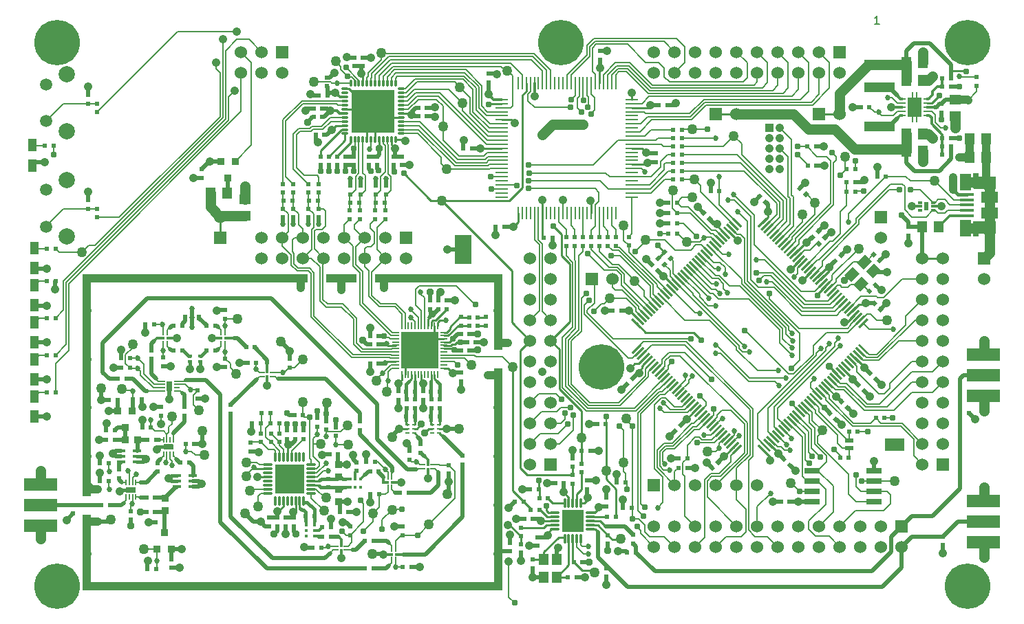
<source format=gtl>
G04 (created by PCBNEW (2013-07-24 BZR 4024)-stable) date Thu Dec 12 22:01:32 2013*
%MOIN*%
G04 Gerber Fmt 3.4, Leading zero omitted, Abs format*
%FSLAX34Y34*%
G01*
G70*
G90*
G04 APERTURE LIST*
%ADD10C,0.00590551*%
%ADD11C,0.007*%
%ADD12R,0.06X0.06*%
%ADD13C,0.06*%
%ADD14R,0.0689X0.0157*%
%ADD15R,0.0814X0.0561*%
%ADD16R,0.0571X0.0843*%
%ADD17R,0.025X0.0719*%
%ADD18R,0.1116X0.063*%
%ADD19C,0.0590551*%
%ADD20C,0.0551181*%
%ADD21C,0.0787402*%
%ADD22O,0.0110236X0.0354331*%
%ADD23O,0.0354331X0.0110236*%
%ADD24R,0.208661X0.208661*%
%ADD25C,0.025*%
%ADD26R,0.0649606X0.0649606*%
%ADD27O,0.00964567X0.034252*%
%ADD28O,0.034252X0.00964567*%
%ADD29R,0.17815X0.17815*%
%ADD30R,0.0590551X0.0590551*%
%ADD31C,0.05*%
%ADD32R,0.036X0.036*%
%ADD33R,0.0472X0.0551*%
%ADD34R,0.0116X0.0591*%
%ADD35R,0.0591X0.0116*%
%ADD36R,0.075X0.025*%
%ADD37R,0.1457X0.0472*%
%ADD38R,0.0197X0.0157*%
%ADD39R,0.0197X0.0276*%
%ADD40R,0.0236X0.0197*%
%ADD41R,0.0217X0.0098*%
%ADD42R,0.034X0.034*%
%ADD43R,0.02X0.022*%
%ADD44R,0.022X0.02*%
%ADD45R,0.0161X0.013*%
%ADD46R,0.013X0.0161*%
%ADD47R,0.042X0.042*%
%ADD48C,0.042*%
%ADD49R,0.0453X0.0567*%
%ADD50R,0.0567X0.0453*%
%ADD51R,0.039X0.018*%
%ADD52R,0.16X0.06*%
%ADD53R,0.00905512X0.0253937*%
%ADD54R,0.0320079X0.011811*%
%ADD55R,0.0253937X0.00905512*%
%ADD56R,0.011811X0.0320079*%
%ADD57R,0.0393701X0.0590551*%
%ADD58O,0.0110236X0.0531496*%
%ADD59R,0.13878X0.13878*%
%ADD60C,0.023622*%
%ADD61R,0.0433071X0.0433071*%
%ADD62O,0.0531496X0.0110236*%
%ADD63O,0.0125984X0.0472441*%
%ADD64O,0.0472441X0.0125984*%
%ADD65R,0.104331X0.104331*%
%ADD66R,0.0519685X0.0519685*%
%ADD67R,0.151575X0.0393701*%
%ADD68R,0.149606X0.0393701*%
%ADD69R,0.0393701X0.13189*%
%ADD70R,0.0393701X0.149606*%
%ADD71R,0.00787402X0.0265748*%
%ADD72R,0.0511811X0.00787402*%
%ADD73O,0.0472441X0.00787402*%
%ADD74R,0.0472441X0.019685*%
%ADD75O,0.0433071X0.00787402*%
%ADD76R,0.00590551X0.00787402*%
%ADD77R,0.0433071X0.023622*%
%ADD78R,0.0265748X0.00787402*%
%ADD79R,0.00787402X0.0511811*%
%ADD80O,0.00787402X0.0472441*%
%ADD81R,0.019685X0.0472441*%
%ADD82O,0.00787402X0.0433071*%
%ADD83R,0.00787402X0.00590551*%
%ADD84R,0.023622X0.0433071*%
%ADD85R,0.0334646X0.0110236*%
%ADD86R,0.0324803X0.0472441*%
%ADD87R,0.0110236X0.0551181*%
%ADD88C,0.0230315*%
%ADD89R,0.0110236X0.0275591*%
%ADD90C,0.220472*%
%ADD91R,0.0944882X0.0590551*%
%ADD92R,0.0807087X0.143701*%
%ADD93R,0.023622X0.011811*%
%ADD94R,0.019685X0.0433071*%
%ADD95C,0.031*%
%ADD96C,0.027*%
%ADD97C,0.037*%
%ADD98C,0.008*%
%ADD99C,0.02*%
%ADD100C,0.01*%
%ADD101C,0.05*%
%ADD102C,0.012*%
%ADD103C,0.0095*%
%ADD104C,0.04*%
%ADD105C,0.006*%
%ADD106C,0.018*%
%ADD107C,0.011*%
G04 APERTURE END LIST*
G54D10*
G54D11*
X65035Y-40043D02*
X64806Y-40043D01*
X64921Y-40043D02*
X64921Y-39643D01*
X64883Y-39700D01*
X64845Y-39739D01*
X64806Y-39758D01*
G54D12*
X68122Y-61397D03*
G54D13*
X67122Y-61397D03*
X68122Y-60397D03*
X67122Y-60397D03*
X68122Y-59397D03*
X67122Y-59397D03*
X68122Y-58397D03*
X67122Y-58397D03*
X68122Y-57397D03*
X67122Y-57397D03*
X68122Y-56397D03*
X67122Y-56397D03*
X68122Y-55397D03*
X67122Y-55397D03*
X68122Y-54397D03*
X67122Y-54397D03*
X68122Y-53397D03*
X67122Y-53397D03*
X68122Y-52397D03*
X67122Y-52397D03*
X68122Y-51397D03*
X67122Y-51397D03*
G54D14*
X69262Y-49330D03*
X69262Y-49074D03*
X69262Y-48818D03*
X69262Y-48562D03*
X69262Y-48306D03*
G54D15*
X70387Y-49197D03*
X70387Y-48439D03*
G54D16*
X69203Y-49932D03*
X69203Y-47704D03*
G54D17*
X69716Y-49994D03*
X69716Y-47642D03*
G54D18*
X70149Y-49901D03*
X70149Y-47735D03*
G54D19*
X70374Y-49901D03*
X70374Y-47736D03*
G54D20*
X69204Y-49799D03*
X69204Y-47838D03*
G54D19*
X24685Y-48090D03*
X24685Y-49862D03*
G54D21*
X25665Y-50356D03*
X25665Y-47596D03*
G54D22*
X39427Y-45634D03*
X39624Y-45634D03*
X39821Y-45634D03*
X40017Y-45634D03*
X40214Y-45634D03*
X40411Y-45634D03*
X40608Y-45634D03*
X40805Y-45634D03*
X41002Y-45634D03*
X41198Y-45634D03*
X41395Y-45634D03*
X41592Y-45634D03*
G54D23*
X41868Y-45358D03*
X41868Y-45162D03*
X41868Y-44965D03*
X41868Y-44768D03*
X41868Y-44571D03*
X41868Y-44374D03*
X41868Y-44177D03*
X41868Y-43981D03*
X41868Y-43784D03*
X41868Y-43587D03*
X41868Y-43390D03*
X41868Y-43193D03*
G54D22*
X41592Y-42918D03*
X41395Y-42918D03*
X41198Y-42918D03*
X41002Y-42918D03*
X40805Y-42918D03*
X40608Y-42918D03*
X40411Y-42918D03*
X40214Y-42918D03*
X40017Y-42918D03*
X39821Y-42918D03*
X39624Y-42918D03*
X39427Y-42918D03*
G54D23*
X39151Y-43193D03*
X39151Y-43390D03*
X39151Y-43587D03*
X39151Y-43784D03*
X39151Y-43981D03*
X39151Y-44177D03*
X39151Y-44374D03*
X39151Y-44571D03*
X39151Y-44768D03*
X39151Y-44965D03*
X39151Y-45162D03*
X39151Y-45358D03*
G54D24*
X40510Y-44276D03*
G54D25*
X40510Y-44276D03*
X40510Y-44925D03*
X39860Y-44925D03*
X39860Y-44276D03*
X39860Y-43626D03*
X40510Y-43626D03*
X41159Y-43626D03*
X41159Y-44276D03*
X41159Y-44925D03*
G54D26*
X39860Y-44925D03*
X39860Y-44276D03*
X39860Y-43626D03*
X40510Y-44925D03*
X40510Y-44276D03*
X40510Y-43626D03*
X41159Y-44925D03*
X41159Y-44276D03*
X41159Y-43626D03*
G54D27*
X41908Y-57046D03*
X42066Y-57046D03*
X42223Y-57046D03*
X42381Y-57046D03*
X42538Y-57046D03*
X42696Y-57046D03*
X42853Y-57046D03*
X43011Y-57046D03*
X43168Y-57046D03*
X43326Y-57046D03*
X43483Y-57046D03*
X43641Y-57046D03*
G54D28*
X43956Y-56731D03*
X43956Y-56573D03*
X43956Y-56416D03*
X43956Y-56258D03*
X43956Y-56101D03*
X43956Y-55943D03*
X43956Y-55786D03*
X43956Y-55628D03*
X43956Y-55471D03*
X43956Y-55313D03*
X43956Y-55156D03*
X43956Y-54998D03*
G54D27*
X43641Y-54683D03*
X43483Y-54683D03*
X43326Y-54683D03*
X43168Y-54683D03*
X43011Y-54683D03*
X42853Y-54683D03*
X42696Y-54683D03*
X42538Y-54683D03*
X42381Y-54683D03*
X42223Y-54683D03*
X42066Y-54683D03*
X41908Y-54683D03*
G54D28*
X41593Y-54998D03*
X41593Y-55156D03*
X41593Y-55313D03*
X41593Y-55471D03*
X41593Y-55628D03*
X41593Y-55786D03*
X41593Y-55943D03*
X41593Y-56101D03*
X41593Y-56258D03*
X41593Y-56416D03*
X41593Y-56573D03*
X41593Y-56731D03*
G54D29*
X42775Y-55865D03*
G54D25*
X42775Y-55865D03*
X42775Y-56455D03*
X42184Y-56455D03*
X42184Y-55865D03*
X42184Y-55274D03*
X42775Y-55274D03*
X43365Y-55274D03*
X43365Y-55865D03*
X43365Y-56455D03*
G54D30*
X42184Y-56455D03*
X42184Y-55865D03*
X42184Y-55274D03*
X42775Y-56455D03*
X42775Y-55865D03*
X42775Y-55274D03*
X43365Y-56455D03*
X43365Y-55865D03*
X43365Y-55274D03*
G54D31*
X52500Y-65000D03*
G54D32*
X30750Y-65514D03*
X30050Y-65514D03*
X30400Y-64714D03*
X28144Y-58804D03*
X28844Y-58804D03*
X28494Y-59604D03*
G54D10*
G36*
X64120Y-52996D02*
X63786Y-52662D01*
X64176Y-52273D01*
X64510Y-52607D01*
X64120Y-52996D01*
X64120Y-52996D01*
G37*
G36*
X64287Y-51938D02*
X63953Y-51605D01*
X64343Y-51215D01*
X64677Y-51549D01*
X64287Y-51938D01*
X64287Y-51938D01*
G37*
G36*
X64732Y-52384D02*
X64399Y-52050D01*
X64788Y-51660D01*
X65122Y-51994D01*
X64732Y-52384D01*
X64732Y-52384D01*
G37*
G36*
X63675Y-52551D02*
X63341Y-52217D01*
X63730Y-51827D01*
X64064Y-52161D01*
X63675Y-52551D01*
X63675Y-52551D01*
G37*
G54D33*
X49399Y-66877D03*
X48769Y-66011D03*
X49399Y-66011D03*
X48769Y-66877D03*
G54D34*
X52262Y-42920D03*
X52065Y-42920D03*
X51869Y-42920D03*
X51672Y-42920D03*
X51475Y-42920D03*
X51278Y-42920D03*
X51081Y-42920D03*
X50884Y-42920D03*
X50687Y-42920D03*
X50491Y-42920D03*
X50294Y-42920D03*
X50097Y-42920D03*
X49900Y-42920D03*
X49703Y-42920D03*
X49506Y-42920D03*
X49309Y-42920D03*
X49113Y-42920D03*
X48916Y-42920D03*
X48719Y-42920D03*
X48522Y-42920D03*
X48325Y-42920D03*
X48128Y-42920D03*
X47931Y-42920D03*
X47735Y-42920D03*
X47538Y-42920D03*
G54D35*
X46750Y-43708D03*
X46750Y-43905D03*
X46750Y-44101D03*
X46750Y-44298D03*
X46750Y-44495D03*
X46750Y-44692D03*
X46750Y-44889D03*
X46750Y-45086D03*
X46750Y-45283D03*
X46750Y-45479D03*
X46750Y-45676D03*
X46750Y-45873D03*
X46750Y-46070D03*
X46750Y-46267D03*
X46750Y-46464D03*
X46750Y-46661D03*
X46750Y-46857D03*
X46750Y-47054D03*
X46750Y-47251D03*
X46750Y-47448D03*
X46750Y-47645D03*
X46750Y-47842D03*
X46750Y-48039D03*
X46750Y-48235D03*
X46750Y-48432D03*
G54D34*
X47538Y-49220D03*
X47735Y-49220D03*
X47931Y-49220D03*
X48128Y-49220D03*
X48325Y-49220D03*
X48522Y-49220D03*
X48719Y-49220D03*
X48916Y-49220D03*
X49113Y-49220D03*
X49309Y-49220D03*
X49506Y-49220D03*
X49703Y-49220D03*
X49900Y-49220D03*
X50097Y-49220D03*
X50294Y-49220D03*
X50491Y-49220D03*
X50687Y-49220D03*
X50884Y-49220D03*
X51081Y-49220D03*
X51278Y-49220D03*
X51475Y-49220D03*
X51672Y-49220D03*
X51869Y-49220D03*
X52065Y-49220D03*
X52262Y-49220D03*
G54D35*
X53050Y-48432D03*
X53050Y-48235D03*
X53050Y-48039D03*
X53050Y-47842D03*
X53050Y-47645D03*
X53050Y-47448D03*
X53050Y-47251D03*
X53050Y-47054D03*
X53050Y-46857D03*
X53050Y-46661D03*
X53050Y-46464D03*
X53050Y-46267D03*
X53050Y-46070D03*
X53050Y-45873D03*
X53050Y-45676D03*
X53050Y-45479D03*
X53050Y-45283D03*
X53050Y-45086D03*
X53050Y-44889D03*
X53050Y-44692D03*
X53050Y-44495D03*
X53050Y-44298D03*
X53050Y-44101D03*
X53050Y-43905D03*
X53050Y-43708D03*
G54D36*
X64790Y-63210D03*
X64790Y-62710D03*
X64790Y-62210D03*
X64790Y-61710D03*
X61790Y-61710D03*
X61790Y-62210D03*
X61790Y-62710D03*
X61790Y-63210D03*
G54D37*
X65044Y-42024D03*
X65044Y-43126D03*
X65044Y-45024D03*
X65044Y-46126D03*
G54D10*
G36*
X64425Y-54298D02*
X64507Y-54380D01*
X64089Y-54798D01*
X64007Y-54716D01*
X64425Y-54298D01*
X64425Y-54298D01*
G37*
G36*
X64286Y-54159D02*
X64368Y-54241D01*
X63950Y-54659D01*
X63868Y-54577D01*
X64286Y-54159D01*
X64286Y-54159D01*
G37*
G36*
X64146Y-54019D02*
X64228Y-54101D01*
X63810Y-54519D01*
X63728Y-54437D01*
X64146Y-54019D01*
X64146Y-54019D01*
G37*
G36*
X64007Y-53880D02*
X64089Y-53962D01*
X63671Y-54380D01*
X63589Y-54298D01*
X64007Y-53880D01*
X64007Y-53880D01*
G37*
G36*
X63868Y-53741D02*
X63950Y-53823D01*
X63532Y-54241D01*
X63450Y-54159D01*
X63868Y-53741D01*
X63868Y-53741D01*
G37*
G36*
X63729Y-53602D02*
X63811Y-53684D01*
X63393Y-54102D01*
X63311Y-54020D01*
X63729Y-53602D01*
X63729Y-53602D01*
G37*
G36*
X63590Y-53463D02*
X63672Y-53545D01*
X63254Y-53963D01*
X63172Y-53881D01*
X63590Y-53463D01*
X63590Y-53463D01*
G37*
G36*
X63450Y-53324D02*
X63533Y-53406D01*
X63115Y-53823D01*
X63033Y-53741D01*
X63450Y-53324D01*
X63450Y-53324D01*
G37*
G36*
X63311Y-53184D02*
X63393Y-53266D01*
X62975Y-53684D01*
X62893Y-53602D01*
X63311Y-53184D01*
X63311Y-53184D01*
G37*
G36*
X63172Y-53045D02*
X63254Y-53127D01*
X62836Y-53545D01*
X62754Y-53463D01*
X63172Y-53045D01*
X63172Y-53045D01*
G37*
G36*
X63033Y-52906D02*
X63115Y-52988D01*
X62697Y-53406D01*
X62615Y-53324D01*
X63033Y-52906D01*
X63033Y-52906D01*
G37*
G36*
X62894Y-52767D02*
X62976Y-52849D01*
X62558Y-53267D01*
X62476Y-53185D01*
X62894Y-52767D01*
X62894Y-52767D01*
G37*
G36*
X62755Y-52628D02*
X62837Y-52710D01*
X62419Y-53128D01*
X62337Y-53046D01*
X62755Y-52628D01*
X62755Y-52628D01*
G37*
G36*
X62615Y-52488D02*
X62697Y-52570D01*
X62280Y-52988D01*
X62197Y-52906D01*
X62615Y-52488D01*
X62615Y-52488D01*
G37*
G36*
X62476Y-52349D02*
X62558Y-52431D01*
X62140Y-52849D01*
X62058Y-52767D01*
X62476Y-52349D01*
X62476Y-52349D01*
G37*
G36*
X62337Y-52210D02*
X62419Y-52292D01*
X62001Y-52710D01*
X61919Y-52628D01*
X62337Y-52210D01*
X62337Y-52210D01*
G37*
G36*
X62197Y-52071D02*
X62280Y-52153D01*
X61862Y-52570D01*
X61780Y-52488D01*
X62197Y-52071D01*
X62197Y-52071D01*
G37*
G36*
X62058Y-51931D02*
X62140Y-52013D01*
X61722Y-52431D01*
X61640Y-52349D01*
X62058Y-51931D01*
X62058Y-51931D01*
G37*
G36*
X61920Y-51793D02*
X62002Y-51875D01*
X61584Y-52293D01*
X61502Y-52211D01*
X61920Y-51793D01*
X61920Y-51793D01*
G37*
G36*
X61780Y-51653D02*
X61862Y-51735D01*
X61444Y-52153D01*
X61362Y-52071D01*
X61780Y-51653D01*
X61780Y-51653D01*
G37*
G36*
X61641Y-51514D02*
X61723Y-51596D01*
X61305Y-52014D01*
X61223Y-51932D01*
X61641Y-51514D01*
X61641Y-51514D01*
G37*
G36*
X61502Y-51375D02*
X61584Y-51457D01*
X61166Y-51875D01*
X61084Y-51793D01*
X61502Y-51375D01*
X61502Y-51375D01*
G37*
G36*
X61362Y-51235D02*
X61444Y-51317D01*
X61027Y-51735D01*
X60944Y-51653D01*
X61362Y-51235D01*
X61362Y-51235D01*
G37*
G36*
X61223Y-51096D02*
X61305Y-51178D01*
X60887Y-51596D01*
X60805Y-51514D01*
X61223Y-51096D01*
X61223Y-51096D01*
G37*
G36*
X61084Y-50957D02*
X61166Y-51039D01*
X60748Y-51457D01*
X60666Y-51375D01*
X61084Y-50957D01*
X61084Y-50957D01*
G37*
G36*
X60945Y-50818D02*
X61027Y-50900D01*
X60609Y-51318D01*
X60527Y-51236D01*
X60945Y-50818D01*
X60945Y-50818D01*
G37*
G36*
X60806Y-50679D02*
X60888Y-50761D01*
X60470Y-51179D01*
X60388Y-51097D01*
X60806Y-50679D01*
X60806Y-50679D01*
G37*
G36*
X60667Y-50540D02*
X60749Y-50622D01*
X60331Y-51040D01*
X60249Y-50958D01*
X60667Y-50540D01*
X60667Y-50540D01*
G37*
G36*
X60527Y-50400D02*
X60609Y-50482D01*
X60191Y-50900D01*
X60109Y-50818D01*
X60527Y-50400D01*
X60527Y-50400D01*
G37*
G36*
X60388Y-50261D02*
X60470Y-50343D01*
X60052Y-50761D01*
X59970Y-50679D01*
X60388Y-50261D01*
X60388Y-50261D01*
G37*
G36*
X60249Y-50122D02*
X60331Y-50204D01*
X59913Y-50622D01*
X59831Y-50540D01*
X60249Y-50122D01*
X60249Y-50122D01*
G37*
G36*
X60110Y-49983D02*
X60192Y-50065D01*
X59774Y-50483D01*
X59692Y-50401D01*
X60110Y-49983D01*
X60110Y-49983D01*
G37*
G36*
X59971Y-49844D02*
X60053Y-49926D01*
X59635Y-50344D01*
X59553Y-50262D01*
X59971Y-49844D01*
X59971Y-49844D01*
G37*
G36*
X59832Y-49705D02*
X59914Y-49787D01*
X59496Y-50205D01*
X59414Y-50122D01*
X59832Y-49705D01*
X59832Y-49705D01*
G37*
G36*
X59692Y-49565D02*
X59774Y-49647D01*
X59356Y-50065D01*
X59274Y-49983D01*
X59692Y-49565D01*
X59692Y-49565D01*
G37*
G36*
X59553Y-49426D02*
X59635Y-49508D01*
X59217Y-49926D01*
X59135Y-49844D01*
X59553Y-49426D01*
X59553Y-49426D01*
G37*
G36*
X57882Y-49508D02*
X57964Y-49426D01*
X58382Y-49844D01*
X58300Y-49926D01*
X57882Y-49508D01*
X57882Y-49508D01*
G37*
G36*
X57743Y-49647D02*
X57825Y-49565D01*
X58243Y-49983D01*
X58161Y-50065D01*
X57743Y-49647D01*
X57743Y-49647D01*
G37*
G36*
X57603Y-49787D02*
X57685Y-49705D01*
X58103Y-50122D01*
X58021Y-50205D01*
X57603Y-49787D01*
X57603Y-49787D01*
G37*
G36*
X57464Y-49926D02*
X57546Y-49844D01*
X57964Y-50262D01*
X57882Y-50344D01*
X57464Y-49926D01*
X57464Y-49926D01*
G37*
G36*
X57325Y-50065D02*
X57407Y-49983D01*
X57825Y-50401D01*
X57743Y-50483D01*
X57325Y-50065D01*
X57325Y-50065D01*
G37*
G36*
X57186Y-50204D02*
X57268Y-50122D01*
X57686Y-50540D01*
X57604Y-50622D01*
X57186Y-50204D01*
X57186Y-50204D01*
G37*
G36*
X57047Y-50343D02*
X57129Y-50261D01*
X57547Y-50679D01*
X57465Y-50761D01*
X57047Y-50343D01*
X57047Y-50343D01*
G37*
G36*
X56908Y-50482D02*
X56990Y-50400D01*
X57408Y-50818D01*
X57326Y-50900D01*
X56908Y-50482D01*
X56908Y-50482D01*
G37*
G36*
X56768Y-50622D02*
X56850Y-50540D01*
X57268Y-50958D01*
X57186Y-51040D01*
X56768Y-50622D01*
X56768Y-50622D01*
G37*
G36*
X56629Y-50761D02*
X56711Y-50679D01*
X57129Y-51097D01*
X57047Y-51179D01*
X56629Y-50761D01*
X56629Y-50761D01*
G37*
G36*
X56490Y-50900D02*
X56572Y-50818D01*
X56990Y-51236D01*
X56908Y-51318D01*
X56490Y-50900D01*
X56490Y-50900D01*
G37*
G36*
X56351Y-51039D02*
X56433Y-50957D01*
X56851Y-51375D01*
X56769Y-51457D01*
X56351Y-51039D01*
X56351Y-51039D01*
G37*
G36*
X56212Y-51178D02*
X56294Y-51096D01*
X56712Y-51514D01*
X56630Y-51596D01*
X56212Y-51178D01*
X56212Y-51178D01*
G37*
G36*
X56073Y-51317D02*
X56155Y-51235D01*
X56572Y-51653D01*
X56490Y-51735D01*
X56073Y-51317D01*
X56073Y-51317D01*
G37*
G36*
X55933Y-51457D02*
X56015Y-51375D01*
X56433Y-51793D01*
X56351Y-51875D01*
X55933Y-51457D01*
X55933Y-51457D01*
G37*
G36*
X55794Y-51596D02*
X55876Y-51514D01*
X56294Y-51932D01*
X56212Y-52014D01*
X55794Y-51596D01*
X55794Y-51596D01*
G37*
G36*
X55655Y-51735D02*
X55737Y-51653D01*
X56155Y-52071D01*
X56073Y-52153D01*
X55655Y-51735D01*
X55655Y-51735D01*
G37*
G36*
X55515Y-51875D02*
X55597Y-51793D01*
X56015Y-52211D01*
X55933Y-52293D01*
X55515Y-51875D01*
X55515Y-51875D01*
G37*
G36*
X55377Y-52013D02*
X55459Y-51931D01*
X55877Y-52349D01*
X55795Y-52431D01*
X55377Y-52013D01*
X55377Y-52013D01*
G37*
G36*
X55237Y-52153D02*
X55319Y-52071D01*
X55737Y-52488D01*
X55655Y-52570D01*
X55237Y-52153D01*
X55237Y-52153D01*
G37*
G36*
X55098Y-52292D02*
X55180Y-52210D01*
X55598Y-52628D01*
X55516Y-52710D01*
X55098Y-52292D01*
X55098Y-52292D01*
G37*
G36*
X54959Y-52431D02*
X55041Y-52349D01*
X55459Y-52767D01*
X55377Y-52849D01*
X54959Y-52431D01*
X54959Y-52431D01*
G37*
G36*
X54820Y-52570D02*
X54902Y-52488D01*
X55319Y-52906D01*
X55237Y-52988D01*
X54820Y-52570D01*
X54820Y-52570D01*
G37*
G36*
X54680Y-52710D02*
X54762Y-52628D01*
X55180Y-53046D01*
X55098Y-53128D01*
X54680Y-52710D01*
X54680Y-52710D01*
G37*
G36*
X54541Y-52849D02*
X54623Y-52767D01*
X55041Y-53185D01*
X54959Y-53267D01*
X54541Y-52849D01*
X54541Y-52849D01*
G37*
G36*
X54402Y-52988D02*
X54484Y-52906D01*
X54902Y-53324D01*
X54820Y-53406D01*
X54402Y-52988D01*
X54402Y-52988D01*
G37*
G36*
X54263Y-53127D02*
X54345Y-53045D01*
X54763Y-53463D01*
X54681Y-53545D01*
X54263Y-53127D01*
X54263Y-53127D01*
G37*
G36*
X54124Y-53266D02*
X54206Y-53184D01*
X54624Y-53602D01*
X54542Y-53684D01*
X54124Y-53266D01*
X54124Y-53266D01*
G37*
G36*
X53984Y-53406D02*
X54066Y-53324D01*
X54484Y-53741D01*
X54402Y-53823D01*
X53984Y-53406D01*
X53984Y-53406D01*
G37*
G36*
X53845Y-53545D02*
X53927Y-53463D01*
X54345Y-53881D01*
X54263Y-53963D01*
X53845Y-53545D01*
X53845Y-53545D01*
G37*
G36*
X53706Y-53684D02*
X53788Y-53602D01*
X54206Y-54020D01*
X54124Y-54102D01*
X53706Y-53684D01*
X53706Y-53684D01*
G37*
G36*
X53567Y-53823D02*
X53649Y-53741D01*
X54067Y-54159D01*
X53985Y-54241D01*
X53567Y-53823D01*
X53567Y-53823D01*
G37*
G36*
X53428Y-53962D02*
X53510Y-53880D01*
X53928Y-54298D01*
X53846Y-54380D01*
X53428Y-53962D01*
X53428Y-53962D01*
G37*
G36*
X53289Y-54101D02*
X53371Y-54019D01*
X53789Y-54437D01*
X53707Y-54519D01*
X53289Y-54101D01*
X53289Y-54101D01*
G37*
G36*
X53149Y-54241D02*
X53231Y-54159D01*
X53649Y-54577D01*
X53567Y-54659D01*
X53149Y-54241D01*
X53149Y-54241D01*
G37*
G36*
X53010Y-54380D02*
X53092Y-54298D01*
X53510Y-54716D01*
X53428Y-54798D01*
X53010Y-54380D01*
X53010Y-54380D01*
G37*
G36*
X53428Y-55551D02*
X53510Y-55633D01*
X53092Y-56051D01*
X53010Y-55969D01*
X53428Y-55551D01*
X53428Y-55551D01*
G37*
G36*
X53567Y-55690D02*
X53649Y-55772D01*
X53231Y-56190D01*
X53149Y-56108D01*
X53567Y-55690D01*
X53567Y-55690D01*
G37*
G36*
X53707Y-55830D02*
X53789Y-55912D01*
X53371Y-56329D01*
X53289Y-56247D01*
X53707Y-55830D01*
X53707Y-55830D01*
G37*
G36*
X53846Y-55969D02*
X53928Y-56051D01*
X53510Y-56469D01*
X53428Y-56387D01*
X53846Y-55969D01*
X53846Y-55969D01*
G37*
G36*
X53985Y-56108D02*
X54067Y-56190D01*
X53649Y-56608D01*
X53567Y-56526D01*
X53985Y-56108D01*
X53985Y-56108D01*
G37*
G36*
X54124Y-56247D02*
X54206Y-56329D01*
X53788Y-56747D01*
X53706Y-56665D01*
X54124Y-56247D01*
X54124Y-56247D01*
G37*
G36*
X54263Y-56386D02*
X54345Y-56468D01*
X53927Y-56886D01*
X53845Y-56804D01*
X54263Y-56386D01*
X54263Y-56386D01*
G37*
G36*
X54402Y-56525D02*
X54484Y-56607D01*
X54066Y-57025D01*
X53984Y-56943D01*
X54402Y-56525D01*
X54402Y-56525D01*
G37*
G36*
X54542Y-56665D02*
X54624Y-56747D01*
X54206Y-57165D01*
X54124Y-57083D01*
X54542Y-56665D01*
X54542Y-56665D01*
G37*
G36*
X54681Y-56804D02*
X54763Y-56886D01*
X54345Y-57304D01*
X54263Y-57222D01*
X54681Y-56804D01*
X54681Y-56804D01*
G37*
G36*
X54820Y-56943D02*
X54902Y-57025D01*
X54484Y-57443D01*
X54402Y-57361D01*
X54820Y-56943D01*
X54820Y-56943D01*
G37*
G36*
X54959Y-57082D02*
X55041Y-57164D01*
X54623Y-57582D01*
X54541Y-57500D01*
X54959Y-57082D01*
X54959Y-57082D01*
G37*
G36*
X55098Y-57221D02*
X55180Y-57303D01*
X54762Y-57721D01*
X54680Y-57639D01*
X55098Y-57221D01*
X55098Y-57221D01*
G37*
G36*
X55237Y-57360D02*
X55319Y-57442D01*
X54902Y-57860D01*
X54820Y-57778D01*
X55237Y-57360D01*
X55237Y-57360D01*
G37*
G36*
X55377Y-57500D02*
X55459Y-57582D01*
X55041Y-58000D01*
X54959Y-57918D01*
X55377Y-57500D01*
X55377Y-57500D01*
G37*
G36*
X55516Y-57639D02*
X55598Y-57721D01*
X55180Y-58139D01*
X55098Y-58057D01*
X55516Y-57639D01*
X55516Y-57639D01*
G37*
G36*
X55655Y-57778D02*
X55737Y-57860D01*
X55319Y-58278D01*
X55237Y-58196D01*
X55655Y-57778D01*
X55655Y-57778D01*
G37*
G36*
X55795Y-57918D02*
X55877Y-58000D01*
X55459Y-58418D01*
X55377Y-58336D01*
X55795Y-57918D01*
X55795Y-57918D01*
G37*
G36*
X55933Y-58056D02*
X56015Y-58138D01*
X55597Y-58556D01*
X55515Y-58474D01*
X55933Y-58056D01*
X55933Y-58056D01*
G37*
G36*
X56073Y-58196D02*
X56155Y-58278D01*
X55737Y-58695D01*
X55655Y-58613D01*
X56073Y-58196D01*
X56073Y-58196D01*
G37*
G36*
X56212Y-58335D02*
X56294Y-58417D01*
X55876Y-58835D01*
X55794Y-58753D01*
X56212Y-58335D01*
X56212Y-58335D01*
G37*
G36*
X56351Y-58474D02*
X56433Y-58556D01*
X56015Y-58974D01*
X55933Y-58892D01*
X56351Y-58474D01*
X56351Y-58474D01*
G37*
G36*
X56490Y-58613D02*
X56572Y-58695D01*
X56155Y-59113D01*
X56073Y-59031D01*
X56490Y-58613D01*
X56490Y-58613D01*
G37*
G36*
X56630Y-58753D02*
X56712Y-58835D01*
X56294Y-59253D01*
X56212Y-59171D01*
X56630Y-58753D01*
X56630Y-58753D01*
G37*
G36*
X56769Y-58892D02*
X56851Y-58974D01*
X56433Y-59392D01*
X56351Y-59310D01*
X56769Y-58892D01*
X56769Y-58892D01*
G37*
G36*
X56908Y-59031D02*
X56990Y-59113D01*
X56572Y-59531D01*
X56490Y-59449D01*
X56908Y-59031D01*
X56908Y-59031D01*
G37*
G36*
X57047Y-59170D02*
X57129Y-59252D01*
X56711Y-59670D01*
X56629Y-59588D01*
X57047Y-59170D01*
X57047Y-59170D01*
G37*
G36*
X57186Y-59309D02*
X57268Y-59391D01*
X56850Y-59809D01*
X56768Y-59727D01*
X57186Y-59309D01*
X57186Y-59309D01*
G37*
G36*
X57326Y-59449D02*
X57408Y-59531D01*
X56990Y-59948D01*
X56908Y-59866D01*
X57326Y-59449D01*
X57326Y-59449D01*
G37*
G36*
X57465Y-59588D02*
X57547Y-59670D01*
X57129Y-60088D01*
X57047Y-60006D01*
X57465Y-59588D01*
X57465Y-59588D01*
G37*
G36*
X57604Y-59727D02*
X57686Y-59809D01*
X57268Y-60227D01*
X57186Y-60145D01*
X57604Y-59727D01*
X57604Y-59727D01*
G37*
G36*
X57743Y-59866D02*
X57825Y-59948D01*
X57407Y-60366D01*
X57325Y-60284D01*
X57743Y-59866D01*
X57743Y-59866D01*
G37*
G36*
X57882Y-60005D02*
X57964Y-60087D01*
X57546Y-60505D01*
X57464Y-60423D01*
X57882Y-60005D01*
X57882Y-60005D01*
G37*
G36*
X58021Y-60144D02*
X58103Y-60226D01*
X57685Y-60644D01*
X57603Y-60562D01*
X58021Y-60144D01*
X58021Y-60144D01*
G37*
G36*
X58161Y-60284D02*
X58243Y-60366D01*
X57825Y-60784D01*
X57743Y-60702D01*
X58161Y-60284D01*
X58161Y-60284D01*
G37*
G36*
X58300Y-60423D02*
X58382Y-60505D01*
X57964Y-60923D01*
X57882Y-60841D01*
X58300Y-60423D01*
X58300Y-60423D01*
G37*
G36*
X59135Y-60505D02*
X59217Y-60423D01*
X59635Y-60841D01*
X59553Y-60923D01*
X59135Y-60505D01*
X59135Y-60505D01*
G37*
G36*
X59274Y-60366D02*
X59356Y-60284D01*
X59774Y-60702D01*
X59692Y-60784D01*
X59274Y-60366D01*
X59274Y-60366D01*
G37*
G36*
X59414Y-60226D02*
X59496Y-60144D01*
X59914Y-60562D01*
X59832Y-60644D01*
X59414Y-60226D01*
X59414Y-60226D01*
G37*
G36*
X59553Y-60087D02*
X59635Y-60005D01*
X60053Y-60423D01*
X59971Y-60505D01*
X59553Y-60087D01*
X59553Y-60087D01*
G37*
G36*
X59692Y-59948D02*
X59774Y-59866D01*
X60192Y-60284D01*
X60110Y-60366D01*
X59692Y-59948D01*
X59692Y-59948D01*
G37*
G36*
X59831Y-59809D02*
X59913Y-59727D01*
X60331Y-60145D01*
X60249Y-60227D01*
X59831Y-59809D01*
X59831Y-59809D01*
G37*
G36*
X59970Y-59670D02*
X60052Y-59588D01*
X60470Y-60006D01*
X60388Y-60088D01*
X59970Y-59670D01*
X59970Y-59670D01*
G37*
G36*
X60109Y-59531D02*
X60191Y-59449D01*
X60609Y-59866D01*
X60527Y-59948D01*
X60109Y-59531D01*
X60109Y-59531D01*
G37*
G36*
X60249Y-59391D02*
X60331Y-59309D01*
X60749Y-59727D01*
X60667Y-59809D01*
X60249Y-59391D01*
X60249Y-59391D01*
G37*
G36*
X60388Y-59252D02*
X60470Y-59170D01*
X60888Y-59588D01*
X60806Y-59670D01*
X60388Y-59252D01*
X60388Y-59252D01*
G37*
G36*
X60527Y-59113D02*
X60609Y-59031D01*
X61027Y-59449D01*
X60945Y-59531D01*
X60527Y-59113D01*
X60527Y-59113D01*
G37*
G36*
X60666Y-58974D02*
X60748Y-58892D01*
X61166Y-59310D01*
X61084Y-59392D01*
X60666Y-58974D01*
X60666Y-58974D01*
G37*
G36*
X60805Y-58835D02*
X60887Y-58753D01*
X61305Y-59171D01*
X61223Y-59253D01*
X60805Y-58835D01*
X60805Y-58835D01*
G37*
G36*
X60944Y-58695D02*
X61027Y-58613D01*
X61444Y-59031D01*
X61362Y-59113D01*
X60944Y-58695D01*
X60944Y-58695D01*
G37*
G36*
X61084Y-58556D02*
X61166Y-58474D01*
X61584Y-58892D01*
X61502Y-58974D01*
X61084Y-58556D01*
X61084Y-58556D01*
G37*
G36*
X61223Y-58417D02*
X61305Y-58335D01*
X61723Y-58753D01*
X61641Y-58835D01*
X61223Y-58417D01*
X61223Y-58417D01*
G37*
G36*
X61362Y-58278D02*
X61444Y-58196D01*
X61862Y-58613D01*
X61780Y-58695D01*
X61362Y-58278D01*
X61362Y-58278D01*
G37*
G36*
X61502Y-58138D02*
X61584Y-58056D01*
X62002Y-58474D01*
X61920Y-58556D01*
X61502Y-58138D01*
X61502Y-58138D01*
G37*
G36*
X61640Y-58000D02*
X61722Y-57918D01*
X62140Y-58336D01*
X62058Y-58418D01*
X61640Y-58000D01*
X61640Y-58000D01*
G37*
G36*
X61780Y-57860D02*
X61862Y-57778D01*
X62280Y-58196D01*
X62197Y-58278D01*
X61780Y-57860D01*
X61780Y-57860D01*
G37*
G36*
X61919Y-57721D02*
X62001Y-57639D01*
X62419Y-58057D01*
X62337Y-58139D01*
X61919Y-57721D01*
X61919Y-57721D01*
G37*
G36*
X62058Y-57582D02*
X62140Y-57500D01*
X62558Y-57918D01*
X62476Y-58000D01*
X62058Y-57582D01*
X62058Y-57582D01*
G37*
G36*
X62197Y-57442D02*
X62280Y-57360D01*
X62697Y-57778D01*
X62615Y-57860D01*
X62197Y-57442D01*
X62197Y-57442D01*
G37*
G36*
X62337Y-57303D02*
X62419Y-57221D01*
X62837Y-57639D01*
X62755Y-57721D01*
X62337Y-57303D01*
X62337Y-57303D01*
G37*
G36*
X62476Y-57164D02*
X62558Y-57082D01*
X62976Y-57500D01*
X62894Y-57582D01*
X62476Y-57164D01*
X62476Y-57164D01*
G37*
G36*
X62615Y-57025D02*
X62697Y-56943D01*
X63115Y-57361D01*
X63033Y-57443D01*
X62615Y-57025D01*
X62615Y-57025D01*
G37*
G36*
X62754Y-56886D02*
X62836Y-56804D01*
X63254Y-57222D01*
X63172Y-57304D01*
X62754Y-56886D01*
X62754Y-56886D01*
G37*
G36*
X62893Y-56747D02*
X62975Y-56665D01*
X63393Y-57083D01*
X63311Y-57165D01*
X62893Y-56747D01*
X62893Y-56747D01*
G37*
G36*
X63033Y-56607D02*
X63115Y-56525D01*
X63533Y-56943D01*
X63450Y-57025D01*
X63033Y-56607D01*
X63033Y-56607D01*
G37*
G36*
X63172Y-56468D02*
X63254Y-56386D01*
X63672Y-56804D01*
X63590Y-56886D01*
X63172Y-56468D01*
X63172Y-56468D01*
G37*
G36*
X63311Y-56329D02*
X63393Y-56247D01*
X63811Y-56665D01*
X63729Y-56747D01*
X63311Y-56329D01*
X63311Y-56329D01*
G37*
G36*
X63450Y-56190D02*
X63532Y-56108D01*
X63950Y-56526D01*
X63868Y-56608D01*
X63450Y-56190D01*
X63450Y-56190D01*
G37*
G36*
X63589Y-56051D02*
X63671Y-55969D01*
X64089Y-56387D01*
X64007Y-56469D01*
X63589Y-56051D01*
X63589Y-56051D01*
G37*
G36*
X63728Y-55912D02*
X63810Y-55830D01*
X64228Y-56247D01*
X64146Y-56329D01*
X63728Y-55912D01*
X63728Y-55912D01*
G37*
G36*
X63868Y-55772D02*
X63950Y-55690D01*
X64368Y-56108D01*
X64286Y-56190D01*
X63868Y-55772D01*
X63868Y-55772D01*
G37*
G36*
X64007Y-55633D02*
X64089Y-55551D01*
X64507Y-55969D01*
X64425Y-56051D01*
X64007Y-55633D01*
X64007Y-55633D01*
G37*
G54D38*
X31655Y-56419D03*
X32147Y-56419D03*
X32147Y-56143D03*
X31655Y-56143D03*
G54D39*
X32086Y-54281D03*
X31416Y-54281D03*
G54D40*
X31751Y-54458D03*
X31751Y-54104D03*
G54D12*
X54122Y-62397D03*
G54D13*
X55122Y-62397D03*
X56122Y-62397D03*
X57122Y-62397D03*
X58122Y-62397D03*
X59122Y-62397D03*
G54D41*
X42492Y-59862D03*
X42492Y-59665D03*
X42492Y-59468D03*
X42158Y-59468D03*
X42158Y-59665D03*
X42158Y-59862D03*
X43692Y-59862D03*
X43692Y-59665D03*
X43692Y-59468D03*
X43358Y-59468D03*
X43358Y-59665D03*
X43358Y-59862D03*
G54D42*
X38854Y-61411D03*
X38854Y-62011D03*
X29094Y-60204D03*
X28494Y-60204D03*
X38854Y-63211D03*
X38854Y-62611D03*
X30444Y-63054D03*
X30444Y-63654D03*
G54D43*
X55232Y-49697D03*
X54812Y-49697D03*
X68084Y-45575D03*
X68504Y-45575D03*
X68084Y-45975D03*
X68504Y-45975D03*
X64862Y-59147D03*
X65282Y-59147D03*
G54D44*
X26722Y-43907D03*
X26722Y-43487D03*
G54D43*
X63442Y-47077D03*
X63862Y-47077D03*
G54D44*
X69744Y-42615D03*
X69744Y-43035D03*
G54D43*
X64554Y-44075D03*
X64134Y-44075D03*
G54D44*
X38254Y-59301D03*
X38254Y-59721D03*
G54D43*
X68084Y-43075D03*
X68504Y-43075D03*
G54D44*
X37880Y-48216D03*
X37880Y-47796D03*
G54D43*
X40360Y-61730D03*
X40780Y-61730D03*
G54D44*
X38704Y-59601D03*
X38704Y-60021D03*
X39414Y-64411D03*
X39414Y-64831D03*
G54D43*
X40120Y-66460D03*
X40540Y-66460D03*
G54D44*
X35064Y-60321D03*
X35064Y-59901D03*
G54D43*
X35104Y-58911D03*
X35524Y-58911D03*
G54D44*
X35964Y-59901D03*
X35964Y-60321D03*
X37154Y-60181D03*
X37154Y-59761D03*
G54D10*
G36*
X54472Y-51703D02*
X54627Y-51547D01*
X54769Y-51689D01*
X54613Y-51844D01*
X54472Y-51703D01*
X54472Y-51703D01*
G37*
G36*
X54175Y-51406D02*
X54330Y-51250D01*
X54472Y-51392D01*
X54316Y-51547D01*
X54175Y-51406D01*
X54175Y-51406D01*
G37*
G36*
X54772Y-51403D02*
X54927Y-51247D01*
X55069Y-51389D01*
X54913Y-51544D01*
X54772Y-51403D01*
X54772Y-51403D01*
G37*
G36*
X54475Y-51106D02*
X54630Y-50950D01*
X54772Y-51092D01*
X54616Y-51247D01*
X54475Y-51106D01*
X54475Y-51106D01*
G37*
G54D44*
X36150Y-48216D03*
X36150Y-47796D03*
X36650Y-48216D03*
X36650Y-47796D03*
X37380Y-48216D03*
X37380Y-47796D03*
G54D43*
X57282Y-48147D03*
X56862Y-48147D03*
X65352Y-47437D03*
X64932Y-47437D03*
X28884Y-58254D03*
X29304Y-58254D03*
G54D44*
X37880Y-49416D03*
X37880Y-48996D03*
X37380Y-49416D03*
X37380Y-48996D03*
X36650Y-49416D03*
X36650Y-48996D03*
X36150Y-49416D03*
X36150Y-48996D03*
X39375Y-49511D03*
X39375Y-49091D03*
X39875Y-49511D03*
X39875Y-49091D03*
X40605Y-49511D03*
X40605Y-49091D03*
X41105Y-49511D03*
X41105Y-49091D03*
G54D43*
X29590Y-66464D03*
X30010Y-66464D03*
X45585Y-54665D03*
X45165Y-54665D03*
X45585Y-54265D03*
X45165Y-54265D03*
X53032Y-63507D03*
X52612Y-63507D03*
X52742Y-62277D03*
X52322Y-62277D03*
X32861Y-54681D03*
X32441Y-54681D03*
G54D44*
X30351Y-56221D03*
X30351Y-56641D03*
G54D43*
X34780Y-55720D03*
X34360Y-55720D03*
X40120Y-65110D03*
X40540Y-65110D03*
X37994Y-65461D03*
X37574Y-65461D03*
G54D44*
X39870Y-59310D03*
X39870Y-59730D03*
X36488Y-56698D03*
X36488Y-56278D03*
G54D43*
X38474Y-64461D03*
X38054Y-64461D03*
X30841Y-54681D03*
X31261Y-54681D03*
X31261Y-55881D03*
X30841Y-55881D03*
X38474Y-64911D03*
X38054Y-64911D03*
X29481Y-54611D03*
X29901Y-54611D03*
G54D44*
X33351Y-53921D03*
X33351Y-54341D03*
X29761Y-55871D03*
X29761Y-56291D03*
X51884Y-64834D03*
X51884Y-65254D03*
G54D43*
X50224Y-66144D03*
X50644Y-66144D03*
G54D44*
X49872Y-50387D03*
X49872Y-50807D03*
X50272Y-50387D03*
X50272Y-50807D03*
G54D43*
X34848Y-56488D03*
X34428Y-56488D03*
G54D44*
X35464Y-64401D03*
X35464Y-63981D03*
X36664Y-64401D03*
X36664Y-63981D03*
X36264Y-64401D03*
X36264Y-63981D03*
X36354Y-59761D03*
X36354Y-60181D03*
X36754Y-59761D03*
X36754Y-60181D03*
G54D43*
X41949Y-66368D03*
X42369Y-66368D03*
G54D44*
X44850Y-61410D03*
X44850Y-60990D03*
X33622Y-58517D03*
X33622Y-58937D03*
X50672Y-50387D03*
X50672Y-50807D03*
X33351Y-56271D03*
X33351Y-56691D03*
X34564Y-60771D03*
X34564Y-60351D03*
G54D43*
X34654Y-59411D03*
X35074Y-59411D03*
G54D44*
X35564Y-59901D03*
X35564Y-60321D03*
G54D43*
X35974Y-59411D03*
X35554Y-59411D03*
G54D44*
X41929Y-64418D03*
X41929Y-64838D03*
G54D43*
X32861Y-55881D03*
X32441Y-55881D03*
X54812Y-48697D03*
X55232Y-48697D03*
X25032Y-45947D03*
X24612Y-45947D03*
X25132Y-57897D03*
X24712Y-57897D03*
X25132Y-56097D03*
X24712Y-56097D03*
X25132Y-54297D03*
X24712Y-54297D03*
G54D10*
G36*
X62407Y-50550D02*
X62252Y-50394D01*
X62393Y-50253D01*
X62549Y-50409D01*
X62407Y-50550D01*
X62407Y-50550D01*
G37*
G36*
X62110Y-50847D02*
X61955Y-50691D01*
X62096Y-50550D01*
X62252Y-50705D01*
X62110Y-50847D01*
X62110Y-50847D01*
G37*
G54D43*
X54812Y-49197D03*
X55232Y-49197D03*
X25132Y-50947D03*
X24712Y-50947D03*
X61542Y-45987D03*
X61962Y-45987D03*
G54D10*
G36*
X61332Y-47990D02*
X61177Y-48146D01*
X61035Y-48004D01*
X61191Y-47849D01*
X61332Y-47990D01*
X61332Y-47990D01*
G37*
G36*
X61629Y-48287D02*
X61474Y-48443D01*
X61332Y-48301D01*
X61488Y-48146D01*
X61629Y-48287D01*
X61629Y-48287D01*
G37*
G54D43*
X61982Y-46917D03*
X61562Y-46917D03*
X55312Y-61567D03*
X55732Y-61567D03*
X55040Y-47170D03*
X55460Y-47170D03*
G54D44*
X51090Y-50380D03*
X51090Y-50800D03*
G54D43*
X55312Y-61097D03*
X55732Y-61097D03*
G54D44*
X51490Y-50380D03*
X51490Y-50800D03*
X51890Y-50380D03*
X51890Y-50800D03*
X52290Y-50380D03*
X52290Y-50800D03*
X52892Y-50367D03*
X52892Y-50787D03*
G54D43*
X55040Y-47570D03*
X55460Y-47570D03*
X68084Y-42675D03*
X68504Y-42675D03*
X55040Y-46770D03*
X55460Y-46770D03*
X55040Y-46370D03*
X55460Y-46370D03*
X55040Y-45970D03*
X55460Y-45970D03*
X55040Y-45570D03*
X55460Y-45570D03*
X55040Y-45170D03*
X55460Y-45170D03*
X47832Y-64057D03*
X48252Y-64057D03*
X41065Y-48701D03*
X40645Y-48701D03*
G54D44*
X43325Y-58675D03*
X43325Y-58255D03*
X44075Y-53455D03*
X44075Y-53875D03*
X41130Y-47886D03*
X41130Y-48306D03*
X40630Y-47886D03*
X40630Y-48306D03*
X39900Y-47886D03*
X39900Y-48306D03*
X39400Y-47886D03*
X39400Y-48306D03*
X43725Y-58675D03*
X43725Y-58255D03*
X44775Y-54675D03*
X44775Y-54255D03*
X48484Y-65354D03*
X48484Y-64934D03*
X45975Y-54675D03*
X45975Y-54255D03*
G54D43*
X48142Y-63627D03*
X48562Y-63627D03*
X47372Y-63207D03*
X47792Y-63207D03*
G54D44*
X50884Y-62184D03*
X50884Y-62604D03*
X51822Y-63027D03*
X51822Y-63447D03*
X42525Y-58675D03*
X42525Y-58255D03*
G54D43*
X49332Y-62327D03*
X49752Y-62327D03*
X43120Y-44511D03*
X42700Y-44511D03*
X43120Y-44111D03*
X42700Y-44111D03*
X68084Y-46375D03*
X68504Y-46375D03*
G54D10*
G36*
X59388Y-48379D02*
X59232Y-48535D01*
X59091Y-48393D01*
X59246Y-48238D01*
X59388Y-48379D01*
X59388Y-48379D01*
G37*
G36*
X59685Y-48676D02*
X59529Y-48832D01*
X59388Y-48690D01*
X59543Y-48535D01*
X59685Y-48676D01*
X59685Y-48676D01*
G37*
G36*
X56665Y-49192D02*
X56510Y-49348D01*
X56368Y-49206D01*
X56524Y-49051D01*
X56665Y-49192D01*
X56665Y-49192D01*
G37*
G36*
X56962Y-49489D02*
X56807Y-49645D01*
X56665Y-49503D01*
X56821Y-49348D01*
X56962Y-49489D01*
X56962Y-49489D01*
G37*
G36*
X54155Y-51703D02*
X54000Y-51858D01*
X53858Y-51717D01*
X54014Y-51561D01*
X54155Y-51703D01*
X54155Y-51703D01*
G37*
G36*
X54452Y-52000D02*
X54297Y-52155D01*
X54155Y-52014D01*
X54311Y-51858D01*
X54452Y-52000D01*
X54452Y-52000D01*
G37*
G54D43*
X52112Y-53937D03*
X52532Y-53937D03*
G54D10*
G36*
X52796Y-57367D02*
X52952Y-57523D01*
X52810Y-57664D01*
X52655Y-57509D01*
X52796Y-57367D01*
X52796Y-57367D01*
G37*
G36*
X53093Y-57070D02*
X53249Y-57226D01*
X53107Y-57367D01*
X52952Y-57212D01*
X53093Y-57070D01*
X53093Y-57070D01*
G37*
G36*
X55131Y-59636D02*
X55287Y-59792D01*
X55145Y-59933D01*
X54990Y-59778D01*
X55131Y-59636D01*
X55131Y-59636D01*
G37*
G36*
X55428Y-59339D02*
X55584Y-59495D01*
X55442Y-59636D01*
X55287Y-59481D01*
X55428Y-59339D01*
X55428Y-59339D01*
G37*
G36*
X56934Y-61439D02*
X57090Y-61595D01*
X56948Y-61736D01*
X56793Y-61581D01*
X56934Y-61439D01*
X56934Y-61439D01*
G37*
G36*
X57231Y-61142D02*
X57387Y-61298D01*
X57245Y-61439D01*
X57090Y-61284D01*
X57231Y-61142D01*
X57231Y-61142D01*
G37*
G36*
X60555Y-61454D02*
X60710Y-61298D01*
X60852Y-61439D01*
X60696Y-61595D01*
X60555Y-61454D01*
X60555Y-61454D01*
G37*
G36*
X60258Y-61157D02*
X60413Y-61001D01*
X60555Y-61142D01*
X60399Y-61298D01*
X60258Y-61157D01*
X60258Y-61157D01*
G37*
G36*
X62782Y-59226D02*
X62937Y-59071D01*
X63079Y-59212D01*
X62923Y-59368D01*
X62782Y-59226D01*
X62782Y-59226D01*
G37*
G36*
X62485Y-58929D02*
X62640Y-58774D01*
X62782Y-58915D01*
X62626Y-59071D01*
X62485Y-58929D01*
X62485Y-58929D01*
G37*
G36*
X63348Y-58660D02*
X63503Y-58505D01*
X63645Y-58646D01*
X63489Y-58802D01*
X63348Y-58660D01*
X63348Y-58660D01*
G37*
G36*
X63051Y-58363D02*
X63206Y-58208D01*
X63348Y-58349D01*
X63192Y-58505D01*
X63051Y-58363D01*
X63051Y-58363D01*
G37*
G36*
X64161Y-57847D02*
X64316Y-57692D01*
X64458Y-57833D01*
X64302Y-57989D01*
X64161Y-57847D01*
X64161Y-57847D01*
G37*
G36*
X63864Y-57550D02*
X64019Y-57395D01*
X64161Y-57536D01*
X64005Y-57692D01*
X63864Y-57550D01*
X63864Y-57550D01*
G37*
G54D44*
X44775Y-57375D03*
X44775Y-56955D03*
X39560Y-46886D03*
X39560Y-46466D03*
X39160Y-46886D03*
X39160Y-46466D03*
X40710Y-46886D03*
X40710Y-46466D03*
X40310Y-46886D03*
X40310Y-46466D03*
X41510Y-46886D03*
X41510Y-46466D03*
X41910Y-46886D03*
X41910Y-46466D03*
X40010Y-41666D03*
X40010Y-42086D03*
X39610Y-41666D03*
X39610Y-42086D03*
G54D43*
X37875Y-43501D03*
X38295Y-43501D03*
G54D44*
X38285Y-42641D03*
X38285Y-43061D03*
G54D43*
X37625Y-44551D03*
X38045Y-44551D03*
X37625Y-44151D03*
X38045Y-44151D03*
X37725Y-45401D03*
X38145Y-45401D03*
G54D44*
X41725Y-58275D03*
X41725Y-57855D03*
X42925Y-58275D03*
X42925Y-57855D03*
G54D10*
G36*
X64726Y-57282D02*
X64882Y-57126D01*
X65023Y-57267D01*
X64868Y-57423D01*
X64726Y-57282D01*
X64726Y-57282D01*
G37*
G36*
X64429Y-56985D02*
X64585Y-56829D01*
X64726Y-56970D01*
X64571Y-57126D01*
X64429Y-56985D01*
X64429Y-56985D01*
G37*
G54D43*
X45185Y-55865D03*
X44765Y-55865D03*
X45485Y-55465D03*
X45065Y-55465D03*
X45185Y-55065D03*
X44765Y-55065D03*
G54D44*
X43275Y-53455D03*
X43275Y-53875D03*
X43675Y-53455D03*
X43675Y-53875D03*
G54D43*
X40365Y-55165D03*
X40785Y-55165D03*
X40365Y-55565D03*
X40785Y-55565D03*
X40365Y-56515D03*
X40785Y-56515D03*
X36610Y-48606D03*
X36190Y-48606D03*
X37840Y-48606D03*
X37420Y-48606D03*
G54D44*
X37960Y-46886D03*
X37960Y-46466D03*
X38360Y-46886D03*
X38360Y-46466D03*
X42125Y-58675D03*
X42125Y-58255D03*
X38760Y-46886D03*
X38760Y-46466D03*
G54D43*
X39835Y-48701D03*
X39415Y-48701D03*
X27584Y-60204D03*
X28004Y-60204D03*
G54D44*
X47669Y-64893D03*
X47669Y-64473D03*
G54D43*
X27704Y-61354D03*
X27284Y-61354D03*
X27704Y-62204D03*
X27284Y-62204D03*
X27349Y-63385D03*
X27769Y-63385D03*
G54D44*
X28774Y-64084D03*
X28774Y-63664D03*
G54D43*
X29954Y-63004D03*
X29534Y-63004D03*
G54D44*
X30064Y-61334D03*
X30064Y-61754D03*
G54D43*
X29754Y-59604D03*
X29334Y-59604D03*
X31604Y-61304D03*
X31184Y-61304D03*
G54D44*
X28194Y-61644D03*
X28194Y-62064D03*
X30250Y-58620D03*
X30250Y-59040D03*
X42280Y-60760D03*
X42280Y-61180D03*
G54D43*
X31854Y-60404D03*
X31434Y-60404D03*
X40390Y-62860D03*
X40810Y-62860D03*
X27722Y-58267D03*
X28142Y-58267D03*
X41814Y-62769D03*
X42234Y-62769D03*
X30004Y-60204D03*
X29584Y-60204D03*
G54D44*
X39704Y-61721D03*
X39704Y-61301D03*
X42810Y-60420D03*
X42810Y-60840D03*
X44160Y-61430D03*
X44160Y-61850D03*
X47669Y-65693D03*
X47669Y-65273D03*
G54D43*
X40600Y-61280D03*
X40180Y-61280D03*
G54D44*
X31370Y-58620D03*
X31370Y-59040D03*
G54D43*
X28140Y-57250D03*
X28560Y-57250D03*
X38394Y-60911D03*
X38814Y-60911D03*
X39314Y-63711D03*
X38894Y-63711D03*
X28731Y-56721D03*
X28311Y-56721D03*
G54D44*
X32010Y-57800D03*
X32010Y-58220D03*
G54D43*
X28731Y-56231D03*
X28311Y-56231D03*
X36694Y-59021D03*
X37114Y-59021D03*
G54D10*
G36*
X64903Y-51519D02*
X65059Y-51363D01*
X65200Y-51505D01*
X65045Y-51660D01*
X64903Y-51519D01*
X64903Y-51519D01*
G37*
G36*
X64606Y-51222D02*
X64762Y-51066D01*
X64903Y-51208D01*
X64748Y-51363D01*
X64606Y-51222D01*
X64606Y-51222D01*
G37*
G36*
X64939Y-53887D02*
X65094Y-53732D01*
X65236Y-53873D01*
X65080Y-54029D01*
X64939Y-53887D01*
X64939Y-53887D01*
G37*
G36*
X64642Y-53590D02*
X64797Y-53435D01*
X64939Y-53576D01*
X64783Y-53732D01*
X64642Y-53590D01*
X64642Y-53590D01*
G37*
G36*
X62089Y-50232D02*
X61933Y-50076D01*
X62075Y-49935D01*
X62230Y-50090D01*
X62089Y-50232D01*
X62089Y-50232D01*
G37*
G36*
X61792Y-50529D02*
X61636Y-50373D01*
X61778Y-50232D01*
X61933Y-50387D01*
X61792Y-50529D01*
X61792Y-50529D01*
G37*
G36*
X63185Y-51398D02*
X63029Y-51243D01*
X63171Y-51101D01*
X63326Y-51257D01*
X63185Y-51398D01*
X63185Y-51398D01*
G37*
G36*
X62888Y-51695D02*
X62732Y-51540D01*
X62874Y-51398D01*
X63029Y-51554D01*
X62888Y-51695D01*
X62888Y-51695D01*
G37*
G54D43*
X60270Y-63220D03*
X60690Y-63220D03*
G54D44*
X68044Y-44335D03*
X68044Y-43915D03*
X54200Y-46730D03*
X54200Y-46310D03*
G54D43*
X54772Y-43977D03*
X54352Y-43977D03*
G54D44*
X51500Y-41360D03*
X51500Y-41780D03*
X46100Y-42460D03*
X46100Y-42880D03*
G54D43*
X49192Y-50397D03*
X48772Y-50397D03*
X44890Y-46070D03*
X45310Y-46070D03*
X46442Y-49877D03*
X46862Y-49877D03*
X48122Y-62597D03*
X48542Y-62597D03*
G54D10*
G36*
X64847Y-52848D02*
X64691Y-52692D01*
X64833Y-52551D01*
X64988Y-52707D01*
X64847Y-52848D01*
X64847Y-52848D01*
G37*
G36*
X64550Y-53145D02*
X64394Y-52989D01*
X64536Y-52848D01*
X64691Y-53004D01*
X64550Y-53145D01*
X64550Y-53145D01*
G37*
G54D44*
X37804Y-59151D03*
X37804Y-59571D03*
G54D43*
X29534Y-63704D03*
X29954Y-63704D03*
G54D44*
X30750Y-66424D03*
X30750Y-66004D03*
G54D43*
X30404Y-64204D03*
X29984Y-64204D03*
X28004Y-59754D03*
X27584Y-59754D03*
G54D44*
X25984Y-63372D03*
X25984Y-63792D03*
X35864Y-64401D03*
X35864Y-63981D03*
G54D43*
X37674Y-63911D03*
X37254Y-63911D03*
G54D44*
X38354Y-62521D03*
X38354Y-62101D03*
G54D43*
X42535Y-59065D03*
X42115Y-59065D03*
X42535Y-57865D03*
X42115Y-57865D03*
X43735Y-59065D03*
X43315Y-59065D03*
X43735Y-57865D03*
X43315Y-57865D03*
G54D44*
X66442Y-50297D03*
X66442Y-49877D03*
X26722Y-48587D03*
X26722Y-49007D03*
G54D43*
X63136Y-61062D03*
X63556Y-61062D03*
X63989Y-59803D03*
X63569Y-59803D03*
G54D44*
X51802Y-66857D03*
X51802Y-66437D03*
G54D45*
X39914Y-62116D03*
X39654Y-62116D03*
X39394Y-62116D03*
X39394Y-62506D03*
X39654Y-62506D03*
X39914Y-62506D03*
G54D46*
X37659Y-64871D03*
X37659Y-64611D03*
X37659Y-64351D03*
X37269Y-64351D03*
X37269Y-64611D03*
X37269Y-64871D03*
G54D31*
X55722Y-50597D03*
X45272Y-56577D03*
X51250Y-66630D03*
X52642Y-61317D03*
X52762Y-59187D03*
X38250Y-63020D03*
G54D47*
X59709Y-45065D03*
G54D48*
X60209Y-45065D03*
X59709Y-45565D03*
X60209Y-45565D03*
X59709Y-46065D03*
X60209Y-46065D03*
X59709Y-46565D03*
X60209Y-46565D03*
X59709Y-47065D03*
X60209Y-47065D03*
G54D49*
X66344Y-42775D03*
X67144Y-42775D03*
X66344Y-41925D03*
X67144Y-41925D03*
X67144Y-46225D03*
X66344Y-46225D03*
X67144Y-45375D03*
X66344Y-45375D03*
X32640Y-48240D03*
X33440Y-48240D03*
G54D50*
X34312Y-48557D03*
X34312Y-49357D03*
G54D31*
X38712Y-41857D03*
X53722Y-50497D03*
X61912Y-48707D03*
X61310Y-49290D03*
G54D50*
X68694Y-44525D03*
X68694Y-43725D03*
G54D49*
X67095Y-49873D03*
X67895Y-49873D03*
G54D51*
X31789Y-62464D03*
X31789Y-62204D03*
X31789Y-61944D03*
X30999Y-61944D03*
X30999Y-62204D03*
X30999Y-62464D03*
X28299Y-60744D03*
X28299Y-61004D03*
X28299Y-61264D03*
X29089Y-61264D03*
X29089Y-61004D03*
X29089Y-60744D03*
G54D43*
X51842Y-63947D03*
X52262Y-63947D03*
G54D32*
X33132Y-46717D03*
X33832Y-46717D03*
X33482Y-47517D03*
G54D52*
X70066Y-57086D03*
X70066Y-58086D03*
X70066Y-56086D03*
X24422Y-63385D03*
X24422Y-62385D03*
X24422Y-64385D03*
X70066Y-64173D03*
X70066Y-65173D03*
X70066Y-63173D03*
G54D53*
X41607Y-65515D03*
G54D54*
X41291Y-65768D03*
G54D53*
X41411Y-66021D03*
X41607Y-66021D03*
G54D54*
X41726Y-65768D03*
G54D53*
X41411Y-65515D03*
G54D55*
X38711Y-65363D03*
G54D56*
X38964Y-65678D03*
G54D55*
X39218Y-65559D03*
X39218Y-65363D03*
G54D56*
X38964Y-65244D03*
G54D55*
X38711Y-65559D03*
G54D53*
X41226Y-62522D03*
G54D54*
X41541Y-62269D03*
G54D53*
X41422Y-62015D03*
X41226Y-62015D03*
G54D54*
X41106Y-62269D03*
G54D53*
X41422Y-62522D03*
G54D55*
X42907Y-61427D03*
G54D56*
X43160Y-61743D03*
G54D55*
X43414Y-61623D03*
X43414Y-61427D03*
G54D56*
X43160Y-61308D03*
G54D55*
X42907Y-61623D03*
X35134Y-56940D03*
G54D56*
X35388Y-57256D03*
G54D55*
X35641Y-57136D03*
X35641Y-56940D03*
G54D56*
X35388Y-56821D03*
G54D55*
X35134Y-57136D03*
G54D53*
X33349Y-55027D03*
G54D54*
X33034Y-55281D03*
G54D53*
X33153Y-55534D03*
X33349Y-55534D03*
G54D54*
X33469Y-55281D03*
G54D53*
X33153Y-55027D03*
X30353Y-55534D03*
G54D54*
X30669Y-55281D03*
G54D53*
X30549Y-55027D03*
X30353Y-55027D03*
G54D54*
X30234Y-55281D03*
G54D53*
X30549Y-55534D03*
G54D12*
X63122Y-41397D03*
G54D13*
X63122Y-42397D03*
X62122Y-41397D03*
X62122Y-42397D03*
X61122Y-41397D03*
X61122Y-42397D03*
X60122Y-41397D03*
X60122Y-42397D03*
X59122Y-41397D03*
X59122Y-42397D03*
X58122Y-41397D03*
X58122Y-42397D03*
X57122Y-41397D03*
X57122Y-42397D03*
X56122Y-41397D03*
X56122Y-42397D03*
X55122Y-41397D03*
X55122Y-42397D03*
X54122Y-41397D03*
X54122Y-42397D03*
G54D57*
X24015Y-46909D03*
X24015Y-45925D03*
X24122Y-51889D03*
X24122Y-50905D03*
X24122Y-55489D03*
X24122Y-54505D03*
X24122Y-57289D03*
X24122Y-56305D03*
X24122Y-59089D03*
X24122Y-58105D03*
X24122Y-53689D03*
X24122Y-52705D03*
G54D43*
X25132Y-52497D03*
X24712Y-52497D03*
G54D58*
X37153Y-61058D03*
X36956Y-61058D03*
X36760Y-61058D03*
X36563Y-61058D03*
X36366Y-61058D03*
X36169Y-61058D03*
X35972Y-61058D03*
X35775Y-61058D03*
G54D59*
X36464Y-62111D03*
G54D60*
X36464Y-62111D03*
X36464Y-61678D03*
X36897Y-61678D03*
X36897Y-62111D03*
X36897Y-62544D03*
X36464Y-62544D03*
X36031Y-62544D03*
X36031Y-62111D03*
X36031Y-61678D03*
G54D61*
X36897Y-61678D03*
X36897Y-62111D03*
X36897Y-62544D03*
X36464Y-61678D03*
X36464Y-62111D03*
X36464Y-62544D03*
X36031Y-61678D03*
X36031Y-62111D03*
X36031Y-62544D03*
G54D62*
X35411Y-61422D03*
X35411Y-61619D03*
X35411Y-61816D03*
X35411Y-62013D03*
X35411Y-62210D03*
X35411Y-62406D03*
X35411Y-62603D03*
X35411Y-62800D03*
G54D58*
X35775Y-63164D03*
X35972Y-63164D03*
X36169Y-63164D03*
X36366Y-63164D03*
X36563Y-63164D03*
X36760Y-63164D03*
X36956Y-63164D03*
X37153Y-63164D03*
G54D62*
X37517Y-62800D03*
X37517Y-62603D03*
X37517Y-62406D03*
X37517Y-62210D03*
X37517Y-62013D03*
X37517Y-61816D03*
X37517Y-61619D03*
X37517Y-61422D03*
G54D63*
X49791Y-65010D03*
X49987Y-65010D03*
X50184Y-65010D03*
X50381Y-65010D03*
X50578Y-65010D03*
G54D64*
X51050Y-64537D03*
X51050Y-64340D03*
X51050Y-64144D03*
X51050Y-63947D03*
X51050Y-63750D03*
G54D63*
X50578Y-63277D03*
X50381Y-63277D03*
X50184Y-63277D03*
X49987Y-63277D03*
X49791Y-63277D03*
G54D64*
X49318Y-63750D03*
X49318Y-63947D03*
X49318Y-64144D03*
X49318Y-64340D03*
X49318Y-64537D03*
G54D65*
X50184Y-64144D03*
G54D60*
X50184Y-64144D03*
X49924Y-64403D03*
X49924Y-63884D03*
X50444Y-63884D03*
X50444Y-64403D03*
G54D66*
X49924Y-64403D03*
X49924Y-63884D03*
X50444Y-64403D03*
X50444Y-63884D03*
G54D12*
X33122Y-50397D03*
G54D13*
X33122Y-49397D03*
G54D12*
X57122Y-44397D03*
G54D13*
X58122Y-44397D03*
G54D12*
X62122Y-44397D03*
G54D13*
X63122Y-44397D03*
G54D67*
X27214Y-67303D03*
G54D68*
X29527Y-67303D03*
X31889Y-67303D03*
X34251Y-67303D03*
X36614Y-67303D03*
X38976Y-67303D03*
X41338Y-67303D03*
X43700Y-67303D03*
G54D67*
X46013Y-67303D03*
G54D69*
X46574Y-66840D03*
G54D70*
X46574Y-64566D03*
X46574Y-62204D03*
X46574Y-59842D03*
X46574Y-57480D03*
X46574Y-55118D03*
G54D69*
X46574Y-52844D03*
G54D67*
X46013Y-52381D03*
G54D68*
X43700Y-52381D03*
X41338Y-52381D03*
X38976Y-52381D03*
X36614Y-52381D03*
X34251Y-52381D03*
X31889Y-52381D03*
X29527Y-52381D03*
G54D67*
X27214Y-52381D03*
G54D69*
X26653Y-52844D03*
G54D70*
X26653Y-55118D03*
X26653Y-57480D03*
X26653Y-59842D03*
X26653Y-62204D03*
X26653Y-64566D03*
G54D69*
X26653Y-66840D03*
G54D71*
X28548Y-62994D03*
X28705Y-62994D03*
X28863Y-62994D03*
X29020Y-62994D03*
X29020Y-62295D03*
X28863Y-62295D03*
X28705Y-62295D03*
X28548Y-62295D03*
G54D72*
X28784Y-62644D03*
G54D73*
X28784Y-62546D03*
G54D74*
X28784Y-62644D03*
G54D75*
X28804Y-62743D03*
G54D10*
G36*
X28587Y-62782D02*
X28547Y-62743D01*
X28595Y-62695D01*
X28635Y-62735D01*
X28587Y-62782D01*
X28587Y-62782D01*
G37*
G54D76*
X28617Y-62743D03*
G54D77*
X28784Y-62644D03*
G54D71*
X30830Y-60205D03*
X30673Y-60205D03*
X30515Y-60205D03*
X30358Y-60205D03*
X30358Y-60904D03*
X30515Y-60904D03*
X30673Y-60904D03*
X30830Y-60904D03*
G54D72*
X30594Y-60554D03*
G54D73*
X30594Y-60653D03*
G54D74*
X30594Y-60554D03*
G54D75*
X30574Y-60456D03*
G54D10*
G36*
X30791Y-60416D02*
X30831Y-60456D01*
X30783Y-60503D01*
X30743Y-60464D01*
X30791Y-60416D01*
X30791Y-60416D01*
G37*
G54D76*
X30761Y-60456D03*
G54D77*
X30594Y-60554D03*
G54D78*
X30999Y-57836D03*
X30999Y-57678D03*
X30999Y-57521D03*
X30999Y-57363D03*
X30300Y-57363D03*
X30300Y-57521D03*
X30300Y-57678D03*
X30300Y-57836D03*
G54D79*
X30650Y-57600D03*
G54D80*
X30551Y-57600D03*
G54D81*
X30650Y-57600D03*
G54D82*
X30748Y-57580D03*
G54D10*
G36*
X30788Y-57796D02*
X30748Y-57836D01*
X30700Y-57788D01*
X30740Y-57749D01*
X30788Y-57796D01*
X30788Y-57796D01*
G37*
G54D83*
X30748Y-57767D03*
G54D84*
X30650Y-57600D03*
G54D85*
X67334Y-44468D03*
X67334Y-44272D03*
X67334Y-44075D03*
X67334Y-43878D03*
X67334Y-43681D03*
X66153Y-43681D03*
X66153Y-43878D03*
X66153Y-44075D03*
X66153Y-44272D03*
X66153Y-44468D03*
G54D86*
X66582Y-43839D03*
X66582Y-44311D03*
X66905Y-44311D03*
X66905Y-43839D03*
G54D87*
X66645Y-44547D03*
X66842Y-44547D03*
X66842Y-43602D03*
X66645Y-43602D03*
G54D88*
X66744Y-44075D03*
X66547Y-44370D03*
X66940Y-44370D03*
X66940Y-43780D03*
X66547Y-43780D03*
G54D89*
X66842Y-44685D03*
X66645Y-44685D03*
X66645Y-43465D03*
X66842Y-43465D03*
G54D19*
X24685Y-42972D03*
X24685Y-44744D03*
G54D21*
X25665Y-45238D03*
X25665Y-42478D03*
G54D44*
X27152Y-43907D03*
X27152Y-44327D03*
X27152Y-49007D03*
X27152Y-49427D03*
X50172Y-62347D03*
X50172Y-61927D03*
X50612Y-61787D03*
X50612Y-61367D03*
G54D43*
X51362Y-59437D03*
X51782Y-59437D03*
G54D44*
X53122Y-64827D03*
X53122Y-65247D03*
G54D43*
X52822Y-65667D03*
X53242Y-65667D03*
G54D44*
X50182Y-61097D03*
X50182Y-61517D03*
G54D43*
X51032Y-60737D03*
X50612Y-60737D03*
X63862Y-48187D03*
X63442Y-48187D03*
X63442Y-47727D03*
X63862Y-47727D03*
G54D12*
X66122Y-64397D03*
G54D13*
X66122Y-65397D03*
X65122Y-64397D03*
X65122Y-65397D03*
X64122Y-64397D03*
X64122Y-65397D03*
X63122Y-64397D03*
X63122Y-65397D03*
X62122Y-64397D03*
X62122Y-65397D03*
X61122Y-64397D03*
X61122Y-65397D03*
X60122Y-64397D03*
X60122Y-65397D03*
X59122Y-64397D03*
X59122Y-65397D03*
X58122Y-64397D03*
X58122Y-65397D03*
X57122Y-64397D03*
X57122Y-65397D03*
X56122Y-64397D03*
X56122Y-65397D03*
X55122Y-64397D03*
X55122Y-65397D03*
X54122Y-64397D03*
X54122Y-65397D03*
G54D12*
X36122Y-41397D03*
G54D13*
X36122Y-42397D03*
X35122Y-41397D03*
X35122Y-42397D03*
X34122Y-41397D03*
X34122Y-42397D03*
G54D31*
X38132Y-63647D03*
X34930Y-63450D03*
X34552Y-62667D03*
X34362Y-61297D03*
X40522Y-63777D03*
X28340Y-57760D03*
X29412Y-65507D03*
X56702Y-60767D03*
X30780Y-59070D03*
X32332Y-60957D03*
X28872Y-55577D03*
X32072Y-58777D03*
X33882Y-57007D03*
X33952Y-54347D03*
X37102Y-56297D03*
X43212Y-64317D03*
X41442Y-63597D03*
X39312Y-60437D03*
X39260Y-59500D03*
X37982Y-60427D03*
X37122Y-58387D03*
X34382Y-61987D03*
X40672Y-57357D03*
X41162Y-57867D03*
X51972Y-53357D03*
X47262Y-56667D03*
X37652Y-42847D03*
X50612Y-60107D03*
X51792Y-61707D03*
X43832Y-48607D03*
X44710Y-43100D03*
X40920Y-41450D03*
X44082Y-47077D03*
X44840Y-43880D03*
X47022Y-42307D03*
X43892Y-44997D03*
X65412Y-54407D03*
X64032Y-50947D03*
X67722Y-47657D03*
X62272Y-59757D03*
X63382Y-46477D03*
X26392Y-51117D03*
X55032Y-48117D03*
X55960Y-48460D03*
X57972Y-45467D03*
X56062Y-47567D03*
X55982Y-45147D03*
X52642Y-49827D03*
X53182Y-52527D03*
G54D43*
X68952Y-58927D03*
X69372Y-58927D03*
G54D44*
X68122Y-64897D03*
X68122Y-65317D03*
G54D31*
X65762Y-62217D03*
X60732Y-62317D03*
G54D44*
X47132Y-65617D03*
X47132Y-65197D03*
X32202Y-47497D03*
X32202Y-47077D03*
G54D31*
X44112Y-62857D03*
X40462Y-65747D03*
X38262Y-58427D03*
X36052Y-55437D03*
X27822Y-64087D03*
X32242Y-59767D03*
X34302Y-63777D03*
X27342Y-57707D03*
X41442Y-60087D03*
X44662Y-59677D03*
G54D12*
X65122Y-49397D03*
G54D13*
X65122Y-50397D03*
G54D12*
X70122Y-51397D03*
G54D13*
X70122Y-52397D03*
G54D12*
X49122Y-61397D03*
G54D13*
X48122Y-61397D03*
X49122Y-60397D03*
X48122Y-60397D03*
X49122Y-59397D03*
X48122Y-59397D03*
X49122Y-58397D03*
X48122Y-58397D03*
X49122Y-57397D03*
X48122Y-57397D03*
X49122Y-56397D03*
X48122Y-56397D03*
X49122Y-55397D03*
X48122Y-55397D03*
X49122Y-54397D03*
X48122Y-54397D03*
X49122Y-53397D03*
X48122Y-53397D03*
X49122Y-52397D03*
X48122Y-52397D03*
X49122Y-51397D03*
X48122Y-51397D03*
G54D12*
X51122Y-52397D03*
G54D13*
X52122Y-52397D03*
G54D90*
X25196Y-40944D03*
G54D60*
X25196Y-40078D03*
X24330Y-40944D03*
X25196Y-41811D03*
X26062Y-40944D03*
X25807Y-40334D03*
X24586Y-40334D03*
X24586Y-41555D03*
X25807Y-41555D03*
G54D90*
X25196Y-67322D03*
G54D60*
X25196Y-66456D03*
X24330Y-67322D03*
X25196Y-68188D03*
X26062Y-67322D03*
X25807Y-66712D03*
X24586Y-66712D03*
X24586Y-67933D03*
X25807Y-67933D03*
G54D90*
X69291Y-67322D03*
G54D60*
X69291Y-66456D03*
X68425Y-67322D03*
X69291Y-68188D03*
X70157Y-67322D03*
X69901Y-66712D03*
X68681Y-66712D03*
X68681Y-67933D03*
X69901Y-67933D03*
G54D90*
X69291Y-40944D03*
G54D60*
X69291Y-40078D03*
X68425Y-40944D03*
X69291Y-41811D03*
X70157Y-40944D03*
X69901Y-40334D03*
X68681Y-40334D03*
X68681Y-41555D03*
X69901Y-41555D03*
G54D90*
X49606Y-40944D03*
G54D60*
X49606Y-40078D03*
X48740Y-40944D03*
X49606Y-41811D03*
X50472Y-40944D03*
X50216Y-40334D03*
X48996Y-40334D03*
X48996Y-41555D03*
X50216Y-41555D03*
G54D90*
X51574Y-56692D03*
G54D60*
X51574Y-55826D03*
X50708Y-56692D03*
X51574Y-57559D03*
X52440Y-56692D03*
X52185Y-56082D03*
X50964Y-56082D03*
X50964Y-57303D03*
X52185Y-57303D03*
G54D43*
X48980Y-63040D03*
X48560Y-63040D03*
G54D77*
X63582Y-60610D03*
X63582Y-60255D03*
G54D91*
X65767Y-60433D03*
G54D92*
X44881Y-50984D03*
G54D49*
X69422Y-45597D03*
X70222Y-45597D03*
X69422Y-46497D03*
X70222Y-46497D03*
G54D12*
X42122Y-50397D03*
G54D13*
X42122Y-51397D03*
X41122Y-50397D03*
X41122Y-51397D03*
X40122Y-50397D03*
X40122Y-51397D03*
X39122Y-50397D03*
X39122Y-51397D03*
X38122Y-50397D03*
X38122Y-51397D03*
X37122Y-50397D03*
X37122Y-51397D03*
X36122Y-50397D03*
X36122Y-51397D03*
X35122Y-50397D03*
X35122Y-51397D03*
G54D43*
X54812Y-50197D03*
X55232Y-50197D03*
G54D93*
X67637Y-49091D03*
X67637Y-48894D03*
X67637Y-48697D03*
X67007Y-48697D03*
X67007Y-48894D03*
X67007Y-49091D03*
G54D94*
X67322Y-48894D03*
G54D43*
X49940Y-66890D03*
X50360Y-66890D03*
G54D44*
X48228Y-66010D03*
X48228Y-66430D03*
G54D95*
X42690Y-64830D03*
X47360Y-68120D03*
G54D48*
X47082Y-66107D03*
G54D96*
X60792Y-55737D03*
X29111Y-56231D03*
X28874Y-57844D03*
X58252Y-59997D03*
X30050Y-66064D03*
X54887Y-61667D03*
X57282Y-47447D03*
G54D48*
X48702Y-48587D03*
X48700Y-45410D03*
G54D95*
X50672Y-44897D03*
G54D48*
X46100Y-43450D03*
G54D96*
X34750Y-61560D03*
G54D48*
X47052Y-64337D03*
G54D95*
X50102Y-43697D03*
X50602Y-44327D03*
X50692Y-43747D03*
X50892Y-44067D03*
X51082Y-44397D03*
X48042Y-48027D03*
X48042Y-46877D03*
X48062Y-47267D03*
X48052Y-47647D03*
X50972Y-53457D03*
X46232Y-48047D03*
X50832Y-53107D03*
X46192Y-47447D03*
G54D96*
X53662Y-47207D03*
G54D95*
X47462Y-47867D03*
X54990Y-56410D03*
X55920Y-55320D03*
X66002Y-48077D03*
X66532Y-48077D03*
G54D48*
X33232Y-40777D03*
G54D96*
X57442Y-59167D03*
X64994Y-44325D03*
G54D95*
X50082Y-44087D03*
G54D96*
X63044Y-55288D03*
X63150Y-55634D03*
X62192Y-55787D03*
X62605Y-55556D03*
G54D95*
X62042Y-53227D03*
X48542Y-62187D03*
G54D96*
X60182Y-57577D03*
X55982Y-57117D03*
X57092Y-56007D03*
X55642Y-57087D03*
X57122Y-55607D03*
X60512Y-57227D03*
G54D95*
X61782Y-61007D03*
G54D96*
X60774Y-60131D03*
X59772Y-62807D03*
X60542Y-60437D03*
X60712Y-60727D03*
G54D95*
X59692Y-53097D03*
G54D48*
X33802Y-43277D03*
G54D96*
X59572Y-52537D03*
G54D95*
X56212Y-60357D03*
X57022Y-58717D03*
G54D48*
X32892Y-41897D03*
G54D96*
X54652Y-61392D03*
G54D95*
X69250Y-42335D03*
X67934Y-43505D03*
G54D48*
X33912Y-40427D03*
G54D96*
X61882Y-57257D03*
G54D95*
X60762Y-56747D03*
G54D96*
X58186Y-49143D03*
X56352Y-54077D03*
G54D95*
X50202Y-58997D03*
G54D96*
X57742Y-51227D03*
X57252Y-51917D03*
X57132Y-52637D03*
X57322Y-53117D03*
G54D95*
X50062Y-58647D03*
X49792Y-58907D03*
G54D96*
X56764Y-53336D03*
X57122Y-53707D03*
G54D95*
X49942Y-59437D03*
G54D96*
X57562Y-52177D03*
G54D95*
X49642Y-58257D03*
G54D96*
X57662Y-53077D03*
X57959Y-48308D03*
X57122Y-45577D03*
G54D95*
X56722Y-45147D03*
G54D96*
X57691Y-48577D03*
G54D95*
X63900Y-61910D03*
X60800Y-58460D03*
X64170Y-62210D03*
X62172Y-61047D03*
X61170Y-62700D03*
X61632Y-61357D03*
X61079Y-45975D03*
X62742Y-46287D03*
X61082Y-46387D03*
X62358Y-58646D03*
G54D48*
X66592Y-48894D03*
G54D95*
X66106Y-49301D03*
X64262Y-48147D03*
G54D96*
X69324Y-43748D03*
X56545Y-59976D03*
G54D95*
X63132Y-47387D03*
G54D96*
X57282Y-60597D03*
G54D48*
X30250Y-59450D03*
G54D96*
X27744Y-62604D03*
X29035Y-61889D03*
X30464Y-61304D03*
G54D95*
X48902Y-63417D03*
G54D96*
X38765Y-42911D03*
G54D95*
X52052Y-51267D03*
X45460Y-53640D03*
X51202Y-53987D03*
G54D96*
X40335Y-46101D03*
G54D95*
X41992Y-47287D03*
X49232Y-49847D03*
X46100Y-43930D03*
G54D48*
X50770Y-66890D03*
X48240Y-66890D03*
X49192Y-50777D03*
G54D95*
X54422Y-50197D03*
G54D48*
X44094Y-50984D03*
X68922Y-46497D03*
G54D95*
X62832Y-60687D03*
X64472Y-59807D03*
G54D48*
X68052Y-48894D03*
X68622Y-48077D03*
X68622Y-47487D03*
X51032Y-48607D03*
X44160Y-62230D03*
G54D95*
X38254Y-58961D03*
G54D48*
X36488Y-55898D03*
X27342Y-58267D03*
X32244Y-60404D03*
X27165Y-64173D03*
X35064Y-64191D03*
X41009Y-65768D03*
X41785Y-59665D03*
X44065Y-59665D03*
X46555Y-65748D03*
X31802Y-47497D03*
X53052Y-43362D03*
X52960Y-56730D03*
X37827Y-45787D03*
X37252Y-44232D03*
X40412Y-41667D03*
X68122Y-65717D03*
X69672Y-59227D03*
X52382Y-65607D03*
X64322Y-47627D03*
X51432Y-60737D03*
X50182Y-60697D03*
X50982Y-59437D03*
X26722Y-48187D03*
X25680Y-64100D03*
X27165Y-62598D03*
X26673Y-56299D03*
X26673Y-58661D03*
X26673Y-61023D03*
X24420Y-61700D03*
X26673Y-65748D03*
X39050Y-64200D03*
X47047Y-55511D03*
X44881Y-67322D03*
X42519Y-67322D03*
X40157Y-67322D03*
X28346Y-67322D03*
X30708Y-67322D03*
X37795Y-67322D03*
X35433Y-67322D03*
X33070Y-67322D03*
X46062Y-57086D03*
X46555Y-53937D03*
X37007Y-52854D03*
X44881Y-52362D03*
X41043Y-52854D03*
X46555Y-63385D03*
X46555Y-58661D03*
X46555Y-61023D03*
X47070Y-63510D03*
X42519Y-52362D03*
X38976Y-52952D03*
X26673Y-53937D03*
X28346Y-52362D03*
X30708Y-52362D03*
X33070Y-52362D03*
X35433Y-52362D03*
X70122Y-65897D03*
X70122Y-62497D03*
X24722Y-53697D03*
X24722Y-51897D03*
X24722Y-59087D03*
X24722Y-57287D03*
X24722Y-55487D03*
X24622Y-46737D03*
X34312Y-47897D03*
X54932Y-61097D03*
X56672Y-61317D03*
X54412Y-49707D03*
X48952Y-62327D03*
X47742Y-62597D03*
X47452Y-64057D03*
X52532Y-57787D03*
X51732Y-53937D03*
X51802Y-67237D03*
X55172Y-43867D03*
X51292Y-62177D03*
X64790Y-61240D03*
X51822Y-62627D03*
X66442Y-50677D03*
X54412Y-49207D03*
X46442Y-50277D03*
X54862Y-60057D03*
X62358Y-49807D03*
X65327Y-51222D03*
X49484Y-65444D03*
G54D96*
X37882Y-49757D03*
G54D95*
X41532Y-47227D03*
G54D48*
X40390Y-63240D03*
X39540Y-60960D03*
X40160Y-60900D03*
X42150Y-60370D03*
X29480Y-55000D03*
X34920Y-62020D03*
X32390Y-58220D03*
X30650Y-58230D03*
X29870Y-58620D03*
G54D96*
X37380Y-49756D03*
G54D48*
X41874Y-62269D03*
X28311Y-55851D03*
X27931Y-56721D03*
X30701Y-56641D03*
X31130Y-66420D03*
X29650Y-64200D03*
X24448Y-65039D03*
X42065Y-45711D03*
X32951Y-56691D03*
G54D96*
X31751Y-54281D03*
G54D48*
X63744Y-44075D03*
G54D97*
X40015Y-55375D03*
G54D48*
X60979Y-61722D03*
X27594Y-59404D03*
G54D97*
X36764Y-64791D03*
G54D95*
X36354Y-58921D03*
G54D96*
X39900Y-47546D03*
G54D48*
X38964Y-65961D03*
X30034Y-60674D03*
G54D97*
X35714Y-64791D03*
G54D48*
X42290Y-46886D03*
X37184Y-65411D03*
X32194Y-62334D03*
G54D95*
X36354Y-59451D03*
G54D48*
X62711Y-50161D03*
X67144Y-41425D03*
X59741Y-61206D03*
X48084Y-65354D03*
X63461Y-50967D03*
X65363Y-53590D03*
X56241Y-48924D03*
X31001Y-55281D03*
X48330Y-43560D03*
G54D97*
X63348Y-52494D03*
G54D95*
X40400Y-47176D03*
G54D48*
X32951Y-53931D03*
X58165Y-50550D03*
G54D95*
X38704Y-59261D03*
X37154Y-59451D03*
G54D48*
X63206Y-59495D03*
X61297Y-52494D03*
X58964Y-48676D03*
X40365Y-56915D03*
G54D96*
X31751Y-53831D03*
G54D48*
X42769Y-66368D03*
X44475Y-53455D03*
G54D96*
X41130Y-47546D03*
G54D48*
X43505Y-44551D03*
X39225Y-41661D03*
X31651Y-56781D03*
X47360Y-44850D03*
X67144Y-46725D03*
X38635Y-42401D03*
X44775Y-57765D03*
X65398Y-52070D03*
G54D97*
X37335Y-44801D03*
G54D48*
X45875Y-55465D03*
X42925Y-58665D03*
X43160Y-62075D03*
X65151Y-52954D03*
X65151Y-57550D03*
X65594Y-44075D03*
X34964Y-60811D03*
X37485Y-43451D03*
X51850Y-41360D03*
X28254Y-62704D03*
G54D97*
X29234Y-63704D03*
X45575Y-55065D03*
X62591Y-56645D03*
G54D96*
X36650Y-49756D03*
G54D48*
X41529Y-64428D03*
G54D95*
X39560Y-47176D03*
G54D48*
X38474Y-64061D03*
X34614Y-59811D03*
X64585Y-58116D03*
X63355Y-54496D03*
X29324Y-59244D03*
X43775Y-53055D03*
X67594Y-42575D03*
X59880Y-63220D03*
X60731Y-51929D03*
G54D95*
X36754Y-59451D03*
G54D48*
X53731Y-51434D03*
G54D95*
X68894Y-45575D03*
G54D96*
X36150Y-49756D03*
G54D48*
X40365Y-54765D03*
G54D95*
X40760Y-47136D03*
X38360Y-47176D03*
G54D97*
X28774Y-64384D03*
G54D48*
X36264Y-64791D03*
G54D95*
X68044Y-44675D03*
G54D48*
X39704Y-63711D03*
G54D97*
X42855Y-59445D03*
G54D48*
X43505Y-44071D03*
X27284Y-61824D03*
G54D95*
X38760Y-47176D03*
G54D48*
X63772Y-58929D03*
G54D95*
X39160Y-47176D03*
G54D96*
X31751Y-54731D03*
G54D48*
X41725Y-58665D03*
G54D96*
X39400Y-47546D03*
G54D48*
X34048Y-56488D03*
G54D95*
X37804Y-58811D03*
G54D97*
X45585Y-55845D03*
G54D48*
X44900Y-45670D03*
G54D97*
X42995Y-59885D03*
G54D95*
X37960Y-47176D03*
G54D48*
X47669Y-66093D03*
X27244Y-60204D03*
G54D96*
X40630Y-47546D03*
G54D48*
X29494Y-61134D03*
X46500Y-42470D03*
X32151Y-56781D03*
X27284Y-60994D03*
X27894Y-60874D03*
G54D97*
X43275Y-53055D03*
G54D48*
X30604Y-62074D03*
X67594Y-45575D03*
X38054Y-60961D03*
X32701Y-55281D03*
X53800Y-46770D03*
X49710Y-48580D03*
G54D95*
X68894Y-43075D03*
G54D48*
X35388Y-57588D03*
X68694Y-45075D03*
X70122Y-58797D03*
X70122Y-55397D03*
G54D96*
X65692Y-54847D03*
X30301Y-54621D03*
X33351Y-54681D03*
X60812Y-55037D03*
X30351Y-55881D03*
X33351Y-55931D03*
X58502Y-55667D03*
X38240Y-61360D03*
X38254Y-60061D03*
X58742Y-55957D03*
X38334Y-61711D03*
X38700Y-60440D03*
G54D95*
X56332Y-58067D03*
G54D96*
X37804Y-59961D03*
G54D95*
X37452Y-59097D03*
X56912Y-57287D03*
X53662Y-63487D03*
X40952Y-64557D03*
G54D96*
X42600Y-61280D03*
G54D95*
X41922Y-63587D03*
G54D96*
X41607Y-66366D03*
X68904Y-42575D03*
X65444Y-43625D03*
G54D95*
X63862Y-46667D03*
G54D96*
X68224Y-45075D03*
X63531Y-49658D03*
X60906Y-52321D03*
G54D95*
X58522Y-54917D03*
G54D96*
X42330Y-54270D03*
X34838Y-56788D03*
G54D95*
X40052Y-64647D03*
G54D96*
X54292Y-63507D03*
X38342Y-65363D03*
G54D95*
X59062Y-52107D03*
G54D96*
X41240Y-57330D03*
X58002Y-59767D03*
X29754Y-59244D03*
X27744Y-61754D03*
X28644Y-61704D03*
X60802Y-56107D03*
X29091Y-56731D03*
X50942Y-65737D03*
G54D95*
X52442Y-59537D03*
G54D96*
X54582Y-58407D03*
G54D95*
X53292Y-64427D03*
X52792Y-62627D03*
G54D96*
X50934Y-65394D03*
G54D95*
X53082Y-64047D03*
G54D96*
X54402Y-58687D03*
G54D95*
X53072Y-59547D03*
X51792Y-59087D03*
X56410Y-55370D03*
G54D96*
X42820Y-53040D03*
X56538Y-50409D03*
G54D95*
X53223Y-51068D03*
G54D96*
X42330Y-53880D03*
G54D95*
X39212Y-42147D03*
X44602Y-56587D03*
X50912Y-51177D03*
X39268Y-42577D03*
G54D96*
X36128Y-56938D03*
G54D95*
X39020Y-64630D03*
X53622Y-63927D03*
X39892Y-63157D03*
G54D96*
X41100Y-61650D03*
G54D95*
X59222Y-52467D03*
G54D96*
X40960Y-56980D03*
X60132Y-56857D03*
X30784Y-61454D03*
X28834Y-63304D03*
X31434Y-60764D03*
X31660Y-57780D03*
X60842Y-55407D03*
G54D48*
X47142Y-64827D03*
X25122Y-52897D03*
G54D95*
X41055Y-55195D03*
G54D97*
X43385Y-54105D03*
G54D48*
X41560Y-46086D03*
X39945Y-42451D03*
X38682Y-43367D03*
X38427Y-44257D03*
X39260Y-63210D03*
X36404Y-60461D03*
X36654Y-63711D03*
G54D96*
X41105Y-56465D03*
G54D48*
X39254Y-61411D03*
X29600Y-66064D03*
G54D96*
X41175Y-55555D03*
G54D97*
X40810Y-46076D03*
G54D48*
X42925Y-57485D03*
X41725Y-57475D03*
X29344Y-58604D03*
G54D95*
X44435Y-55845D03*
G54D48*
X38515Y-45171D03*
X44375Y-56965D03*
G54D95*
X39560Y-46076D03*
G54D48*
X31250Y-65514D03*
X27704Y-58804D03*
G54D95*
X44375Y-55305D03*
X65682Y-59147D03*
X25032Y-46367D03*
G54D48*
X47300Y-49870D03*
X32602Y-46717D03*
X53392Y-56967D03*
X64367Y-53587D03*
X62942Y-58107D03*
X64932Y-46967D03*
X48722Y-56897D03*
X26722Y-43087D03*
G54D95*
X54302Y-50777D03*
G54D48*
X56112Y-61567D03*
X49734Y-62744D03*
X48652Y-64147D03*
G54D95*
X44725Y-55475D03*
G54D48*
X52918Y-53944D03*
X45700Y-46070D03*
X42362Y-44457D03*
G54D97*
X50984Y-66144D03*
G54D48*
X35864Y-63691D03*
X53950Y-43970D03*
X61110Y-63210D03*
X51432Y-63467D03*
X52612Y-63107D03*
X52322Y-61877D03*
X56872Y-47747D03*
X54412Y-48697D03*
X50910Y-63000D03*
X48980Y-64850D03*
X62362Y-46917D03*
X62342Y-45987D03*
X57514Y-61015D03*
X64302Y-56702D03*
X51500Y-42170D03*
X57167Y-49737D03*
X59635Y-49136D03*
X54579Y-52282D03*
X53750Y-46270D03*
X55711Y-59212D03*
X60130Y-60874D03*
X63737Y-57267D03*
X62622Y-51845D03*
X61509Y-50656D03*
X61438Y-47743D03*
G54D97*
X51884Y-65594D03*
G54D96*
X44025Y-54405D03*
X59070Y-51483D03*
G54D95*
X56182Y-50337D03*
G54D98*
X47090Y-67850D02*
X47090Y-66115D01*
X47360Y-68120D02*
X47090Y-67850D01*
X47090Y-66115D02*
X47082Y-66107D01*
X60792Y-55737D02*
X60357Y-55303D01*
X57093Y-52255D02*
X56322Y-51485D01*
X57764Y-52729D02*
X58259Y-52729D01*
X57290Y-52255D02*
X57764Y-52729D01*
X57093Y-52255D02*
X57290Y-52255D01*
X60357Y-54827D02*
X58259Y-52729D01*
X60357Y-55303D02*
X60357Y-54827D01*
X43212Y-64317D02*
X44482Y-63047D01*
X44482Y-63047D02*
X44482Y-61752D01*
X44482Y-61752D02*
X44160Y-61430D01*
X42690Y-64830D02*
X42699Y-64830D01*
X42699Y-64830D02*
X43212Y-64317D01*
X42690Y-64838D02*
X41929Y-64838D01*
X42690Y-64830D02*
X42690Y-64838D01*
X44160Y-61430D02*
X43726Y-61430D01*
X43722Y-61427D02*
X43725Y-61430D01*
X43414Y-61427D02*
X43722Y-61427D01*
X43726Y-61430D02*
X43725Y-61430D01*
X30300Y-57521D02*
X29921Y-57521D01*
X29410Y-56529D02*
X29111Y-56231D01*
X29111Y-56231D02*
X28731Y-56231D01*
X29410Y-57010D02*
X29410Y-56529D01*
X29921Y-57521D02*
X29410Y-57010D01*
X41929Y-64838D02*
X41881Y-64838D01*
X41881Y-64838D02*
X41607Y-65112D01*
X41607Y-65112D02*
X41607Y-65515D01*
X28340Y-57760D02*
X28390Y-57810D01*
X28839Y-57810D02*
X28874Y-57844D01*
X28390Y-57810D02*
X28839Y-57810D01*
X28874Y-57844D02*
X28884Y-57854D01*
X28884Y-58254D02*
X28884Y-57854D01*
X58251Y-59997D02*
X58252Y-59997D01*
X57853Y-60394D02*
X58251Y-59997D01*
G54D99*
X28884Y-58764D02*
X28844Y-58804D01*
X28884Y-58254D02*
X28884Y-58764D01*
G54D98*
X54412Y-60765D02*
X54412Y-61489D01*
X56601Y-59142D02*
X56176Y-59567D01*
X54660Y-60517D02*
X54412Y-60765D01*
X55050Y-60517D02*
X54660Y-60517D01*
X56000Y-59567D02*
X55050Y-60517D01*
X56176Y-59567D02*
X56000Y-59567D01*
X54590Y-61667D02*
X54887Y-61667D01*
X54412Y-61489D02*
X54590Y-61667D01*
X30050Y-65514D02*
X30043Y-65507D01*
X30043Y-65507D02*
X29412Y-65507D01*
X30050Y-65514D02*
X30050Y-66064D01*
X30050Y-66064D02*
X30050Y-66424D01*
X30050Y-66424D02*
X30010Y-66464D01*
X57282Y-47447D02*
X57282Y-48147D01*
X34122Y-41397D02*
X34622Y-41897D01*
X34622Y-45927D02*
X33832Y-46717D01*
X34622Y-41897D02*
X34622Y-45927D01*
X58132Y-49676D02*
X57282Y-48826D01*
X57282Y-48826D02*
X57282Y-48147D01*
G54D100*
X48719Y-49220D02*
X48719Y-50344D01*
X48719Y-50344D02*
X48772Y-50397D01*
X48719Y-49220D02*
X48719Y-48604D01*
X48719Y-48604D02*
X48702Y-48587D01*
G54D101*
X50672Y-44897D02*
X49212Y-44897D01*
X49212Y-44897D02*
X48700Y-45410D01*
G54D102*
X46338Y-43708D02*
X46100Y-43450D01*
X46338Y-43708D02*
X46750Y-43708D01*
G54D99*
X46100Y-42880D02*
X46100Y-43450D01*
G54D100*
X58122Y-44397D02*
X57122Y-44397D01*
X50184Y-63277D02*
X50184Y-62360D01*
X50184Y-62360D02*
X50172Y-62347D01*
X50381Y-63277D02*
X50381Y-62838D01*
X50612Y-62607D02*
X50612Y-61787D01*
X50381Y-62838D02*
X50612Y-62607D01*
X51050Y-63947D02*
X51841Y-63947D01*
X51841Y-63947D02*
X51842Y-63947D01*
G54D99*
X51782Y-64417D02*
X52712Y-64417D01*
G54D100*
X51050Y-64144D02*
X51508Y-64144D01*
X51508Y-64144D02*
X51782Y-64417D01*
G54D99*
X52712Y-64417D02*
X53122Y-64827D01*
G54D100*
X49318Y-63947D02*
X48931Y-63947D01*
X48612Y-63627D02*
X48562Y-63627D01*
X48931Y-63947D02*
X48612Y-63627D01*
X39152Y-45162D02*
X38984Y-45162D01*
X37960Y-46186D02*
X37960Y-46466D01*
X38984Y-45162D02*
X37960Y-46186D01*
G54D103*
X44144Y-55156D02*
X44625Y-54675D01*
G54D100*
X45155Y-54675D02*
X45165Y-54665D01*
G54D103*
X43956Y-55156D02*
X44144Y-55156D01*
X44625Y-54675D02*
X44775Y-54675D01*
G54D100*
X44775Y-54675D02*
X45155Y-54675D01*
G54D103*
X44081Y-54999D02*
X44225Y-54855D01*
X44225Y-54735D02*
X44705Y-54255D01*
G54D100*
X44785Y-54265D02*
X44775Y-54255D01*
G54D103*
X43956Y-54999D02*
X44081Y-54999D01*
G54D100*
X45165Y-54265D02*
X44785Y-54265D01*
G54D103*
X44705Y-54255D02*
X44775Y-54255D01*
X44225Y-54855D02*
X44225Y-54735D01*
G54D98*
X39661Y-48085D02*
X39661Y-47448D01*
X39400Y-48306D02*
X39440Y-48306D01*
X39661Y-48085D02*
X39440Y-48306D01*
X39821Y-47288D02*
X39821Y-45634D01*
X39661Y-47448D02*
X39821Y-47288D01*
X39375Y-48311D02*
X39375Y-48661D01*
X39375Y-48661D02*
X39415Y-48701D01*
X39375Y-48741D02*
X39415Y-48701D01*
X39375Y-49091D02*
X39375Y-48741D01*
X40150Y-48096D02*
X40150Y-47395D01*
X39940Y-48306D02*
X40150Y-48096D01*
X39900Y-48306D02*
X39940Y-48306D01*
X40018Y-47263D02*
X40018Y-45634D01*
X40150Y-47395D02*
X40018Y-47263D01*
X39875Y-48661D02*
X39835Y-48701D01*
X39875Y-48311D02*
X39875Y-48661D01*
X39875Y-49091D02*
X39875Y-48741D01*
X39875Y-48741D02*
X39835Y-48701D01*
X36792Y-47010D02*
X37159Y-47377D01*
X37498Y-45247D02*
X36970Y-45247D01*
X36970Y-45247D02*
X36792Y-45425D01*
X36792Y-45425D02*
X36792Y-47010D01*
X37595Y-45151D02*
X38075Y-45151D01*
X39152Y-44768D02*
X38458Y-44768D01*
X38075Y-45151D02*
X38458Y-44768D01*
X37595Y-45151D02*
X37498Y-45247D01*
X37880Y-47465D02*
X37880Y-47796D01*
X37792Y-47377D02*
X37880Y-47465D01*
X37159Y-47377D02*
X37792Y-47377D01*
X36652Y-45367D02*
X36652Y-47068D01*
X37433Y-45107D02*
X36912Y-45107D01*
X36912Y-45107D02*
X36652Y-45367D01*
X37380Y-47796D02*
X36652Y-47068D01*
X37433Y-45107D02*
X37532Y-45009D01*
X38017Y-45009D02*
X37532Y-45009D01*
X39152Y-44571D02*
X38455Y-44571D01*
X38455Y-44571D02*
X38017Y-45009D01*
G54D100*
X51250Y-66630D02*
X51180Y-66560D01*
X50640Y-66560D02*
X50224Y-66144D01*
X51180Y-66560D02*
X50640Y-66560D01*
X50184Y-64931D02*
X50184Y-66104D01*
X50184Y-66104D02*
X50224Y-66144D01*
X50971Y-64341D02*
X51391Y-64341D01*
X52094Y-65044D02*
X51884Y-64834D01*
X52434Y-65044D02*
X52094Y-65044D01*
X51391Y-64341D02*
X51884Y-64834D01*
G54D98*
X41242Y-45898D02*
X41242Y-47317D01*
X41130Y-48306D02*
X41170Y-48306D01*
X41170Y-48306D02*
X41380Y-48096D01*
X41199Y-45855D02*
X41199Y-45634D01*
X41199Y-45855D02*
X41242Y-45898D01*
X41380Y-47455D02*
X41380Y-48096D01*
X41242Y-47317D02*
X41380Y-47455D01*
X41105Y-49091D02*
X41105Y-48741D01*
X41105Y-48311D02*
X41105Y-48661D01*
X41105Y-48741D02*
X41065Y-48701D01*
X41105Y-48661D02*
X41065Y-48701D01*
X41100Y-45956D02*
X41100Y-47216D01*
X40880Y-48096D02*
X40880Y-47436D01*
X40670Y-48306D02*
X40880Y-48096D01*
X40630Y-48306D02*
X40670Y-48306D01*
X41002Y-45858D02*
X41002Y-45634D01*
X41100Y-45956D02*
X41002Y-45858D01*
X41100Y-47216D02*
X40880Y-47436D01*
X40605Y-49091D02*
X40605Y-48741D01*
X40605Y-48661D02*
X40645Y-48701D01*
X40605Y-48741D02*
X40645Y-48701D01*
X40605Y-48311D02*
X40605Y-48661D01*
X37062Y-43779D02*
X36150Y-44691D01*
X38858Y-43784D02*
X38853Y-43779D01*
X38853Y-43779D02*
X37062Y-43779D01*
X39152Y-43784D02*
X38858Y-43784D01*
X36150Y-44691D02*
X36150Y-47796D01*
X37117Y-43921D02*
X36290Y-44749D01*
X38805Y-43981D02*
X38745Y-43921D01*
X39152Y-43981D02*
X38805Y-43981D01*
X38745Y-43921D02*
X37117Y-43921D01*
X36290Y-47436D02*
X36650Y-47796D01*
X36290Y-44749D02*
X36290Y-47436D01*
G54D100*
X39152Y-45674D02*
X38360Y-46466D01*
X39152Y-45359D02*
X39152Y-45674D01*
X39427Y-45769D02*
X38760Y-46436D01*
X38760Y-46436D02*
X38760Y-46466D01*
X39427Y-45634D02*
X39427Y-45769D01*
G54D98*
X39122Y-50397D02*
X39122Y-49764D01*
X39122Y-49764D02*
X39375Y-49511D01*
X39870Y-52115D02*
X39539Y-51785D01*
X39870Y-53640D02*
X39870Y-52115D01*
X41386Y-55156D02*
X39870Y-53640D01*
X41594Y-55156D02*
X41386Y-55156D01*
X39539Y-50815D02*
X39122Y-50397D01*
X39539Y-51785D02*
X39539Y-50815D01*
X39875Y-49511D02*
X39622Y-49764D01*
X40052Y-50397D02*
X40122Y-50397D01*
X39622Y-49967D02*
X40052Y-50397D01*
X39622Y-49764D02*
X39622Y-49967D01*
X40010Y-52057D02*
X39680Y-51727D01*
X41594Y-54999D02*
X41426Y-54999D01*
X41426Y-54999D02*
X40010Y-53582D01*
X40010Y-53582D02*
X40010Y-52057D01*
X39680Y-50839D02*
X40122Y-50397D01*
X39680Y-51727D02*
X39680Y-50839D01*
X41908Y-54683D02*
X41908Y-54104D01*
X40309Y-53255D02*
X40309Y-52000D01*
X40309Y-52000D02*
X40122Y-51812D01*
X40122Y-51812D02*
X40122Y-51397D01*
X40812Y-53757D02*
X40309Y-53255D01*
X41562Y-53757D02*
X40812Y-53757D01*
X41908Y-54104D02*
X41562Y-53757D01*
X40122Y-51397D02*
X40122Y-50947D01*
X40362Y-49754D02*
X40362Y-49939D01*
X40362Y-49939D02*
X40570Y-50147D01*
X40362Y-49754D02*
X40605Y-49511D01*
X40570Y-50689D02*
X40570Y-50147D01*
X40402Y-50857D02*
X40570Y-50689D01*
X40212Y-50857D02*
X40402Y-50857D01*
X40122Y-50947D02*
X40212Y-50857D01*
X42066Y-54683D02*
X42066Y-54063D01*
X40450Y-52069D02*
X41122Y-51397D01*
X40450Y-53197D02*
X40450Y-52069D01*
X40870Y-53617D02*
X40450Y-53197D01*
X41620Y-53617D02*
X40870Y-53617D01*
X42066Y-54063D02*
X41620Y-53617D01*
X41122Y-51397D02*
X40710Y-50985D01*
X40710Y-49906D02*
X41105Y-49511D01*
X40710Y-50985D02*
X40710Y-49906D01*
X37122Y-51397D02*
X37522Y-51397D01*
X37949Y-53475D02*
X38242Y-53767D01*
X38242Y-53767D02*
X38982Y-53767D01*
X38982Y-53767D02*
X39572Y-54357D01*
X39572Y-54357D02*
X39572Y-55572D01*
X39944Y-55944D02*
X39572Y-55572D01*
X39944Y-55944D02*
X41594Y-55944D01*
X37949Y-51825D02*
X37949Y-53475D01*
X37522Y-51397D02*
X37949Y-51825D01*
X37642Y-49897D02*
X37532Y-50007D01*
X37642Y-49258D02*
X37642Y-49897D01*
X37380Y-48996D02*
X37642Y-49258D01*
X37532Y-50987D02*
X37122Y-51397D01*
X37532Y-50007D02*
X37532Y-50987D01*
X37380Y-48996D02*
X37380Y-48646D01*
X37380Y-48646D02*
X37420Y-48606D01*
X37380Y-48216D02*
X37380Y-48566D01*
X37380Y-48566D02*
X37420Y-48606D01*
X37880Y-48996D02*
X38100Y-48996D01*
X37672Y-50065D02*
X37672Y-50947D01*
X37672Y-50947D02*
X38122Y-51397D01*
X38052Y-49997D02*
X37740Y-49997D01*
X38202Y-49847D02*
X38052Y-49997D01*
X37740Y-49997D02*
X37672Y-50065D01*
X38202Y-49097D02*
X38202Y-49847D01*
X38100Y-48996D02*
X38202Y-49097D01*
X39712Y-55512D02*
X39712Y-54299D01*
X40002Y-55802D02*
X39712Y-55512D01*
X41594Y-55786D02*
X41411Y-55786D01*
X41411Y-55786D02*
X41395Y-55802D01*
X41395Y-55802D02*
X40002Y-55802D01*
X38090Y-51429D02*
X38122Y-51397D01*
X38090Y-53417D02*
X38090Y-51429D01*
X38300Y-53627D02*
X38090Y-53417D01*
X39040Y-53627D02*
X38300Y-53627D01*
X39712Y-54299D02*
X39040Y-53627D01*
X37840Y-48606D02*
X37880Y-48646D01*
X37880Y-48646D02*
X37880Y-48996D01*
X37840Y-48606D02*
X37880Y-48566D01*
X37880Y-48566D02*
X37880Y-48216D01*
X36680Y-51680D02*
X36680Y-51177D01*
X37440Y-51887D02*
X36887Y-51887D01*
X41385Y-56086D02*
X39533Y-56086D01*
X41594Y-56101D02*
X41400Y-56101D01*
X41400Y-56101D02*
X41385Y-56086D01*
X39533Y-56086D02*
X37650Y-54202D01*
X37650Y-52097D02*
X37440Y-51887D01*
X37650Y-54202D02*
X37650Y-52097D01*
X36887Y-51887D02*
X36680Y-51680D01*
X36722Y-50397D02*
X37122Y-50397D01*
X36592Y-50527D02*
X36722Y-50397D01*
X36592Y-51089D02*
X36592Y-50527D01*
X36680Y-51177D02*
X36592Y-51089D01*
X37122Y-50397D02*
X37122Y-49992D01*
X36902Y-49248D02*
X36650Y-48996D01*
X36902Y-49772D02*
X36902Y-49248D01*
X37122Y-49992D02*
X36902Y-49772D01*
X36650Y-48566D02*
X36610Y-48606D01*
X36650Y-48996D02*
X36650Y-48646D01*
X36650Y-48646D02*
X36610Y-48606D01*
X36650Y-48216D02*
X36650Y-48566D01*
X36539Y-51737D02*
X36539Y-51235D01*
X41315Y-56228D02*
X39478Y-56228D01*
X41346Y-56259D02*
X41315Y-56228D01*
X41594Y-56259D02*
X41346Y-56259D01*
X39478Y-56228D02*
X37510Y-54260D01*
X37510Y-52155D02*
X37382Y-52027D01*
X37510Y-54260D02*
X37510Y-52155D01*
X36829Y-52027D02*
X36539Y-51737D01*
X37382Y-52027D02*
X36829Y-52027D01*
X36122Y-50817D02*
X36122Y-50397D01*
X36539Y-51235D02*
X36122Y-50817D01*
X36150Y-48996D02*
X36392Y-49238D01*
X36392Y-50127D02*
X36122Y-50397D01*
X36392Y-49238D02*
X36392Y-50127D01*
X36150Y-48646D02*
X36190Y-48606D01*
X36150Y-48996D02*
X36150Y-48646D01*
X36150Y-48566D02*
X36190Y-48606D01*
X36150Y-48216D02*
X36150Y-48566D01*
G54D100*
X48228Y-66010D02*
X48769Y-66010D01*
X48769Y-66010D02*
X48769Y-66011D01*
X49497Y-64931D02*
X48769Y-65659D01*
X48769Y-65659D02*
X48769Y-66011D01*
X49790Y-64931D02*
X49497Y-64931D01*
X49940Y-66890D02*
X49412Y-66890D01*
X49412Y-66890D02*
X49399Y-66877D01*
X49987Y-64931D02*
X49987Y-66289D01*
X49987Y-66289D02*
X49399Y-66877D01*
G54D98*
X43956Y-56258D02*
X44953Y-56258D01*
X44953Y-56258D02*
X45272Y-56577D01*
G54D100*
X47262Y-56667D02*
X47262Y-62677D01*
G54D98*
X46784Y-56190D02*
X47262Y-56667D01*
X45411Y-56101D02*
X45500Y-56190D01*
X43956Y-56101D02*
X45411Y-56101D01*
X45500Y-56190D02*
X46784Y-56190D01*
G54D100*
X47262Y-62677D02*
X47792Y-63207D01*
X48142Y-63627D02*
X48142Y-63557D01*
X48142Y-63557D02*
X47792Y-63207D01*
X47669Y-64893D02*
X47113Y-64337D01*
X47113Y-64337D02*
X47052Y-64337D01*
G54D98*
X34382Y-61987D02*
X34382Y-61927D01*
X34382Y-61927D02*
X34750Y-61560D01*
G54D100*
X34809Y-61619D02*
X34750Y-61560D01*
X34809Y-61619D02*
X35411Y-61619D01*
X47669Y-65273D02*
X47669Y-64893D01*
G54D98*
X28358Y-62295D02*
X28346Y-62283D01*
X28548Y-62295D02*
X28358Y-62295D01*
G54D99*
X28194Y-62131D02*
X28346Y-62283D01*
X28194Y-62131D02*
X28194Y-62064D01*
G54D98*
X30170Y-60205D02*
X30169Y-60204D01*
X30358Y-60205D02*
X30170Y-60205D01*
G54D99*
X30004Y-60204D02*
X30169Y-60204D01*
G54D98*
X30830Y-60904D02*
X30830Y-60987D01*
X30830Y-60987D02*
X30984Y-61141D01*
G54D99*
X31147Y-61304D02*
X30984Y-61141D01*
X31147Y-61304D02*
X31184Y-61304D01*
G54D98*
X29213Y-62994D02*
X29224Y-63004D01*
X29020Y-62994D02*
X29213Y-62994D01*
G54D99*
X29224Y-63004D02*
X29534Y-63004D01*
G54D98*
X63561Y-53852D02*
X64156Y-53257D01*
X64156Y-53257D02*
X64902Y-53257D01*
X64902Y-53257D02*
X64942Y-53297D01*
X64942Y-53297D02*
X65252Y-53297D01*
X65252Y-53297D02*
X66152Y-52397D01*
X66152Y-52397D02*
X67122Y-52397D01*
X64118Y-55940D02*
X64395Y-56217D01*
X64395Y-56217D02*
X64950Y-56217D01*
X64950Y-56217D02*
X66770Y-54397D01*
X66770Y-54397D02*
X67122Y-54397D01*
X66312Y-54207D02*
X67122Y-53397D01*
X66312Y-54657D02*
X66312Y-54207D01*
X64892Y-56077D02*
X66312Y-54657D01*
X64533Y-56077D02*
X64892Y-56077D01*
X64257Y-55801D02*
X64533Y-56077D01*
X63978Y-56080D02*
X64256Y-56357D01*
X64256Y-56357D02*
X65008Y-56357D01*
X65008Y-56357D02*
X65968Y-55397D01*
X65968Y-55397D02*
X67122Y-55397D01*
X48325Y-49220D02*
X48325Y-50518D01*
X48325Y-50518D02*
X48562Y-50755D01*
X48562Y-50755D02*
X48562Y-53957D01*
X48562Y-53957D02*
X48122Y-54397D01*
X48522Y-50517D02*
X48522Y-49220D01*
X48702Y-50697D02*
X48522Y-50517D01*
X48702Y-53977D02*
X48702Y-50697D01*
X49122Y-54397D02*
X48702Y-53977D01*
X51206Y-40747D02*
X50859Y-41094D01*
X55222Y-40747D02*
X55622Y-41147D01*
X55622Y-41147D02*
X55622Y-41897D01*
X55122Y-42397D02*
X55622Y-41897D01*
X51206Y-40747D02*
X55222Y-40747D01*
X49900Y-42512D02*
X49900Y-42920D01*
X50859Y-41552D02*
X49900Y-42512D01*
X50859Y-41094D02*
X50859Y-41552D01*
X51869Y-42920D02*
X51869Y-42504D01*
X59622Y-41897D02*
X59122Y-41397D01*
X59622Y-42887D02*
X59622Y-41897D01*
X59372Y-43137D02*
X59622Y-42887D01*
X53968Y-43137D02*
X59372Y-43137D01*
X52898Y-42067D02*
X53968Y-43137D01*
X52306Y-42067D02*
X52898Y-42067D01*
X51869Y-42504D02*
X52306Y-42067D01*
X52065Y-42920D02*
X52065Y-42506D01*
X60122Y-43017D02*
X60122Y-42397D01*
X59862Y-43277D02*
X60122Y-43017D01*
X53910Y-43277D02*
X59862Y-43277D01*
X52840Y-42207D02*
X53910Y-43277D01*
X52364Y-42207D02*
X52840Y-42207D01*
X52065Y-42506D02*
X52364Y-42207D01*
X52262Y-42920D02*
X52262Y-42507D01*
X60622Y-41897D02*
X60122Y-41397D01*
X60622Y-43157D02*
X60622Y-41897D01*
X60362Y-43417D02*
X60622Y-43157D01*
X53852Y-43417D02*
X60362Y-43417D01*
X52782Y-42347D02*
X53852Y-43417D01*
X52422Y-42347D02*
X52782Y-42347D01*
X52262Y-42507D02*
X52422Y-42347D01*
X53050Y-43905D02*
X53534Y-43905D01*
X61122Y-43227D02*
X61122Y-42397D01*
X60792Y-43557D02*
X61122Y-43227D01*
X53882Y-43557D02*
X60792Y-43557D01*
X53534Y-43905D02*
X53882Y-43557D01*
X53720Y-44370D02*
X55853Y-44370D01*
X53648Y-44298D02*
X53720Y-44370D01*
X53050Y-44298D02*
X53648Y-44298D01*
X61622Y-41897D02*
X61122Y-41397D01*
X61622Y-43297D02*
X61622Y-41897D01*
X61222Y-43697D02*
X61622Y-43297D01*
X56526Y-43697D02*
X61222Y-43697D01*
X55853Y-44370D02*
X56526Y-43697D01*
X53820Y-44532D02*
X55889Y-44532D01*
X53050Y-44889D02*
X53463Y-44889D01*
X53463Y-44889D02*
X53820Y-44532D01*
X62122Y-43449D02*
X62122Y-42397D01*
X61734Y-43837D02*
X62122Y-43449D01*
X56584Y-43837D02*
X61734Y-43837D01*
X55889Y-44532D02*
X56584Y-43837D01*
X54016Y-44694D02*
X55925Y-44694D01*
X53427Y-45283D02*
X54016Y-44694D01*
X53050Y-45283D02*
X53427Y-45283D01*
X62622Y-41897D02*
X62122Y-41397D01*
X62622Y-43147D02*
X62622Y-41897D01*
X61792Y-43977D02*
X62622Y-43147D01*
X56642Y-43977D02*
X61792Y-43977D01*
X55925Y-44694D02*
X56642Y-43977D01*
X50097Y-42920D02*
X50097Y-42513D01*
X54612Y-40887D02*
X55122Y-41397D01*
X51264Y-40887D02*
X54612Y-40887D01*
X50999Y-41152D02*
X51264Y-40887D01*
X50999Y-41610D02*
X50999Y-41152D01*
X50097Y-42513D02*
X50999Y-41610D01*
X50102Y-43697D02*
X50294Y-43505D01*
X50294Y-43505D02*
X50294Y-42920D01*
X50491Y-43538D02*
X50392Y-43637D01*
X50491Y-43538D02*
X50491Y-42920D01*
X50392Y-44117D02*
X50392Y-43637D01*
X50602Y-44327D02*
X50392Y-44117D01*
X50687Y-42920D02*
X50687Y-43742D01*
X50687Y-43742D02*
X50692Y-43747D01*
X50884Y-42920D02*
X50884Y-43519D01*
X50952Y-44007D02*
X50892Y-44067D01*
X50952Y-43587D02*
X50952Y-44007D01*
X50884Y-43519D02*
X50952Y-43587D01*
X51081Y-42920D02*
X51081Y-43456D01*
X51252Y-44227D02*
X51082Y-44397D01*
X51252Y-43627D02*
X51252Y-44227D01*
X51081Y-43456D02*
X51252Y-43627D01*
X51322Y-41027D02*
X52832Y-41027D01*
X51140Y-42340D02*
X51140Y-41210D01*
X51278Y-42920D02*
X51278Y-42478D01*
X51278Y-42478D02*
X51140Y-42340D01*
X51140Y-41210D02*
X51322Y-41027D01*
X58432Y-42857D02*
X58632Y-42657D01*
X58632Y-42657D02*
X58632Y-41907D01*
X58632Y-41907D02*
X58122Y-41397D01*
X54882Y-42857D02*
X58432Y-42857D01*
X54622Y-42597D02*
X54882Y-42857D01*
X54622Y-42187D02*
X54622Y-42597D01*
X54332Y-41897D02*
X54622Y-42187D01*
X53702Y-41897D02*
X54332Y-41897D01*
X52832Y-41027D02*
X53702Y-41897D01*
X51672Y-42920D02*
X51672Y-42503D01*
X59122Y-42847D02*
X59122Y-42397D01*
X58972Y-42997D02*
X59122Y-42847D01*
X54026Y-42997D02*
X58972Y-42997D01*
X52956Y-41927D02*
X54026Y-42997D01*
X52248Y-41927D02*
X52956Y-41927D01*
X51672Y-42503D02*
X52248Y-41927D01*
X53050Y-45479D02*
X53671Y-45479D01*
X53980Y-45170D02*
X55040Y-45170D01*
X53671Y-45479D02*
X53980Y-45170D01*
X51890Y-50380D02*
X51890Y-50075D01*
X51672Y-49857D02*
X51672Y-49220D01*
X51890Y-50075D02*
X51672Y-49857D01*
X51475Y-49220D02*
X51475Y-50365D01*
X51475Y-50365D02*
X51490Y-50380D01*
X51278Y-48811D02*
X51278Y-49220D01*
X51452Y-48637D02*
X51278Y-48811D01*
X51452Y-48207D02*
X51452Y-48637D01*
X51272Y-48027D02*
X51452Y-48207D01*
X48042Y-48027D02*
X51272Y-48027D01*
X51278Y-49220D02*
X51278Y-49851D01*
X51090Y-50039D02*
X51090Y-50380D01*
X51278Y-49851D02*
X51090Y-50039D01*
X50687Y-49220D02*
X50687Y-50372D01*
X50687Y-50372D02*
X50672Y-50387D01*
X50097Y-49220D02*
X50097Y-49822D01*
X50272Y-49997D02*
X50272Y-50387D01*
X50097Y-49822D02*
X50272Y-49997D01*
X49506Y-49220D02*
X49506Y-49661D01*
X49872Y-50027D02*
X49872Y-50387D01*
X49506Y-49661D02*
X49872Y-50027D01*
X48042Y-46877D02*
X51182Y-46877D01*
X51182Y-46877D02*
X52383Y-45676D01*
X52383Y-45676D02*
X53050Y-45676D01*
X54320Y-45570D02*
X55040Y-45570D01*
X54214Y-45676D02*
X54320Y-45570D01*
X53050Y-45676D02*
X54214Y-45676D01*
X53050Y-45873D02*
X54473Y-45873D01*
X54570Y-45970D02*
X55040Y-45970D01*
X54473Y-45873D02*
X54570Y-45970D01*
X48062Y-47267D02*
X51782Y-47267D01*
X51782Y-47267D02*
X51962Y-47448D01*
X53050Y-47448D02*
X51962Y-47448D01*
X54780Y-46370D02*
X55040Y-46370D01*
X53972Y-47448D02*
X54450Y-46970D01*
X54450Y-46970D02*
X54450Y-46700D01*
X54450Y-46700D02*
X54780Y-46370D01*
X53050Y-47448D02*
X53972Y-47448D01*
X54680Y-46770D02*
X55040Y-46770D01*
X53050Y-47842D02*
X53898Y-47842D01*
X54612Y-46838D02*
X54680Y-46770D01*
X54612Y-47128D02*
X54612Y-46838D01*
X53898Y-47842D02*
X54612Y-47128D01*
X48052Y-47647D02*
X51512Y-47647D01*
X51512Y-47647D02*
X51903Y-48039D01*
X51903Y-48039D02*
X53050Y-48039D01*
X53050Y-48039D02*
X53931Y-48039D01*
X54800Y-47170D02*
X55040Y-47170D01*
X53931Y-48039D02*
X54800Y-47170D01*
X53050Y-48235D02*
X53965Y-48235D01*
X53965Y-48235D02*
X54630Y-47570D01*
X54630Y-47570D02*
X55040Y-47570D01*
X53050Y-48432D02*
X53050Y-50209D01*
X53050Y-50209D02*
X52892Y-50367D01*
X52290Y-50380D02*
X52290Y-50025D01*
X52065Y-49800D02*
X52065Y-49220D01*
X52290Y-50025D02*
X52065Y-49800D01*
X50742Y-53687D02*
X50972Y-53457D01*
X50742Y-54102D02*
X50742Y-53687D01*
X53090Y-56250D02*
X52890Y-56250D01*
X53399Y-55940D02*
X53090Y-56250D01*
X52890Y-56250D02*
X50742Y-54102D01*
X46750Y-48039D02*
X46240Y-48039D01*
X46232Y-48047D02*
X46240Y-48039D01*
X50602Y-53337D02*
X50832Y-53107D01*
X50602Y-54935D02*
X50602Y-53337D01*
X50110Y-55427D02*
X50110Y-57499D01*
X50602Y-54935D02*
X50110Y-55427D01*
X53712Y-57097D02*
X53712Y-56767D01*
X53712Y-57097D02*
X52412Y-58397D01*
X52412Y-58397D02*
X51008Y-58397D01*
X53956Y-56497D02*
X53956Y-56523D01*
X53712Y-56767D02*
X53956Y-56523D01*
X50110Y-57499D02*
X51008Y-58397D01*
X46192Y-47447D02*
X46192Y-47448D01*
X46750Y-47448D02*
X46192Y-47448D01*
X53382Y-53753D02*
X52566Y-52937D01*
X53678Y-54130D02*
X53382Y-53834D01*
X53382Y-53834D02*
X53382Y-53753D01*
X52122Y-52817D02*
X52122Y-52397D01*
X52242Y-52937D02*
X52122Y-52817D01*
X52566Y-52937D02*
X52242Y-52937D01*
X53050Y-47054D02*
X53508Y-47054D01*
X53508Y-47054D02*
X53662Y-47207D01*
X46750Y-47842D02*
X47436Y-47842D01*
X47462Y-47867D02*
X47436Y-47842D01*
X50882Y-54044D02*
X50882Y-53927D01*
X54800Y-56767D02*
X54800Y-56600D01*
X54800Y-56600D02*
X54990Y-56410D01*
X55917Y-55317D02*
X55920Y-55320D01*
X52155Y-55317D02*
X55917Y-55317D01*
X54513Y-57054D02*
X54800Y-56767D01*
X52155Y-55317D02*
X50882Y-54044D01*
X51242Y-52517D02*
X51122Y-52397D01*
X51242Y-53567D02*
X51242Y-52517D01*
X50882Y-53927D02*
X51242Y-53567D01*
X61499Y-48294D02*
X61912Y-48707D01*
X61481Y-48294D02*
X61499Y-48294D01*
X60499Y-50790D02*
X60822Y-50467D01*
X61912Y-49277D02*
X61912Y-48707D01*
X60822Y-50367D02*
X61912Y-49277D01*
X60822Y-50467D02*
X60822Y-50367D01*
X67637Y-49091D02*
X67618Y-49091D01*
X63916Y-49675D02*
X63916Y-49471D01*
X63916Y-49471D02*
X65590Y-47797D01*
X65590Y-47797D02*
X66134Y-47797D01*
X62042Y-51473D02*
X61612Y-51903D01*
X62117Y-51473D02*
X62042Y-51473D01*
X62117Y-51473D02*
X63916Y-49675D01*
X66262Y-47925D02*
X66134Y-47797D01*
X66262Y-49057D02*
X66262Y-47925D01*
X66612Y-49407D02*
X66262Y-49057D01*
X67302Y-49407D02*
X66612Y-49407D01*
X67618Y-49091D02*
X67302Y-49407D01*
X67637Y-49091D02*
X67745Y-49091D01*
X68344Y-49074D02*
X69262Y-49074D01*
X68192Y-49227D02*
X68344Y-49074D01*
X67882Y-49227D02*
X68192Y-49227D01*
X67745Y-49091D02*
X67882Y-49227D01*
X66532Y-48077D02*
X67012Y-48077D01*
X65508Y-48077D02*
X66002Y-48077D01*
X62287Y-51531D02*
X62286Y-51531D01*
X64056Y-49761D02*
X62286Y-51531D01*
X64056Y-49529D02*
X64056Y-49761D01*
X62287Y-51531D02*
X62287Y-51785D01*
X61890Y-52181D02*
X62287Y-51785D01*
X64056Y-49529D02*
X65508Y-48077D01*
X67632Y-48697D02*
X67637Y-48697D01*
X67012Y-48077D02*
X67632Y-48697D01*
X67637Y-48697D02*
X67742Y-48697D01*
X68453Y-48818D02*
X69262Y-48818D01*
X68192Y-48557D02*
X68453Y-48818D01*
X67882Y-48557D02*
X68192Y-48557D01*
X67742Y-48697D02*
X67882Y-48557D01*
X26392Y-51117D02*
X25302Y-51117D01*
X25302Y-51117D02*
X25132Y-50947D01*
X26726Y-50783D02*
X27038Y-50783D01*
X27038Y-50783D02*
X33232Y-44589D01*
X33232Y-44589D02*
X33232Y-40777D01*
X33232Y-40777D02*
X33232Y-40777D01*
X26726Y-50783D02*
X26392Y-51117D01*
X57410Y-59167D02*
X57442Y-59167D01*
X57410Y-59167D02*
X57018Y-59559D01*
X66153Y-44272D02*
X65897Y-44272D01*
X65897Y-44272D02*
X65694Y-44475D01*
X64994Y-44325D02*
X64804Y-44325D01*
X64804Y-44325D02*
X64554Y-44075D01*
X65144Y-44475D02*
X64994Y-44325D01*
X65694Y-44475D02*
X65144Y-44475D01*
X48128Y-42920D02*
X48128Y-43321D01*
X48332Y-44087D02*
X50082Y-44087D01*
X48012Y-43767D02*
X48332Y-44087D01*
X48012Y-43437D02*
X48012Y-43767D01*
X48128Y-43321D02*
X48012Y-43437D01*
X59946Y-58608D02*
X62881Y-55674D01*
X60220Y-59838D02*
X59946Y-59564D01*
X62881Y-55674D02*
X62881Y-55521D01*
X59946Y-59564D02*
X59946Y-58608D01*
X62881Y-55521D02*
X63044Y-55358D01*
X63044Y-55358D02*
X63044Y-55288D01*
X60109Y-58675D02*
X63150Y-55634D01*
X60109Y-59170D02*
X60499Y-59559D01*
X60109Y-59170D02*
X60109Y-58675D01*
X65731Y-58788D02*
X66622Y-57897D01*
X67622Y-57897D02*
X68122Y-57397D01*
X67622Y-57897D02*
X66622Y-57897D01*
X64321Y-58788D02*
X65731Y-58788D01*
X63318Y-57785D02*
X64321Y-58788D01*
X62901Y-57785D02*
X63318Y-57785D01*
X62587Y-57471D02*
X62901Y-57785D01*
X66622Y-57397D02*
X67122Y-57397D01*
X65394Y-58625D02*
X66622Y-57397D01*
X64370Y-58625D02*
X65394Y-58625D01*
X63380Y-57635D02*
X64370Y-58625D01*
X63029Y-57635D02*
X63380Y-57635D01*
X62726Y-57332D02*
X63029Y-57635D01*
X67622Y-56897D02*
X66622Y-56897D01*
X67622Y-56897D02*
X68122Y-56397D01*
X65056Y-58462D02*
X66622Y-56897D01*
X64437Y-58462D02*
X65056Y-58462D01*
X63447Y-57473D02*
X64437Y-58462D01*
X63144Y-57473D02*
X63447Y-57473D01*
X62865Y-57193D02*
X63144Y-57473D01*
X65552Y-57701D02*
X65552Y-57467D01*
X65552Y-57467D02*
X66622Y-56397D01*
X67122Y-56397D02*
X66622Y-56397D01*
X63949Y-56914D02*
X63949Y-56634D01*
X63949Y-56914D02*
X65009Y-57975D01*
X65009Y-57975D02*
X65278Y-57975D01*
X65278Y-57975D02*
X65552Y-57701D01*
X63700Y-56385D02*
X63700Y-56358D01*
X63949Y-56634D02*
X63700Y-56385D01*
X59147Y-60157D02*
X59147Y-58949D01*
X59147Y-60157D02*
X59524Y-60534D01*
X61972Y-56125D02*
X59147Y-58949D01*
X61972Y-56007D02*
X61972Y-56125D01*
X62192Y-55787D02*
X61972Y-56007D01*
X62605Y-55556D02*
X62432Y-55730D01*
X59649Y-59823D02*
X59649Y-58676D01*
X59649Y-59823D02*
X59942Y-60116D01*
X62432Y-55894D02*
X59649Y-58676D01*
X62432Y-55730D02*
X62432Y-55894D01*
X62447Y-52738D02*
X62752Y-52434D01*
X62752Y-52227D02*
X64032Y-50947D01*
X62752Y-52434D02*
X62752Y-52227D01*
G54D100*
X48542Y-62597D02*
X48542Y-62187D01*
X62042Y-53144D02*
X62447Y-52738D01*
X62042Y-53144D02*
X62042Y-53227D01*
X48562Y-63037D02*
X48562Y-62617D01*
X48562Y-62617D02*
X48542Y-62597D01*
G54D98*
X60182Y-57577D02*
X59972Y-57367D01*
X55792Y-57446D02*
X55348Y-57889D01*
X55792Y-57307D02*
X55792Y-57446D01*
X55982Y-57117D02*
X55792Y-57307D01*
X57334Y-56007D02*
X57092Y-56007D01*
X58694Y-57367D02*
X57334Y-56007D01*
X59972Y-57367D02*
X58694Y-57367D01*
X57122Y-55607D02*
X57132Y-55607D01*
X55642Y-57317D02*
X55642Y-57087D01*
X55642Y-57317D02*
X55209Y-57750D01*
X57132Y-55607D02*
X58752Y-57227D01*
X60512Y-57227D02*
X58752Y-57227D01*
X53260Y-55801D02*
X53604Y-55457D01*
X59022Y-64897D02*
X58702Y-64577D01*
X58702Y-64577D02*
X58702Y-61213D01*
X58702Y-61213D02*
X58912Y-61003D01*
X59622Y-64897D02*
X59022Y-64897D01*
X59622Y-64897D02*
X60122Y-65397D01*
X58912Y-58699D02*
X58912Y-61003D01*
X55670Y-55457D02*
X58912Y-58699D01*
X53604Y-55457D02*
X55670Y-55457D01*
X61600Y-59826D02*
X61600Y-60825D01*
X61600Y-59826D02*
X60916Y-59142D01*
X61600Y-60825D02*
X61782Y-61007D01*
X60774Y-60113D02*
X60359Y-59698D01*
X60774Y-60113D02*
X60774Y-60131D01*
X60081Y-59977D02*
X60541Y-60437D01*
X59772Y-62807D02*
X59122Y-63457D01*
X59122Y-63457D02*
X59122Y-64397D01*
X60541Y-60437D02*
X60542Y-60437D01*
X58492Y-60829D02*
X57334Y-61987D01*
X57172Y-59127D02*
X57172Y-58997D01*
X56879Y-59420D02*
X57172Y-59127D01*
X57398Y-58771D02*
X57828Y-58771D01*
X57172Y-58997D02*
X57398Y-58771D01*
X57828Y-58771D02*
X58492Y-59435D01*
X58492Y-59435D02*
X58492Y-60829D01*
X56712Y-62987D02*
X58122Y-64397D01*
X56712Y-62197D02*
X56712Y-62987D01*
X56922Y-61987D02*
X56712Y-62197D01*
X57334Y-61987D02*
X56922Y-61987D01*
X59803Y-60255D02*
X60105Y-60557D01*
X60442Y-60727D02*
X60712Y-60727D01*
X60272Y-60557D02*
X60442Y-60727D01*
X60105Y-60557D02*
X60272Y-60557D01*
X56462Y-59003D02*
X56037Y-59427D01*
X54272Y-61547D02*
X55122Y-62397D01*
X54272Y-60707D02*
X54272Y-61547D01*
X54602Y-60377D02*
X54272Y-60707D01*
X54992Y-60377D02*
X54602Y-60377D01*
X55942Y-59427D02*
X54992Y-60377D01*
X56037Y-59427D02*
X55942Y-59427D01*
X55122Y-62387D02*
X55122Y-62397D01*
X55122Y-62397D02*
X55122Y-61757D01*
X55122Y-61757D02*
X55312Y-61567D01*
X25132Y-54297D02*
X25502Y-53927D01*
X34512Y-40787D02*
X35122Y-41397D01*
X33922Y-40787D02*
X34512Y-40787D01*
X33372Y-41337D02*
X33922Y-40787D01*
X33372Y-44647D02*
X33372Y-41337D01*
X25502Y-52517D02*
X33372Y-44647D01*
X25502Y-53927D02*
X25502Y-52517D01*
X59692Y-53370D02*
X59692Y-53097D01*
X63652Y-54596D02*
X63978Y-54269D01*
X63492Y-54817D02*
X61139Y-54817D01*
X63652Y-54657D02*
X63492Y-54817D01*
X63652Y-54596D02*
X63652Y-54657D01*
X61139Y-54817D02*
X59692Y-53370D01*
X25132Y-56097D02*
X25642Y-55587D01*
X33512Y-43567D02*
X33802Y-43277D01*
X33512Y-44705D02*
X33512Y-43567D01*
X25642Y-52575D02*
X33512Y-44705D01*
X25642Y-55587D02*
X25642Y-52575D01*
X62879Y-53977D02*
X61282Y-53977D01*
X61282Y-53977D02*
X59842Y-52537D01*
X63283Y-53574D02*
X62879Y-53977D01*
X59842Y-52537D02*
X59572Y-52537D01*
X25132Y-57897D02*
X25132Y-56527D01*
X25782Y-52633D02*
X34122Y-44293D01*
X34122Y-44293D02*
X34122Y-42397D01*
X25782Y-55877D02*
X25782Y-52633D01*
X25132Y-56527D02*
X25782Y-55877D01*
X57056Y-60357D02*
X56212Y-60357D01*
X56212Y-60357D02*
X56212Y-60357D01*
X57436Y-59977D02*
X57056Y-60357D01*
X55232Y-48697D02*
X55469Y-48460D01*
X55469Y-48460D02*
X55960Y-48460D01*
X57436Y-50372D02*
X57112Y-50047D01*
X55442Y-48907D02*
X55232Y-48697D01*
X55772Y-48907D02*
X55442Y-48907D01*
X56912Y-50047D02*
X55772Y-48907D01*
X57112Y-50047D02*
X56912Y-50047D01*
X55232Y-48647D02*
X55232Y-48697D01*
X57297Y-50511D02*
X56983Y-50197D01*
X55864Y-49197D02*
X55232Y-49197D01*
X56864Y-50197D02*
X55864Y-49197D01*
X56983Y-50197D02*
X56864Y-50197D01*
X55232Y-49197D02*
X55022Y-48987D01*
X55022Y-48127D02*
X55032Y-48117D01*
X55022Y-48987D02*
X55022Y-48127D01*
X58132Y-60673D02*
X57832Y-60973D01*
X56572Y-64947D02*
X56122Y-65397D01*
X56572Y-62139D02*
X56572Y-64947D01*
X56864Y-61847D02*
X56572Y-62139D01*
X57276Y-61847D02*
X56864Y-61847D01*
X57832Y-61291D02*
X57276Y-61847D01*
X57832Y-60973D02*
X57832Y-61291D01*
X56740Y-59281D02*
X57022Y-58999D01*
X57022Y-58999D02*
X57022Y-58717D01*
X28196Y-49427D02*
X27152Y-49427D01*
X33092Y-44531D02*
X28196Y-49427D01*
X33092Y-42427D02*
X33092Y-44531D01*
X32892Y-42227D02*
X33092Y-42427D01*
X32892Y-41897D02*
X32892Y-42227D01*
X54552Y-60823D02*
X54552Y-61292D01*
X56313Y-59707D02*
X56740Y-59281D01*
X54718Y-60657D02*
X54552Y-60823D01*
X55108Y-60657D02*
X54718Y-60657D01*
X56058Y-59707D02*
X55108Y-60657D01*
X56313Y-59707D02*
X56058Y-59707D01*
X54552Y-61292D02*
X54652Y-61392D01*
X55622Y-61967D02*
X55622Y-63897D01*
X55522Y-61307D02*
X55522Y-61867D01*
X55522Y-61867D02*
X55622Y-61967D01*
X55732Y-61097D02*
X55522Y-61307D01*
X55622Y-63897D02*
X56122Y-64397D01*
X56442Y-60217D02*
X56312Y-60087D01*
X57297Y-59838D02*
X56918Y-60217D01*
X56918Y-60217D02*
X56442Y-60217D01*
X55732Y-60467D02*
X55732Y-61097D01*
X56112Y-60087D02*
X55732Y-60467D01*
X56312Y-60087D02*
X56112Y-60087D01*
G54D101*
X65044Y-42024D02*
X64505Y-42024D01*
X63122Y-43407D02*
X63122Y-44397D01*
X64505Y-42024D02*
X63122Y-43407D01*
X65044Y-42024D02*
X66245Y-42024D01*
X66245Y-42024D02*
X66344Y-41925D01*
G54D100*
X68504Y-42302D02*
X69217Y-42302D01*
X69217Y-42302D02*
X69250Y-42335D01*
X67561Y-43878D02*
X67335Y-43878D01*
X67561Y-43878D02*
X67934Y-43505D01*
G54D101*
X66344Y-41925D02*
X66344Y-42775D01*
G54D99*
X67474Y-40975D02*
X66704Y-40975D01*
X68504Y-42675D02*
X68504Y-42302D01*
X68504Y-42302D02*
X68504Y-42005D01*
X68504Y-42005D02*
X67474Y-40975D01*
X66344Y-41335D02*
X66344Y-41925D01*
X66704Y-40975D02*
X66344Y-41335D01*
G54D101*
X65044Y-46126D02*
X63850Y-46126D01*
X60872Y-44397D02*
X58122Y-44397D01*
X61622Y-45147D02*
X60872Y-44397D01*
X62872Y-45147D02*
X61622Y-45147D01*
X63850Y-46126D02*
X62872Y-45147D01*
G54D99*
X68504Y-46585D02*
X67924Y-47165D01*
X68504Y-46375D02*
X68504Y-46585D01*
X66344Y-46765D02*
X66344Y-46225D01*
G54D101*
X66245Y-46126D02*
X66344Y-46225D01*
G54D99*
X68504Y-45975D02*
X68504Y-46375D01*
G54D101*
X66344Y-46225D02*
X66344Y-45375D01*
X65044Y-46126D02*
X66245Y-46126D01*
G54D99*
X66744Y-47165D02*
X66344Y-46765D01*
X67924Y-47165D02*
X66744Y-47165D01*
G54D98*
X31052Y-40427D02*
X27152Y-44327D01*
X33912Y-40427D02*
X31052Y-40427D01*
X62030Y-58028D02*
X61692Y-57690D01*
X61692Y-57447D02*
X61882Y-57257D01*
X61692Y-57690D02*
X61692Y-57447D01*
X61161Y-56347D02*
X61161Y-55037D01*
X60762Y-56747D02*
X61161Y-56347D01*
X61161Y-55037D02*
X58638Y-52514D01*
X58186Y-49143D02*
X58186Y-49157D01*
X58186Y-49157D02*
X58638Y-49609D01*
X58638Y-49609D02*
X58638Y-52514D01*
X61668Y-51010D02*
X61979Y-50698D01*
X61979Y-50698D02*
X62103Y-50698D01*
X61392Y-51010D02*
X61668Y-51010D01*
X61055Y-51346D02*
X61392Y-51010D01*
X63582Y-60610D02*
X63582Y-61036D01*
X63582Y-61036D02*
X63556Y-61062D01*
X61939Y-58902D02*
X63002Y-59964D01*
X61939Y-58773D02*
X61939Y-58902D01*
X61612Y-58445D02*
X61939Y-58773D01*
X63234Y-60610D02*
X63582Y-60610D01*
X63002Y-60377D02*
X63234Y-60610D01*
X63002Y-59964D02*
X63002Y-60377D01*
X63582Y-60255D02*
X63582Y-59816D01*
X63582Y-59816D02*
X63569Y-59803D01*
X61752Y-58306D02*
X62092Y-58646D01*
X63510Y-60255D02*
X63582Y-60255D01*
X62092Y-58837D02*
X63510Y-60255D01*
X62092Y-58646D02*
X62092Y-58837D01*
X62449Y-58272D02*
X63725Y-59547D01*
X62169Y-57889D02*
X62449Y-58170D01*
X62449Y-58170D02*
X62449Y-58272D01*
X66702Y-60977D02*
X67122Y-61397D01*
X66702Y-60175D02*
X66702Y-60977D01*
X66074Y-59547D02*
X66702Y-60175D01*
X63725Y-59547D02*
X66074Y-59547D01*
X56352Y-54077D02*
X56325Y-54050D01*
X56325Y-54050D02*
X56103Y-54050D01*
X54930Y-52878D02*
X56103Y-54050D01*
X50202Y-58997D02*
X50202Y-59737D01*
X49542Y-60397D02*
X49122Y-60397D01*
X50202Y-59737D02*
X49542Y-60397D01*
X57018Y-50790D02*
X57456Y-51227D01*
X57742Y-51227D02*
X57456Y-51227D01*
X57252Y-51917D02*
X57033Y-51917D01*
X57033Y-51917D02*
X56462Y-51346D01*
X56917Y-52637D02*
X57132Y-52637D01*
X56917Y-52637D02*
X56044Y-51764D01*
X56918Y-52917D02*
X57122Y-52917D01*
X57122Y-52917D02*
X57322Y-53117D01*
X56918Y-52917D02*
X55905Y-51903D01*
X49622Y-58647D02*
X50062Y-58647D01*
X49422Y-58847D02*
X49622Y-58647D01*
X48672Y-58847D02*
X49422Y-58847D01*
X48122Y-59397D02*
X48672Y-58847D01*
X49792Y-58907D02*
X49792Y-59217D01*
X49792Y-59217D02*
X49612Y-59397D01*
X49122Y-59397D02*
X49612Y-59397D01*
X56764Y-53319D02*
X55627Y-52181D01*
X56764Y-53336D02*
X56764Y-53319D01*
X56740Y-53707D02*
X57122Y-53707D01*
X56326Y-53294D02*
X56326Y-53159D01*
X55487Y-52321D02*
X56326Y-53159D01*
X56326Y-53294D02*
X56740Y-53707D01*
X49472Y-59907D02*
X48612Y-59907D01*
X48612Y-59907D02*
X48122Y-60397D01*
X49942Y-59437D02*
X49472Y-59907D01*
X57562Y-51857D02*
X57322Y-51617D01*
X57322Y-51617D02*
X57011Y-51617D01*
X57011Y-51617D02*
X56601Y-51207D01*
X57562Y-52177D02*
X57562Y-51857D01*
X49642Y-58257D02*
X49362Y-57977D01*
X49362Y-57977D02*
X48542Y-57977D01*
X48122Y-58397D02*
X48542Y-57977D01*
X57662Y-53077D02*
X57478Y-52893D01*
X57478Y-52893D02*
X57478Y-52641D01*
X57478Y-52641D02*
X57232Y-52395D01*
X56954Y-52395D02*
X56183Y-51625D01*
X56954Y-52395D02*
X57232Y-52395D01*
X57972Y-45467D02*
X58362Y-45857D01*
X60547Y-49628D02*
X60547Y-48554D01*
X60547Y-49628D02*
X59942Y-50233D01*
X58362Y-46369D02*
X60547Y-48554D01*
X58362Y-45857D02*
X58362Y-46369D01*
X55460Y-45970D02*
X57469Y-45970D01*
X57469Y-45970D02*
X57972Y-45467D01*
X60222Y-48687D02*
X58304Y-46770D01*
X59664Y-49955D02*
X60222Y-49396D01*
X60222Y-48687D02*
X60222Y-49396D01*
X58304Y-46770D02*
X55460Y-46770D01*
X52892Y-50787D02*
X52892Y-51107D01*
X54791Y-53006D02*
X54791Y-53017D01*
X52892Y-51107D02*
X54791Y-53006D01*
X52642Y-49827D02*
X52642Y-50537D01*
X52642Y-50537D02*
X52892Y-50787D01*
X52122Y-51707D02*
X52408Y-51707D01*
X52122Y-51707D02*
X51490Y-51075D01*
X51490Y-50800D02*
X51490Y-51075D01*
X53182Y-52481D02*
X53182Y-52527D01*
X52408Y-51707D02*
X53182Y-52481D01*
X54095Y-53713D02*
X53642Y-53259D01*
X53642Y-52987D02*
X53182Y-52527D01*
X53642Y-53259D02*
X53642Y-52987D01*
X51090Y-50986D02*
X51951Y-51847D01*
X51090Y-50800D02*
X51090Y-50986D01*
X52672Y-52568D02*
X53956Y-53852D01*
X52672Y-52169D02*
X52672Y-52568D01*
X52350Y-51847D02*
X52672Y-52169D01*
X51951Y-51847D02*
X52350Y-51847D01*
X58964Y-50741D02*
X58964Y-49312D01*
X58964Y-49312D02*
X57959Y-48308D01*
X62308Y-52599D02*
X61904Y-53004D01*
X61904Y-53004D02*
X61226Y-53004D01*
X61226Y-53004D02*
X58964Y-50741D01*
X57114Y-45570D02*
X55460Y-45570D01*
X57122Y-45577D02*
X57114Y-45570D01*
X60385Y-48621D02*
X58133Y-46370D01*
X59803Y-50094D02*
X60385Y-49512D01*
X60385Y-49512D02*
X60385Y-48621D01*
X58133Y-46370D02*
X55460Y-46370D01*
X60060Y-48754D02*
X58475Y-47170D01*
X59524Y-49815D02*
X60060Y-49280D01*
X60060Y-49280D02*
X60060Y-48754D01*
X58475Y-47170D02*
X55460Y-47170D01*
X52454Y-50867D02*
X54272Y-52685D01*
X52454Y-50867D02*
X52357Y-50867D01*
X52290Y-50800D02*
X52357Y-50867D01*
X54272Y-52775D02*
X54652Y-53156D01*
X54272Y-52685D02*
X54272Y-52775D01*
X51890Y-50800D02*
X52097Y-51007D01*
X54082Y-53142D02*
X54374Y-53434D01*
X54082Y-52693D02*
X54082Y-53142D01*
X52396Y-51007D02*
X54082Y-52693D01*
X52097Y-51007D02*
X52396Y-51007D01*
X50672Y-50807D02*
X50672Y-51067D01*
X49970Y-57557D02*
X49970Y-55369D01*
X49970Y-55369D02*
X50462Y-54877D01*
X53852Y-57155D02*
X53852Y-56907D01*
X53852Y-57155D02*
X52470Y-58537D01*
X52470Y-58537D02*
X50950Y-58537D01*
X54095Y-56664D02*
X54095Y-56636D01*
X53852Y-56907D02*
X54095Y-56664D01*
X50950Y-58537D02*
X49970Y-57557D01*
X50462Y-51277D02*
X50462Y-54877D01*
X50672Y-51067D02*
X50462Y-51277D01*
X50322Y-51539D02*
X50272Y-51489D01*
X50322Y-54819D02*
X49830Y-55311D01*
X49830Y-55311D02*
X49830Y-57615D01*
X49830Y-57615D02*
X50892Y-58677D01*
X54652Y-57193D02*
X53168Y-58677D01*
X50892Y-58677D02*
X53168Y-58677D01*
X50322Y-51539D02*
X50322Y-54819D01*
X50272Y-51489D02*
X50272Y-50807D01*
X50182Y-51597D02*
X49872Y-51287D01*
X49690Y-57673D02*
X49690Y-55253D01*
X49690Y-55253D02*
X50182Y-54761D01*
X50182Y-54761D02*
X50182Y-51597D01*
X54791Y-57332D02*
X54388Y-57735D01*
X53226Y-58817D02*
X50834Y-58817D01*
X54309Y-57735D02*
X53226Y-58817D01*
X54388Y-57735D02*
X54309Y-57735D01*
X50834Y-58817D02*
X49690Y-57673D01*
X49872Y-51287D02*
X49872Y-50807D01*
X56062Y-47567D02*
X56362Y-47867D01*
X56362Y-48184D02*
X57993Y-49815D01*
X56362Y-47867D02*
X56362Y-48184D01*
X55460Y-47570D02*
X55462Y-47567D01*
X55462Y-47567D02*
X56062Y-47567D01*
X55982Y-45147D02*
X56722Y-45147D01*
X58801Y-49379D02*
X58801Y-52447D01*
X57999Y-48577D02*
X57691Y-48577D01*
X58801Y-49379D02*
X57999Y-48577D01*
X55460Y-45170D02*
X55482Y-45147D01*
X55482Y-45147D02*
X55982Y-45147D01*
X58801Y-52447D02*
X59171Y-52817D01*
X59171Y-52817D02*
X59924Y-52817D01*
X59924Y-52817D02*
X61270Y-54163D01*
X61270Y-54163D02*
X62963Y-54163D01*
X63148Y-53986D02*
X63140Y-53986D01*
X63140Y-53986D02*
X62963Y-54163D01*
X63148Y-53986D02*
X63422Y-53713D01*
X63550Y-62860D02*
X63550Y-61865D01*
X62050Y-60029D02*
X62272Y-59807D01*
X62272Y-59757D02*
X62272Y-59807D01*
X63900Y-63210D02*
X64790Y-63210D01*
X63550Y-62860D02*
X63900Y-63210D01*
X62050Y-60365D02*
X62050Y-60029D01*
X63550Y-61865D02*
X62050Y-60365D01*
X61780Y-58891D02*
X61780Y-59265D01*
X61473Y-58585D02*
X61780Y-58891D01*
X61780Y-59265D02*
X62272Y-59757D01*
X63122Y-64397D02*
X63872Y-63647D01*
X65414Y-62710D02*
X64790Y-62710D01*
X65582Y-62877D02*
X65414Y-62710D01*
X65582Y-63317D02*
X65582Y-62877D01*
X65252Y-63647D02*
X65582Y-63317D01*
X61194Y-58863D02*
X60800Y-58468D01*
X64140Y-62710D02*
X64790Y-62710D01*
X63900Y-62470D02*
X64140Y-62710D01*
X63900Y-61910D02*
X63900Y-62470D01*
X60800Y-58468D02*
X60800Y-58460D01*
X63872Y-63647D02*
X65252Y-63647D01*
X61790Y-61710D02*
X62089Y-61710D01*
X61630Y-59365D02*
X61900Y-59635D01*
X61630Y-59020D02*
X61630Y-59365D01*
X61630Y-59020D02*
X61334Y-58724D01*
X61900Y-60413D02*
X61900Y-59635D01*
X62462Y-60975D02*
X61900Y-60413D01*
X62462Y-61277D02*
X62462Y-60975D01*
X62059Y-61680D02*
X62462Y-61277D01*
X62792Y-63727D02*
X62122Y-64397D01*
X61790Y-61710D02*
X62044Y-61710D01*
X62044Y-61710D02*
X62792Y-62457D01*
X62030Y-61710D02*
X61790Y-61710D01*
X62792Y-62457D02*
X62792Y-63727D01*
X61932Y-64867D02*
X62592Y-64867D01*
X61622Y-64557D02*
X61932Y-64867D01*
X61622Y-64157D02*
X61622Y-64557D01*
X62442Y-63337D02*
X61622Y-64157D01*
X62442Y-62607D02*
X62442Y-63337D01*
X62592Y-64867D02*
X63122Y-65397D01*
X61790Y-62210D02*
X62044Y-62210D01*
X62044Y-62210D02*
X62442Y-62607D01*
X60638Y-59420D02*
X61300Y-60081D01*
X61520Y-62210D02*
X61790Y-62210D01*
X61300Y-61990D02*
X61520Y-62210D01*
X61300Y-60081D02*
X61300Y-61990D01*
X65762Y-62217D02*
X64797Y-62217D01*
X64797Y-62217D02*
X64790Y-62210D01*
X61750Y-60610D02*
X62172Y-61032D01*
X61055Y-59003D02*
X61750Y-59697D01*
X64170Y-62210D02*
X64790Y-62210D01*
X61750Y-59697D02*
X61750Y-60610D01*
X62172Y-61032D02*
X62172Y-61047D01*
X60732Y-62317D02*
X60787Y-62317D01*
X60787Y-62317D02*
X61170Y-62700D01*
X61450Y-59953D02*
X61450Y-61175D01*
X61170Y-62700D02*
X61780Y-62700D01*
X61790Y-62710D02*
X61780Y-62700D01*
X61450Y-59953D02*
X60777Y-59281D01*
X61450Y-61175D02*
X61632Y-61357D01*
X62482Y-46467D02*
X62682Y-46667D01*
X62022Y-46467D02*
X62482Y-46467D01*
X60983Y-50432D02*
X60983Y-50584D01*
X60638Y-50929D02*
X60983Y-50584D01*
X62022Y-46467D02*
X61542Y-45987D01*
X62682Y-48734D02*
X60983Y-50432D01*
X62682Y-46667D02*
X62682Y-48734D01*
X61542Y-45987D02*
X61091Y-45987D01*
X61091Y-45987D02*
X61079Y-45975D01*
X62742Y-46287D02*
X62942Y-46487D01*
X61143Y-50702D02*
X61143Y-50499D01*
X61143Y-50702D02*
X60777Y-51068D01*
X62822Y-48820D02*
X61143Y-50499D01*
X62822Y-46777D02*
X62822Y-48820D01*
X62942Y-46657D02*
X62822Y-46777D01*
X62942Y-46487D02*
X62942Y-46657D01*
X61562Y-46867D02*
X61562Y-46917D01*
X61082Y-46387D02*
X61562Y-46867D01*
X60619Y-48400D02*
X60619Y-46475D01*
X60710Y-48491D02*
X60619Y-48400D01*
X60619Y-46475D02*
X60209Y-46065D01*
X60081Y-50372D02*
X60710Y-49742D01*
X60710Y-49742D02*
X60710Y-48491D01*
X60781Y-48336D02*
X60781Y-45637D01*
X60873Y-48427D02*
X60781Y-48336D01*
X60873Y-49858D02*
X60873Y-48427D01*
X60209Y-45065D02*
X60781Y-45637D01*
X60873Y-49858D02*
X60220Y-50511D01*
X54900Y-56130D02*
X55384Y-56130D01*
X58632Y-60887D02*
X58632Y-59377D01*
X57122Y-62397D02*
X58632Y-60887D01*
X54650Y-56639D02*
X54650Y-56380D01*
X54650Y-56380D02*
X54900Y-56130D01*
X54650Y-56639D02*
X54374Y-56915D01*
X55384Y-56130D02*
X58632Y-59377D01*
X53539Y-56080D02*
X54021Y-55597D01*
X58772Y-60945D02*
X58122Y-61595D01*
X58122Y-61595D02*
X58122Y-62397D01*
X58772Y-58757D02*
X58772Y-60945D01*
X55612Y-55597D02*
X58772Y-58757D01*
X54021Y-55597D02*
X55612Y-55597D01*
X58122Y-63127D02*
X58562Y-63567D01*
X58562Y-63567D02*
X58562Y-64677D01*
X58122Y-62397D02*
X58122Y-63127D01*
X58342Y-64897D02*
X57622Y-64897D01*
X58562Y-64677D02*
X58342Y-64897D01*
X57622Y-64897D02*
X57122Y-65397D01*
G54D104*
X70222Y-46497D02*
X70222Y-45597D01*
X70222Y-46497D02*
X70222Y-47663D01*
X70222Y-47663D02*
X70149Y-47735D01*
G54D101*
X70122Y-51397D02*
X70374Y-51145D01*
X70374Y-50126D02*
X70149Y-49901D01*
X70374Y-51145D02*
X70374Y-50126D01*
X69203Y-49932D02*
X70118Y-49932D01*
X70118Y-49932D02*
X70149Y-49901D01*
X70387Y-49197D02*
X70387Y-49663D01*
X70387Y-49663D02*
X70149Y-49901D01*
X70387Y-48439D02*
X70387Y-49197D01*
X70387Y-48439D02*
X70387Y-47973D01*
X70387Y-47973D02*
X70149Y-47735D01*
X69203Y-47704D02*
X70118Y-47704D01*
X70118Y-47704D02*
X70149Y-47735D01*
G54D100*
X62358Y-58635D02*
X61890Y-58168D01*
X62358Y-58635D02*
X62358Y-58646D01*
G54D99*
X62633Y-58922D02*
X62358Y-58646D01*
G54D102*
X67007Y-48894D02*
X66592Y-48894D01*
G54D100*
X67122Y-51397D02*
X68122Y-51397D01*
G54D99*
X66442Y-49877D02*
X67091Y-49877D01*
X67091Y-49877D02*
X67095Y-49873D01*
X66442Y-49877D02*
X66442Y-49637D01*
X66442Y-49637D02*
X66106Y-49301D01*
G54D98*
X63902Y-48147D02*
X63862Y-48187D01*
X64262Y-48147D02*
X63902Y-48147D01*
G54D99*
X67122Y-51397D02*
X67122Y-49900D01*
X67122Y-49900D02*
X67095Y-49873D01*
X68044Y-43915D02*
X68234Y-43725D01*
X68234Y-43725D02*
X68694Y-43725D01*
G54D98*
X69744Y-43035D02*
X69744Y-43328D01*
X69744Y-43328D02*
X69324Y-43748D01*
G54D104*
X69300Y-43725D02*
X68694Y-43725D01*
X69324Y-43748D02*
X69300Y-43725D01*
G54D102*
X67335Y-44075D02*
X67694Y-44075D01*
G54D99*
X67954Y-43915D02*
X67794Y-44075D01*
X67954Y-43915D02*
X68044Y-43915D01*
X67794Y-44075D02*
X67694Y-44075D01*
G54D98*
X63442Y-47077D02*
X63132Y-47387D01*
X56873Y-59983D02*
X57158Y-59698D01*
X56873Y-59983D02*
X56552Y-59983D01*
X56552Y-59983D02*
X56545Y-59976D01*
X63382Y-46477D02*
X63382Y-47017D01*
X63382Y-47017D02*
X63442Y-47077D01*
X67122Y-60397D02*
X66132Y-59407D01*
X65122Y-59407D02*
X64862Y-59147D01*
X66132Y-59407D02*
X65122Y-59407D01*
X62600Y-58207D02*
X63790Y-59397D01*
X62308Y-57750D02*
X62600Y-58041D01*
X62600Y-58041D02*
X62600Y-58207D01*
X64612Y-59397D02*
X64862Y-59147D01*
X63790Y-59397D02*
X64612Y-59397D01*
X64543Y-52997D02*
X64181Y-52634D01*
X64148Y-52634D02*
X64090Y-52692D01*
X63128Y-52728D02*
X63015Y-52728D01*
X63630Y-52692D02*
X63510Y-52813D01*
X63213Y-52813D02*
X63128Y-52728D01*
X63015Y-52728D02*
X62726Y-53017D01*
X64090Y-52692D02*
X63630Y-52692D01*
X64181Y-52634D02*
X64148Y-52634D01*
X63510Y-52813D02*
X63213Y-52813D01*
X62932Y-52533D02*
X62587Y-52878D01*
X63772Y-51577D02*
X62932Y-52417D01*
X62932Y-52417D02*
X62932Y-52533D01*
X64755Y-51215D02*
X64393Y-51577D01*
X63772Y-51577D02*
X64315Y-51577D01*
X64393Y-51577D02*
X64315Y-51577D01*
X57282Y-60597D02*
X57282Y-60387D01*
X57553Y-60116D02*
X57575Y-60116D01*
X57282Y-60387D02*
X57553Y-60116D01*
X56702Y-60767D02*
X57112Y-60767D01*
X57112Y-60767D02*
X57282Y-60597D01*
X30250Y-59040D02*
X30250Y-59450D01*
X27704Y-62564D02*
X27744Y-62604D01*
X27704Y-62204D02*
X27704Y-62564D01*
X28863Y-62295D02*
X28863Y-62061D01*
X28863Y-62061D02*
X29035Y-61889D01*
X30515Y-61253D02*
X30464Y-61304D01*
X30515Y-60859D02*
X30515Y-61253D01*
G54D100*
X49318Y-63750D02*
X48994Y-63750D01*
X48902Y-63657D02*
X48902Y-63417D01*
X48994Y-63750D02*
X48902Y-63657D01*
G54D99*
X66122Y-65397D02*
X66622Y-64897D01*
X68846Y-64173D02*
X70066Y-64173D01*
X68122Y-64897D02*
X68846Y-64173D01*
X66622Y-64897D02*
X68122Y-64897D01*
X66122Y-65397D02*
X66122Y-66397D01*
X52840Y-67350D02*
X51414Y-65924D01*
X51414Y-65924D02*
X51414Y-65920D01*
X65169Y-67350D02*
X52840Y-67350D01*
X66122Y-66397D02*
X65169Y-67350D01*
G54D100*
X51802Y-66437D02*
X51802Y-66307D01*
X51802Y-66307D02*
X51414Y-65920D01*
X51050Y-64537D02*
X51277Y-64537D01*
X51277Y-64537D02*
X51414Y-64675D01*
G54D99*
X51414Y-65920D02*
X51414Y-64675D01*
X68952Y-58927D02*
X68952Y-62567D01*
X66622Y-63897D02*
X67622Y-63897D01*
X66622Y-63897D02*
X66122Y-64397D01*
X68952Y-62567D02*
X67622Y-63897D01*
X70066Y-57086D02*
X69103Y-57086D01*
X68952Y-57237D02*
X68952Y-58927D01*
X69103Y-57086D02*
X68952Y-57237D01*
X64679Y-66590D02*
X54164Y-66590D01*
X54164Y-66590D02*
X53242Y-65667D01*
X65622Y-65647D02*
X64679Y-66590D01*
X65622Y-64897D02*
X65622Y-65647D01*
X66122Y-64397D02*
X65622Y-64897D01*
X53122Y-65247D02*
X53242Y-65367D01*
X53242Y-65367D02*
X53242Y-65667D01*
G54D98*
X52052Y-51267D02*
X52458Y-51267D01*
X53942Y-53281D02*
X54234Y-53574D01*
X53942Y-52751D02*
X53942Y-53281D01*
X52458Y-51267D02*
X53942Y-52751D01*
X38765Y-42911D02*
X38515Y-42911D01*
X37662Y-42857D02*
X37652Y-42847D01*
X38462Y-42857D02*
X37662Y-42857D01*
X38515Y-42911D02*
X38462Y-42857D01*
X38772Y-42918D02*
X38765Y-42911D01*
X38772Y-42918D02*
X39427Y-42918D01*
X45454Y-53640D02*
X45460Y-53640D01*
X42854Y-54684D02*
X42854Y-53954D01*
X44552Y-52737D02*
X42752Y-52737D01*
X42752Y-52737D02*
X42572Y-52917D01*
X42572Y-52917D02*
X42572Y-53672D01*
X42572Y-53672D02*
X42854Y-53954D01*
X44552Y-52737D02*
X45454Y-53640D01*
X51702Y-53627D02*
X51972Y-53357D01*
X51562Y-53627D02*
X51702Y-53627D01*
X51202Y-53987D02*
X51562Y-53627D01*
X53232Y-53807D02*
X52782Y-53357D01*
X53232Y-53962D02*
X53232Y-53807D01*
X53539Y-54269D02*
X53232Y-53962D01*
X52782Y-53357D02*
X51972Y-53357D01*
X44082Y-47077D02*
X43822Y-46817D01*
X42669Y-45359D02*
X41868Y-45359D01*
X43822Y-46512D02*
X42669Y-45359D01*
X43822Y-46817D02*
X43822Y-46512D01*
X46132Y-47088D02*
X44092Y-47088D01*
X46132Y-47088D02*
X46166Y-47054D01*
X46750Y-47054D02*
X46166Y-47054D01*
X44092Y-47088D02*
X44082Y-47077D01*
X44466Y-46926D02*
X42702Y-45162D01*
X44466Y-46926D02*
X46064Y-46926D01*
X46750Y-46857D02*
X46133Y-46857D01*
X46064Y-46926D02*
X46133Y-46857D01*
X42702Y-45162D02*
X41868Y-45162D01*
X44534Y-46764D02*
X42735Y-44965D01*
X46750Y-46661D02*
X46099Y-46661D01*
X45996Y-46764D02*
X46099Y-46661D01*
X44534Y-46764D02*
X45996Y-46764D01*
X42735Y-44965D02*
X41868Y-44965D01*
X44602Y-46602D02*
X42768Y-44768D01*
X46750Y-46464D02*
X46066Y-46464D01*
X45928Y-46602D02*
X46066Y-46464D01*
X44602Y-46602D02*
X45928Y-46602D01*
X42768Y-44768D02*
X41868Y-44768D01*
X43892Y-44997D02*
X43902Y-44987D01*
X43582Y-43697D02*
X43902Y-44017D01*
X42221Y-44178D02*
X41868Y-44178D01*
X42702Y-43697D02*
X42221Y-44178D01*
X42702Y-43697D02*
X43582Y-43697D01*
X43902Y-44987D02*
X43902Y-44017D01*
X43892Y-44997D02*
X43902Y-45007D01*
X46033Y-46267D02*
X45860Y-46440D01*
X45860Y-46440D02*
X44670Y-46440D01*
X46033Y-46267D02*
X46750Y-46267D01*
X44670Y-46440D02*
X43902Y-45672D01*
X43902Y-45007D02*
X43902Y-45672D01*
X46013Y-45873D02*
X43677Y-43537D01*
X46750Y-45873D02*
X46013Y-45873D01*
X43677Y-43537D02*
X42635Y-43537D01*
X42192Y-43981D02*
X41868Y-43981D01*
X42635Y-43537D02*
X42192Y-43981D01*
X42569Y-43377D02*
X43745Y-43377D01*
X46750Y-45676D02*
X46044Y-45676D01*
X42162Y-43784D02*
X42569Y-43377D01*
X42162Y-43784D02*
X41868Y-43784D01*
X43745Y-43377D02*
X46044Y-45676D01*
X44840Y-43880D02*
X44178Y-43218D01*
X42133Y-43587D02*
X41868Y-43587D01*
X42133Y-43587D02*
X42502Y-43218D01*
X44178Y-43218D02*
X42502Y-43218D01*
X44842Y-44247D02*
X44842Y-43882D01*
X46750Y-45479D02*
X46073Y-45479D01*
X46073Y-45479D02*
X44842Y-44247D01*
X44842Y-43882D02*
X44840Y-43880D01*
X44710Y-43100D02*
X45212Y-43602D01*
X45212Y-44391D02*
X46103Y-45283D01*
X46103Y-45283D02*
X46750Y-45283D01*
X45212Y-43602D02*
X45212Y-44391D01*
X44462Y-42857D02*
X44704Y-43100D01*
X41868Y-43390D02*
X42112Y-43390D01*
X42644Y-42857D02*
X44462Y-42857D01*
X42112Y-43390D02*
X42644Y-42857D01*
X44704Y-43100D02*
X44710Y-43100D01*
X46132Y-45086D02*
X45352Y-44305D01*
X46750Y-45086D02*
X46132Y-45086D01*
X42550Y-42717D02*
X42075Y-43193D01*
X44858Y-42717D02*
X42550Y-42717D01*
X45352Y-43211D02*
X44858Y-42717D01*
X45352Y-44305D02*
X45352Y-43211D01*
X41868Y-43193D02*
X42075Y-43193D01*
X46162Y-44889D02*
X45492Y-44218D01*
X41593Y-42666D02*
X41682Y-42577D01*
X46750Y-44889D02*
X46162Y-44889D01*
X41593Y-42666D02*
X41593Y-42918D01*
X44916Y-42577D02*
X41682Y-42577D01*
X45492Y-43153D02*
X44916Y-42577D01*
X45492Y-44218D02*
X45492Y-43153D01*
X41615Y-42417D02*
X44954Y-42417D01*
X41396Y-42918D02*
X41396Y-42637D01*
X46015Y-44495D02*
X46750Y-44495D01*
X41396Y-42637D02*
X41615Y-42417D01*
X45632Y-44112D02*
X46015Y-44495D01*
X45632Y-43095D02*
X45632Y-44112D01*
X44954Y-42417D02*
X45632Y-43095D01*
X46044Y-44298D02*
X45772Y-44025D01*
X41549Y-42257D02*
X41199Y-42608D01*
X41199Y-42918D02*
X41199Y-42608D01*
X46044Y-44298D02*
X46750Y-44298D01*
X44992Y-42257D02*
X41549Y-42257D01*
X45772Y-43037D02*
X44992Y-42257D01*
X45772Y-44025D02*
X45772Y-43037D01*
X47270Y-44000D02*
X47270Y-42555D01*
X47270Y-44000D02*
X47169Y-44101D01*
X46750Y-44101D02*
X47169Y-44101D01*
X47270Y-42555D02*
X47022Y-42307D01*
X41483Y-42097D02*
X46722Y-42097D01*
X41483Y-42097D02*
X41002Y-42578D01*
X41002Y-42918D02*
X41002Y-42578D01*
X46932Y-42307D02*
X47022Y-42307D01*
X46722Y-42097D02*
X46932Y-42307D01*
X47735Y-42505D02*
X47167Y-41937D01*
X47735Y-42920D02*
X47735Y-42505D01*
X40805Y-42549D02*
X40805Y-42918D01*
X41416Y-41937D02*
X40805Y-42549D01*
X47167Y-41937D02*
X41416Y-41937D01*
X48719Y-42920D02*
X48719Y-42319D01*
X40608Y-42520D02*
X40608Y-42918D01*
X41350Y-41777D02*
X40608Y-42520D01*
X48177Y-41777D02*
X41350Y-41777D01*
X48719Y-42319D02*
X48177Y-41777D01*
X40412Y-42918D02*
X40412Y-42695D01*
X48916Y-42289D02*
X48916Y-42920D01*
X48243Y-41617D02*
X48916Y-42289D01*
X41284Y-41617D02*
X48243Y-41617D01*
X40447Y-42454D02*
X41284Y-41617D01*
X40447Y-42660D02*
X40447Y-42454D01*
X40412Y-42695D02*
X40447Y-42660D01*
X40287Y-42416D02*
X40287Y-42580D01*
X40920Y-41784D02*
X40287Y-42416D01*
X40920Y-41450D02*
X40920Y-41784D01*
X40947Y-41477D02*
X40920Y-41450D01*
X48301Y-41477D02*
X40947Y-41477D01*
X49113Y-42288D02*
X48301Y-41477D01*
X49113Y-42920D02*
X49113Y-42288D01*
X40215Y-42652D02*
X40215Y-42918D01*
X40215Y-42652D02*
X40287Y-42580D01*
G54D100*
X43832Y-48607D02*
X47232Y-52007D01*
X47232Y-52007D02*
X47232Y-54507D01*
X47102Y-48617D02*
X43842Y-48617D01*
X47931Y-43306D02*
X47742Y-43495D01*
X47742Y-43495D02*
X47742Y-47977D01*
X47742Y-47977D02*
X47102Y-48617D01*
X47931Y-42920D02*
X47931Y-43306D01*
X43842Y-48617D02*
X43832Y-48607D01*
X41992Y-47287D02*
X43312Y-48607D01*
G54D105*
X40412Y-46024D02*
X40335Y-46101D01*
X40412Y-45634D02*
X40412Y-46024D01*
G54D100*
X43312Y-48607D02*
X43832Y-48607D01*
X50152Y-61907D02*
X50172Y-61927D01*
X50152Y-61907D02*
X47962Y-61907D01*
X50182Y-61517D02*
X50172Y-61527D01*
X50172Y-61527D02*
X50172Y-61927D01*
X47232Y-54507D02*
X48122Y-55397D01*
X48122Y-55397D02*
X47642Y-55877D01*
X47642Y-55877D02*
X47642Y-61587D01*
X47962Y-61907D02*
X47642Y-61587D01*
X50032Y-54487D02*
X50032Y-51667D01*
X50032Y-54487D02*
X49122Y-55397D01*
X50032Y-51667D02*
X49632Y-51267D01*
X49540Y-57735D02*
X49540Y-55815D01*
X50612Y-58807D02*
X49540Y-57735D01*
X49540Y-55815D02*
X49122Y-55397D01*
X49632Y-51267D02*
X49632Y-50247D01*
X49632Y-50247D02*
X49232Y-49847D01*
X46750Y-43905D02*
X46125Y-43905D01*
X46100Y-43930D02*
X46125Y-43905D01*
X50612Y-60107D02*
X50612Y-58807D01*
X50612Y-60737D02*
X50612Y-60107D01*
X50612Y-61367D02*
X50612Y-60737D01*
G54D99*
X50360Y-66890D02*
X50770Y-66890D01*
X48228Y-66430D02*
X48228Y-66878D01*
X48252Y-66877D02*
X48240Y-66890D01*
X48252Y-66877D02*
X48769Y-66877D01*
X48228Y-66878D02*
X48240Y-66890D01*
X49192Y-50397D02*
X49192Y-50777D01*
G54D98*
X54812Y-50197D02*
X54422Y-50197D01*
G54D99*
X44881Y-50984D02*
X44094Y-50984D01*
G54D104*
X69422Y-45597D02*
X69422Y-46497D01*
X69422Y-46497D02*
X68922Y-46497D01*
G54D98*
X63136Y-61062D02*
X63136Y-60992D01*
X63136Y-60992D02*
X62832Y-60687D01*
X63989Y-59803D02*
X64467Y-59803D01*
X64467Y-59803D02*
X64472Y-59807D01*
G54D102*
X67637Y-48894D02*
X68052Y-48894D01*
G54D104*
X68622Y-47487D02*
X68622Y-48077D01*
G54D106*
X68851Y-48306D02*
X68622Y-48077D01*
X68851Y-48306D02*
X69262Y-48306D01*
G54D100*
X51081Y-49220D02*
X51081Y-48656D01*
X51081Y-48656D02*
X51032Y-48607D01*
G54D99*
X44112Y-62857D02*
X44160Y-62809D01*
X44160Y-62230D02*
X44160Y-61850D01*
X44160Y-62809D02*
X44160Y-62230D01*
X38262Y-58427D02*
X38254Y-58434D01*
X38254Y-58961D02*
X38254Y-59301D01*
X38254Y-58434D02*
X38254Y-58961D01*
X36052Y-55437D02*
X36488Y-55873D01*
X36488Y-55898D02*
X36488Y-56278D01*
X36488Y-55873D02*
X36488Y-55898D01*
X27342Y-57707D02*
X27342Y-58267D01*
X27342Y-58267D02*
X27722Y-58267D01*
X32242Y-59767D02*
X32244Y-59770D01*
X32244Y-60404D02*
X31854Y-60404D01*
X32244Y-59770D02*
X32244Y-60404D01*
X27822Y-64087D02*
X27736Y-64173D01*
G54D104*
X26653Y-64094D02*
X26732Y-64173D01*
X26732Y-64173D02*
X27165Y-64173D01*
X26653Y-64094D02*
X26653Y-64566D01*
G54D99*
X27736Y-64173D02*
X27165Y-64173D01*
X34302Y-63777D02*
X34716Y-64191D01*
X35274Y-64401D02*
X35064Y-64191D01*
X35274Y-64401D02*
X35464Y-64401D01*
X34716Y-64191D02*
X35064Y-64191D01*
X40462Y-65747D02*
X40988Y-65747D01*
G54D98*
X41009Y-65768D02*
X41332Y-65768D01*
G54D99*
X40988Y-65747D02*
X41009Y-65768D01*
X41442Y-60087D02*
X41442Y-60007D01*
G54D100*
X41785Y-59665D02*
X42158Y-59665D01*
G54D99*
X41442Y-60007D02*
X41785Y-59665D01*
X44662Y-59677D02*
X44077Y-59677D01*
G54D100*
X44065Y-59665D02*
X43692Y-59665D01*
G54D99*
X44077Y-59677D02*
X44065Y-59665D01*
X47132Y-65617D02*
X46685Y-65617D01*
X46685Y-65617D02*
X46555Y-65748D01*
X32202Y-47497D02*
X31802Y-47497D01*
G54D100*
X53050Y-43708D02*
X53050Y-43364D01*
X53050Y-43364D02*
X53052Y-43362D01*
X53678Y-56219D02*
X53390Y-56507D01*
X53183Y-56507D02*
X52960Y-56730D01*
X53390Y-56507D02*
X53183Y-56507D01*
G54D99*
X37725Y-45401D02*
X37725Y-45685D01*
X37725Y-45685D02*
X37827Y-45787D01*
X37625Y-44151D02*
X37333Y-44151D01*
X37333Y-44151D02*
X37252Y-44232D01*
X43120Y-44111D02*
X43465Y-44111D01*
X43465Y-44111D02*
X43505Y-44071D01*
X40010Y-41666D02*
X40410Y-41666D01*
X40410Y-41666D02*
X40412Y-41667D01*
X68122Y-65317D02*
X68122Y-65717D01*
X69372Y-58927D02*
X69672Y-59227D01*
X52822Y-65667D02*
X52762Y-65607D01*
X52762Y-65607D02*
X52382Y-65607D01*
X63862Y-47727D02*
X64222Y-47727D01*
X64222Y-47727D02*
X64322Y-47627D01*
X51032Y-60737D02*
X51432Y-60737D01*
X50182Y-61097D02*
X50182Y-60697D01*
X51362Y-59437D02*
X50982Y-59437D01*
X26722Y-48587D02*
X26722Y-48187D01*
X25984Y-63792D02*
X25984Y-63795D01*
X25984Y-63795D02*
X25680Y-64100D01*
G54D104*
X26653Y-62204D02*
X26653Y-62381D01*
X26870Y-62598D02*
X27165Y-62598D01*
X26653Y-62381D02*
X26870Y-62598D01*
X26653Y-57480D02*
X26653Y-56318D01*
X26653Y-56279D02*
X26673Y-56299D01*
X26653Y-56279D02*
X26653Y-55118D01*
X26653Y-56318D02*
X26673Y-56299D01*
X26653Y-57480D02*
X26653Y-58641D01*
X26653Y-58681D02*
X26673Y-58661D01*
X26653Y-58681D02*
X26653Y-59842D01*
X26653Y-58641D02*
X26673Y-58661D01*
X26653Y-59842D02*
X26653Y-61003D01*
X26653Y-61043D02*
X26673Y-61023D01*
X26653Y-61043D02*
X26653Y-62204D01*
X26653Y-61003D02*
X26673Y-61023D01*
G54D101*
X24420Y-61700D02*
X24420Y-62383D01*
X24420Y-62383D02*
X24422Y-62385D01*
G54D104*
X26653Y-66840D02*
X26653Y-65767D01*
X26653Y-65728D02*
X26673Y-65748D01*
X26653Y-65728D02*
X26653Y-64566D01*
X26653Y-65767D02*
X26673Y-65748D01*
G54D99*
X39414Y-64411D02*
X39203Y-64200D01*
X39203Y-64200D02*
X39050Y-64200D01*
G54D104*
X46574Y-55118D02*
X46574Y-55531D01*
X46594Y-55511D02*
X47047Y-55511D01*
X46574Y-55531D02*
X46594Y-55511D01*
X46013Y-67303D02*
X44901Y-67303D01*
X44862Y-67303D02*
X44881Y-67322D01*
X44862Y-67303D02*
X43700Y-67303D01*
X44901Y-67303D02*
X44881Y-67322D01*
X43700Y-67303D02*
X42539Y-67303D01*
X42500Y-67303D02*
X42519Y-67322D01*
X42500Y-67303D02*
X41338Y-67303D01*
X42539Y-67303D02*
X42519Y-67322D01*
X41338Y-67303D02*
X40177Y-67303D01*
X40137Y-67303D02*
X40157Y-67322D01*
X40137Y-67303D02*
X38976Y-67303D01*
X40177Y-67303D02*
X40157Y-67322D01*
X27214Y-67303D02*
X28326Y-67303D01*
X28366Y-67303D02*
X28346Y-67322D01*
X28366Y-67303D02*
X29527Y-67303D01*
X28326Y-67303D02*
X28346Y-67322D01*
X31889Y-67303D02*
X30728Y-67303D01*
X30688Y-67303D02*
X30708Y-67322D01*
X30688Y-67303D02*
X29527Y-67303D01*
X30728Y-67303D02*
X30708Y-67322D01*
X38976Y-67303D02*
X37814Y-67303D01*
X37775Y-67303D02*
X37795Y-67322D01*
X37775Y-67303D02*
X36614Y-67303D01*
X37814Y-67303D02*
X37795Y-67322D01*
X36614Y-67303D02*
X35452Y-67303D01*
X35413Y-67303D02*
X35433Y-67322D01*
X35413Y-67303D02*
X34251Y-67303D01*
X35452Y-67303D02*
X35433Y-67322D01*
X34251Y-67303D02*
X33090Y-67303D01*
X33051Y-67303D02*
X33070Y-67322D01*
X33051Y-67303D02*
X31889Y-67303D01*
X33090Y-67303D02*
X33070Y-67322D01*
X46574Y-66840D02*
X46574Y-65767D01*
X46574Y-65728D02*
X46555Y-65748D01*
X46574Y-65728D02*
X46574Y-64566D01*
X46574Y-65767D02*
X46555Y-65748D01*
X46574Y-57480D02*
X46574Y-57106D01*
X46555Y-57086D02*
X46062Y-57086D01*
X46574Y-57106D02*
X46555Y-57086D01*
X46574Y-55118D02*
X46574Y-53956D01*
X46574Y-53917D02*
X46555Y-53937D01*
X46574Y-53917D02*
X46574Y-52844D01*
X46574Y-53956D02*
X46555Y-53937D01*
X36614Y-52381D02*
X37027Y-52381D01*
X37007Y-52401D02*
X37007Y-52854D01*
X37027Y-52381D02*
X37007Y-52401D01*
X46013Y-52381D02*
X44901Y-52381D01*
X44862Y-52381D02*
X44881Y-52362D01*
X44862Y-52381D02*
X43700Y-52381D01*
X44901Y-52381D02*
X44881Y-52362D01*
X41338Y-52381D02*
X41122Y-52381D01*
X41043Y-52460D02*
X41043Y-52854D01*
X41122Y-52381D02*
X41043Y-52460D01*
X46574Y-64566D02*
X46574Y-63405D01*
X46574Y-63366D02*
X46555Y-63385D01*
X46574Y-63366D02*
X46574Y-62204D01*
X46574Y-63405D02*
X46555Y-63385D01*
X46574Y-59842D02*
X46574Y-58681D01*
X46574Y-58641D02*
X46555Y-58661D01*
X46574Y-58641D02*
X46574Y-57480D01*
X46574Y-58681D02*
X46555Y-58661D01*
X46574Y-62204D02*
X46574Y-61043D01*
X46574Y-61003D02*
X46555Y-61023D01*
X46574Y-61003D02*
X46574Y-59842D01*
X46574Y-61043D02*
X46555Y-61023D01*
G54D99*
X47372Y-63207D02*
X47070Y-63509D01*
X47070Y-63509D02*
X47070Y-63510D01*
G54D104*
X41338Y-52381D02*
X42500Y-52381D01*
X42539Y-52381D02*
X42519Y-52362D01*
X42539Y-52381D02*
X43700Y-52381D01*
X42500Y-52381D02*
X42519Y-52362D01*
X38976Y-52381D02*
X38976Y-52952D01*
X26653Y-55118D02*
X26653Y-53956D01*
X26653Y-53956D02*
X26673Y-53937D01*
X26653Y-53917D02*
X26653Y-52844D01*
X26653Y-53917D02*
X26673Y-53937D01*
X27214Y-52381D02*
X28326Y-52381D01*
X28366Y-52381D02*
X28346Y-52362D01*
X28366Y-52381D02*
X29527Y-52381D01*
X28326Y-52381D02*
X28346Y-52362D01*
X29527Y-52381D02*
X30688Y-52381D01*
X30728Y-52381D02*
X30708Y-52362D01*
X30728Y-52381D02*
X31889Y-52381D01*
X30688Y-52381D02*
X30708Y-52362D01*
X31889Y-52381D02*
X33051Y-52381D01*
X33090Y-52381D02*
X33070Y-52362D01*
X33090Y-52381D02*
X34251Y-52381D01*
X33051Y-52381D02*
X33070Y-52362D01*
X34251Y-52381D02*
X35413Y-52381D01*
X35452Y-52381D02*
X36614Y-52381D01*
X35452Y-52381D02*
X35433Y-52362D01*
X35413Y-52381D02*
X35433Y-52362D01*
G54D99*
X70066Y-65173D02*
X70122Y-65229D01*
G54D101*
X70122Y-65229D02*
X70122Y-65897D01*
X70122Y-63117D02*
X70122Y-62497D01*
G54D99*
X70122Y-63117D02*
X70066Y-63173D01*
X24122Y-53689D02*
X24129Y-53697D01*
X24129Y-53697D02*
X24722Y-53697D01*
X24122Y-51889D02*
X24129Y-51897D01*
X24129Y-51897D02*
X24722Y-51897D01*
X24122Y-59089D02*
X24124Y-59087D01*
X24124Y-59087D02*
X24722Y-59087D01*
X24122Y-57289D02*
X24124Y-57287D01*
X24124Y-57287D02*
X24722Y-57287D01*
X24122Y-55489D02*
X24124Y-55487D01*
X24124Y-55487D02*
X24722Y-55487D01*
X24022Y-46739D02*
X24024Y-46737D01*
X24024Y-46737D02*
X24622Y-46737D01*
G54D101*
X34312Y-48557D02*
X34312Y-47897D01*
G54D99*
X55312Y-61097D02*
X54932Y-61097D01*
X56941Y-61588D02*
X56941Y-61587D01*
X56941Y-61587D02*
X56672Y-61317D01*
X54812Y-49697D02*
X54422Y-49697D01*
X54422Y-49697D02*
X54412Y-49707D01*
X49332Y-62327D02*
X48952Y-62327D01*
X48122Y-62597D02*
X47742Y-62597D01*
X47832Y-64057D02*
X47452Y-64057D01*
X52803Y-57516D02*
X52532Y-57787D01*
X52112Y-53937D02*
X51732Y-53937D01*
X51802Y-66857D02*
X51802Y-67237D01*
X54772Y-43977D02*
X55062Y-43977D01*
X55062Y-43977D02*
X55172Y-43867D01*
X50884Y-62184D02*
X51285Y-62184D01*
X51285Y-62184D02*
X51292Y-62177D01*
X64790Y-61710D02*
X64790Y-61240D01*
X51822Y-63027D02*
X51822Y-62627D01*
X66442Y-50297D02*
X66442Y-50677D01*
X54812Y-49197D02*
X54422Y-49197D01*
X54422Y-49197D02*
X54412Y-49207D01*
X46442Y-49877D02*
X46442Y-50277D01*
X55138Y-59785D02*
X55134Y-59785D01*
X55134Y-59785D02*
X54862Y-60057D01*
X65327Y-51236D02*
X65327Y-51222D01*
X65052Y-51512D02*
X65327Y-51236D01*
X49399Y-65529D02*
X49484Y-65444D01*
X49399Y-66011D02*
X49399Y-65529D01*
X37880Y-49416D02*
X37880Y-49755D01*
X37880Y-49755D02*
X37882Y-49757D01*
X41510Y-46886D02*
X41510Y-47205D01*
X41510Y-47205D02*
X41532Y-47227D01*
X40390Y-62860D02*
X40390Y-63240D01*
X39704Y-61301D02*
X39540Y-61136D01*
X39540Y-61136D02*
X39540Y-60960D01*
X40180Y-61280D02*
X40160Y-61260D01*
X40160Y-61260D02*
X40160Y-60900D01*
X42280Y-60760D02*
X42280Y-60500D01*
X42280Y-60500D02*
X42150Y-60370D01*
X29480Y-54613D02*
X29480Y-55000D01*
X29481Y-54611D02*
X29480Y-54613D01*
G54D100*
X35411Y-62013D02*
X34926Y-62013D01*
X34926Y-62013D02*
X34920Y-62020D01*
G54D99*
X32010Y-58220D02*
X32390Y-58220D01*
X30650Y-57600D02*
X30650Y-58230D01*
X30250Y-58620D02*
X29870Y-58620D01*
X37380Y-49416D02*
X37380Y-49756D01*
G54D98*
X41501Y-62269D02*
X41874Y-62269D01*
G54D99*
X28311Y-56231D02*
X28311Y-55851D01*
X28311Y-56721D02*
X27931Y-56721D01*
X30351Y-56641D02*
X30701Y-56641D01*
X30750Y-66424D02*
X31125Y-66424D01*
X31125Y-66424D02*
X31130Y-66420D01*
X29984Y-64204D02*
X29654Y-64204D01*
X29654Y-64204D02*
X29650Y-64200D01*
G54D101*
X24422Y-64385D02*
X24422Y-65012D01*
G54D99*
X24422Y-65012D02*
X24448Y-65039D01*
G54D100*
X41593Y-45634D02*
X41988Y-45634D01*
G54D99*
X53840Y-46730D02*
X53800Y-46770D01*
G54D100*
X41988Y-45634D02*
X42065Y-45711D01*
G54D101*
X67394Y-45375D02*
X67594Y-45575D01*
G54D99*
X36454Y-59021D02*
X36354Y-58921D01*
X39560Y-46886D02*
X39160Y-46886D01*
X40630Y-47886D02*
X40630Y-47546D01*
X38760Y-46886D02*
X38760Y-47176D01*
G54D100*
X43358Y-59665D02*
X43215Y-59665D01*
G54D99*
X33351Y-56691D02*
X32951Y-56691D01*
G54D102*
X66153Y-44075D02*
X65594Y-44075D01*
G54D99*
X32064Y-62464D02*
X32194Y-62334D01*
X32961Y-53921D02*
X32951Y-53931D01*
G54D106*
X30734Y-62204D02*
X30604Y-62074D01*
G54D99*
X36264Y-64401D02*
X36264Y-64791D01*
X31789Y-62464D02*
X32064Y-62464D01*
X65087Y-53880D02*
X65363Y-53605D01*
X31751Y-54458D02*
X31751Y-54731D01*
X48484Y-65354D02*
X48084Y-65354D01*
X39160Y-46886D02*
X39160Y-47176D01*
X45185Y-55865D02*
X45565Y-55865D01*
X63178Y-51250D02*
X63461Y-50967D01*
X44775Y-57375D02*
X44775Y-57765D01*
G54D100*
X59385Y-60673D02*
X59741Y-61029D01*
G54D106*
X29364Y-61264D02*
X29494Y-61134D01*
G54D103*
X43326Y-55314D02*
X42775Y-55865D01*
G54D99*
X45185Y-55065D02*
X45575Y-55065D01*
X68044Y-44335D02*
X68044Y-44675D01*
X37535Y-43501D02*
X37485Y-43451D01*
X68504Y-45575D02*
X68894Y-45575D01*
G54D100*
X42492Y-59665D02*
X42635Y-59665D01*
G54D99*
X27584Y-60204D02*
X27244Y-60204D01*
G54D106*
X32147Y-56777D02*
X32151Y-56781D01*
G54D99*
X27584Y-59754D02*
X27584Y-59414D01*
G54D100*
X46750Y-44692D02*
X47202Y-44692D01*
X40608Y-44374D02*
X40510Y-44276D01*
G54D99*
X43675Y-53155D02*
X43775Y-53055D01*
X62640Y-50161D02*
X62711Y-50161D01*
X40310Y-47086D02*
X40400Y-47176D01*
X39230Y-41666D02*
X39225Y-41661D01*
X64134Y-44075D02*
X63744Y-44075D01*
G54D106*
X29364Y-61264D02*
X29089Y-61264D01*
X30594Y-60554D02*
X30154Y-60554D01*
G54D100*
X40410Y-44276D02*
X40510Y-44276D01*
G54D99*
X41539Y-64418D02*
X41529Y-64428D01*
G54D100*
X63004Y-57054D02*
X62595Y-56645D01*
G54D99*
X28024Y-61004D02*
X27894Y-60874D01*
G54D100*
X42635Y-59665D02*
X42855Y-59445D01*
X39327Y-43193D02*
X40410Y-44276D01*
G54D99*
X60703Y-61446D02*
X60979Y-61722D01*
G54D100*
X41868Y-44571D02*
X40805Y-44571D01*
G54D99*
X45565Y-55865D02*
X45585Y-55845D01*
X64875Y-57275D02*
X65151Y-57550D01*
G54D98*
X33074Y-55281D02*
X32701Y-55281D01*
G54D99*
X34654Y-59411D02*
X34654Y-59771D01*
G54D106*
X29364Y-61004D02*
X29494Y-61134D01*
G54D100*
X59741Y-61029D02*
X59741Y-61206D01*
G54D99*
X38474Y-64461D02*
X38474Y-64061D01*
X64760Y-52022D02*
X64808Y-52070D01*
X27284Y-62204D02*
X27284Y-61824D01*
G54D100*
X63839Y-54130D02*
X63473Y-54496D01*
G54D99*
X32064Y-62204D02*
X32194Y-62334D01*
G54D100*
X40215Y-45634D02*
X40215Y-44571D01*
G54D99*
X34564Y-60771D02*
X34924Y-60771D01*
X64309Y-57840D02*
X64585Y-58116D01*
X43465Y-44511D02*
X43505Y-44551D01*
X27284Y-61354D02*
X27284Y-60994D01*
G54D106*
X29089Y-61004D02*
X29364Y-61004D01*
G54D99*
X39560Y-46886D02*
X39560Y-47176D01*
X32064Y-62204D02*
X31789Y-62204D01*
X41929Y-64418D02*
X41539Y-64418D01*
G54D106*
X30999Y-62204D02*
X30734Y-62204D01*
G54D99*
X36694Y-59021D02*
X36454Y-59021D01*
X46100Y-42460D02*
X46490Y-42460D01*
G54D100*
X43215Y-59665D02*
X42995Y-59885D01*
G54D99*
X63496Y-58653D02*
X63772Y-58929D01*
X28024Y-60744D02*
X28299Y-60744D01*
X28299Y-61004D02*
X28024Y-61004D01*
G54D106*
X30734Y-61944D02*
X30999Y-61944D01*
G54D101*
X67394Y-42775D02*
X67594Y-42575D01*
G54D99*
X46490Y-42460D02*
X46500Y-42470D01*
X53840Y-46730D02*
X54200Y-46730D01*
X33351Y-53921D02*
X32961Y-53921D01*
G54D100*
X40805Y-44571D02*
X40510Y-44276D01*
X39152Y-44178D02*
X40412Y-44178D01*
G54D99*
X44075Y-53455D02*
X44475Y-53455D01*
X40365Y-56515D02*
X40365Y-56915D01*
X63348Y-52494D02*
X63653Y-52189D01*
X64808Y-52070D02*
X65398Y-52070D01*
X42925Y-58275D02*
X42925Y-58665D01*
X59239Y-48386D02*
X58964Y-48662D01*
X39400Y-47886D02*
X39400Y-47546D01*
G54D100*
X40215Y-44571D02*
X40510Y-44276D01*
G54D99*
X39900Y-47886D02*
X39900Y-47546D01*
X58964Y-48662D02*
X58964Y-48676D01*
X45485Y-55465D02*
X45875Y-55465D01*
X41725Y-58275D02*
X41725Y-58665D01*
G54D101*
X67144Y-41925D02*
X67144Y-41425D01*
G54D100*
X58165Y-50544D02*
X58165Y-50550D01*
G54D101*
X67144Y-42775D02*
X67394Y-42775D01*
G54D98*
X43160Y-61702D02*
X43160Y-62075D01*
G54D99*
X38360Y-46886D02*
X38360Y-47176D01*
X35864Y-64641D02*
X35714Y-64791D01*
X36650Y-49416D02*
X36650Y-49756D01*
G54D98*
X49703Y-48587D02*
X49710Y-48580D01*
G54D99*
X40365Y-55165D02*
X40365Y-54765D01*
X40310Y-46886D02*
X40310Y-47086D01*
X38285Y-42641D02*
X38395Y-42641D01*
G54D106*
X30734Y-61944D02*
X30604Y-62074D01*
G54D99*
X36354Y-59761D02*
X36354Y-59451D01*
X34924Y-60771D02*
X34964Y-60811D01*
G54D100*
X47202Y-44692D02*
X47360Y-44850D01*
G54D103*
X42066Y-57046D02*
X42066Y-56574D01*
G54D99*
X37574Y-65461D02*
X37234Y-65461D01*
G54D100*
X39152Y-43193D02*
X39327Y-43193D01*
X61300Y-52494D02*
X61297Y-52494D01*
G54D103*
X43484Y-55156D02*
X42775Y-55865D01*
G54D99*
X34654Y-59771D02*
X34614Y-59811D01*
X34428Y-56488D02*
X34048Y-56488D01*
X28774Y-64084D02*
X28774Y-64384D01*
X40205Y-55565D02*
X40015Y-55375D01*
X41130Y-47886D02*
X41130Y-47546D01*
X36664Y-64401D02*
X36664Y-64691D01*
G54D101*
X68694Y-44525D02*
X68694Y-45075D01*
G54D99*
X38704Y-59601D02*
X38704Y-59261D01*
X68504Y-43075D02*
X68894Y-43075D01*
X62400Y-50401D02*
X62640Y-50161D01*
G54D100*
X53050Y-46857D02*
X53713Y-46857D01*
G54D103*
X43484Y-54684D02*
X43484Y-55156D01*
G54D99*
X31751Y-54104D02*
X31751Y-53831D01*
G54D101*
X67144Y-45375D02*
X67394Y-45375D01*
G54D99*
X37875Y-43501D02*
X37535Y-43501D01*
G54D101*
X67144Y-46225D02*
X67144Y-46725D01*
G54D99*
X51500Y-41360D02*
X51850Y-41360D01*
X65363Y-53605D02*
X65363Y-53590D01*
X40365Y-55565D02*
X40205Y-55565D01*
X37585Y-44551D02*
X37335Y-44801D01*
X39314Y-63711D02*
X39704Y-63711D01*
X62082Y-50083D02*
X62358Y-49807D01*
X36664Y-64691D02*
X36764Y-64791D01*
X43675Y-53455D02*
X43675Y-53155D01*
X47669Y-65693D02*
X47669Y-66093D01*
G54D100*
X53713Y-46857D02*
X53800Y-46770D01*
G54D99*
X27584Y-59414D02*
X27594Y-59404D01*
X37625Y-44551D02*
X37585Y-44551D01*
X38104Y-60911D02*
X38054Y-60961D01*
G54D106*
X28784Y-62644D02*
X28314Y-62644D01*
G54D99*
X29334Y-59254D02*
X29324Y-59244D01*
X64840Y-52700D02*
X65094Y-52954D01*
X36754Y-59761D02*
X36754Y-59451D01*
X28024Y-60744D02*
X27894Y-60874D01*
X54007Y-51710D02*
X53731Y-51434D01*
G54D98*
X35388Y-57215D02*
X35388Y-57588D01*
G54D99*
X63653Y-52189D02*
X63703Y-52189D01*
G54D103*
X42066Y-56574D02*
X42775Y-55865D01*
G54D99*
X35864Y-64401D02*
X35864Y-64641D01*
X37960Y-46886D02*
X37960Y-47176D01*
X37154Y-59761D02*
X37154Y-59451D01*
X42369Y-66368D02*
X42769Y-66368D01*
G54D100*
X60751Y-51929D02*
X60731Y-51929D01*
G54D99*
X41910Y-46886D02*
X42290Y-46886D01*
X56517Y-49199D02*
X56241Y-48924D01*
G54D100*
X62595Y-56645D02*
X62591Y-56645D01*
G54D99*
X43275Y-53455D02*
X43275Y-53055D01*
G54D100*
X61752Y-52043D02*
X61300Y-52494D01*
G54D102*
X48325Y-43555D02*
X48330Y-43560D01*
G54D99*
X65094Y-52954D02*
X65151Y-52954D01*
G54D100*
X61194Y-51485D02*
X60751Y-51929D01*
G54D106*
X31655Y-56777D02*
X31651Y-56781D01*
G54D102*
X48325Y-42920D02*
X48325Y-43555D01*
G54D106*
X28314Y-62644D02*
X28254Y-62704D01*
G54D100*
X40608Y-45634D02*
X40608Y-44374D01*
G54D99*
X29334Y-59604D02*
X29334Y-59254D01*
X31751Y-54104D02*
X31751Y-54281D01*
X40710Y-46886D02*
X40710Y-47086D01*
G54D103*
X43956Y-55314D02*
X43326Y-55314D01*
G54D99*
X44890Y-45680D02*
X44900Y-45670D01*
G54D106*
X31655Y-56419D02*
X31655Y-56777D01*
G54D100*
X57714Y-50094D02*
X58165Y-50544D01*
G54D99*
X38394Y-60911D02*
X38104Y-60911D01*
G54D98*
X49703Y-49220D02*
X49703Y-48587D01*
G54D100*
X63473Y-54496D02*
X63355Y-54496D01*
G54D98*
X30628Y-55281D02*
X31001Y-55281D01*
G54D106*
X30154Y-60554D02*
X30034Y-60674D01*
G54D99*
X44890Y-46070D02*
X44890Y-45680D01*
X62930Y-59219D02*
X63206Y-59495D01*
X40710Y-47086D02*
X40760Y-47136D01*
G54D106*
X32147Y-56419D02*
X32147Y-56777D01*
G54D99*
X39610Y-41666D02*
X39230Y-41666D01*
G54D98*
X38964Y-65638D02*
X38964Y-65961D01*
G54D99*
X37804Y-59151D02*
X37804Y-58811D01*
X43120Y-44511D02*
X43465Y-44511D01*
X60270Y-63220D02*
X59880Y-63220D01*
G54D98*
X40412Y-44178D02*
X40510Y-44276D01*
G54D99*
X38395Y-42641D02*
X38635Y-42401D01*
X29534Y-63704D02*
X29234Y-63704D01*
X37234Y-65461D02*
X37184Y-65411D01*
X36150Y-49416D02*
X36150Y-49756D01*
X70066Y-58086D02*
X70122Y-58142D01*
G54D101*
X70122Y-58142D02*
X70122Y-58797D01*
X70122Y-56030D02*
X70122Y-55397D01*
G54D99*
X70122Y-56030D02*
X70066Y-56086D01*
G54D98*
X64556Y-54847D02*
X65692Y-54847D01*
X64556Y-54847D02*
X64257Y-54548D01*
X33351Y-54341D02*
X33945Y-54341D01*
X33945Y-54341D02*
X33952Y-54347D01*
X30353Y-55027D02*
X30353Y-54673D01*
X30353Y-54673D02*
X30301Y-54621D01*
X30301Y-54621D02*
X29911Y-54621D01*
X29911Y-54621D02*
X29901Y-54611D01*
G54D105*
X33349Y-54683D02*
X33351Y-54681D01*
G54D98*
X33351Y-54341D02*
X33351Y-54681D01*
X33349Y-54683D02*
X33349Y-55070D01*
X60812Y-55037D02*
X60637Y-54863D01*
X58136Y-50237D02*
X57853Y-49955D01*
X58498Y-50434D02*
X58498Y-52572D01*
X58302Y-50237D02*
X58498Y-50434D01*
X58136Y-50237D02*
X58302Y-50237D01*
X60637Y-54711D02*
X58498Y-52572D01*
X60637Y-54863D02*
X60637Y-54711D01*
X33592Y-56717D02*
X33882Y-57007D01*
X33592Y-56511D02*
X33592Y-56717D01*
X33351Y-56271D02*
X33592Y-56511D01*
X30353Y-55879D02*
X30353Y-55492D01*
G54D105*
X33349Y-55929D02*
X33351Y-55931D01*
X30353Y-55879D02*
X30351Y-55881D01*
G54D98*
X33351Y-56271D02*
X33351Y-55931D01*
X33349Y-55929D02*
X33349Y-55492D01*
X30351Y-56221D02*
X30351Y-55881D01*
G54D100*
X49791Y-63277D02*
X49222Y-63277D01*
X49222Y-63277D02*
X48982Y-63037D01*
G54D98*
X38254Y-59721D02*
X38254Y-59764D01*
X38950Y-59810D02*
X39260Y-59500D01*
X38300Y-59810D02*
X38950Y-59810D01*
X38254Y-59764D02*
X38300Y-59810D01*
X56002Y-53167D02*
X58502Y-55667D01*
X56002Y-53167D02*
X56002Y-53113D01*
X56002Y-53113D02*
X55348Y-52460D01*
X58502Y-55667D02*
X58502Y-55667D01*
X55348Y-52460D02*
X55042Y-52153D01*
X55042Y-52153D02*
X55042Y-51517D01*
X55042Y-51517D02*
X54920Y-51396D01*
X37517Y-61816D02*
X37785Y-61816D01*
X37785Y-61816D02*
X38240Y-61362D01*
X38240Y-61362D02*
X38240Y-61360D01*
X38254Y-60061D02*
X38254Y-59721D01*
X38700Y-60440D02*
X38702Y-60437D01*
X38702Y-60437D02*
X39312Y-60437D01*
X58252Y-55642D02*
X58252Y-55787D01*
X58252Y-55787D02*
X58422Y-55957D01*
X58422Y-55957D02*
X58742Y-55957D01*
X58252Y-55642D02*
X55209Y-52599D01*
X55209Y-52599D02*
X54902Y-52292D01*
X54902Y-52292D02*
X54902Y-51977D01*
X54902Y-51977D02*
X54620Y-51696D01*
X37801Y-62013D02*
X38102Y-61711D01*
X38102Y-61711D02*
X38334Y-61711D01*
X37517Y-62013D02*
X37801Y-62013D01*
X38704Y-60435D02*
X38704Y-60021D01*
X38700Y-60440D02*
X38704Y-60435D01*
X37611Y-60427D02*
X37982Y-60427D01*
X56332Y-58067D02*
X56642Y-58377D01*
X56642Y-58377D02*
X56642Y-58544D01*
X56322Y-58863D02*
X56642Y-58544D01*
X37517Y-61619D02*
X37770Y-61619D01*
X37611Y-60161D02*
X37804Y-59968D01*
X37611Y-61021D02*
X37611Y-60427D01*
X37611Y-60427D02*
X37611Y-60161D01*
X37900Y-61310D02*
X37611Y-61021D01*
X37900Y-61490D02*
X37900Y-61310D01*
X37770Y-61619D02*
X37900Y-61490D01*
X37804Y-59961D02*
X37804Y-59571D01*
X37804Y-59961D02*
X37804Y-59968D01*
X54234Y-56775D02*
X54509Y-56500D01*
X55614Y-55989D02*
X56912Y-57287D01*
X54842Y-55989D02*
X55614Y-55989D01*
X54509Y-56322D02*
X54842Y-55989D01*
X54509Y-56500D02*
X54509Y-56322D01*
X37122Y-58387D02*
X37122Y-59014D01*
X37122Y-59014D02*
X37114Y-59021D01*
X37452Y-59097D02*
X37452Y-61127D01*
X37517Y-61193D02*
X37517Y-61422D01*
X37452Y-61127D02*
X37517Y-61193D01*
X37452Y-59097D02*
X37190Y-59097D01*
X37190Y-59097D02*
X37114Y-59021D01*
X53482Y-63307D02*
X53662Y-63487D01*
X54412Y-58027D02*
X53482Y-58958D01*
X55069Y-57610D02*
X54653Y-58027D01*
X54653Y-58027D02*
X54412Y-58027D01*
X53482Y-58958D02*
X53482Y-63307D01*
X40952Y-64557D02*
X40952Y-64087D01*
X40952Y-64087D02*
X41442Y-63597D01*
X41922Y-63587D02*
X41452Y-63587D01*
X41452Y-63587D02*
X41442Y-63597D01*
X42600Y-61280D02*
X42630Y-61280D01*
X42630Y-61280D02*
X42777Y-61427D01*
X42777Y-61427D02*
X42907Y-61427D01*
X42280Y-61180D02*
X42380Y-61280D01*
X42600Y-61280D02*
X42380Y-61280D01*
X41607Y-66366D02*
X41607Y-65979D01*
X41607Y-66366D02*
X41947Y-66366D01*
X41947Y-66366D02*
X41949Y-66368D01*
G54D100*
X48919Y-64340D02*
X48786Y-64473D01*
X49318Y-64340D02*
X48919Y-64340D01*
X48786Y-64473D02*
X47669Y-64473D01*
G54D98*
X26722Y-49007D02*
X25500Y-49007D01*
X25500Y-49007D02*
X24645Y-49862D01*
X26722Y-49007D02*
X27152Y-49007D01*
X26722Y-49007D02*
X26732Y-48997D01*
X60659Y-50301D02*
X61310Y-49651D01*
X60659Y-50351D02*
X60659Y-50301D01*
X60359Y-50650D02*
X60659Y-50351D01*
X61310Y-49651D02*
X61310Y-49290D01*
X65897Y-43878D02*
X66153Y-43878D01*
X69744Y-42615D02*
X68944Y-42615D01*
X68944Y-42615D02*
X68904Y-42575D01*
X65644Y-43625D02*
X65444Y-43625D01*
X65897Y-43878D02*
X65644Y-43625D01*
X63862Y-47077D02*
X63862Y-46667D01*
X67561Y-44272D02*
X67744Y-44455D01*
X67744Y-44815D02*
X68004Y-45075D01*
X67744Y-44455D02*
X67744Y-44815D01*
X67561Y-44272D02*
X67335Y-44272D01*
X68004Y-45075D02*
X68224Y-45075D01*
X24122Y-56305D02*
X24329Y-56097D01*
X24329Y-56097D02*
X24712Y-56097D01*
X24122Y-54505D02*
X24329Y-54297D01*
X24329Y-54297D02*
X24712Y-54297D01*
X24612Y-45947D02*
X24038Y-45947D01*
X24038Y-45947D02*
X24015Y-45925D01*
G54D102*
X68084Y-45975D02*
X68084Y-46375D01*
X67335Y-44469D02*
X67456Y-44469D01*
X67562Y-44575D02*
X67562Y-44891D01*
X68084Y-45413D02*
X68084Y-45575D01*
X67562Y-44891D02*
X68084Y-45413D01*
X68084Y-45575D02*
X68084Y-45975D01*
X67456Y-44469D02*
X67562Y-44575D01*
G54D98*
X24712Y-50947D02*
X24164Y-50947D01*
X24164Y-50947D02*
X24122Y-50905D01*
X24712Y-57897D02*
X24329Y-57897D01*
X24329Y-57897D02*
X24122Y-58105D01*
X66542Y-47657D02*
X67722Y-47657D01*
X66322Y-47437D02*
X66542Y-47657D01*
X67722Y-47657D02*
X68627Y-48562D01*
X68627Y-48562D02*
X69262Y-48562D01*
X65352Y-47437D02*
X66322Y-47437D01*
X65352Y-47437D02*
X63531Y-49258D01*
X63531Y-49258D02*
X63531Y-49658D01*
X61066Y-51893D02*
X61334Y-51625D01*
X61066Y-52161D02*
X60906Y-52321D01*
X61066Y-51893D02*
X61066Y-52161D01*
X62771Y-50591D02*
X63142Y-50220D01*
X62646Y-50591D02*
X62771Y-50591D01*
X61473Y-51764D02*
X62646Y-50591D01*
X63442Y-48847D02*
X63442Y-48187D01*
X63142Y-49147D02*
X63442Y-48847D01*
X63142Y-50220D02*
X63142Y-49147D01*
X63442Y-47727D02*
X63442Y-48187D01*
X24122Y-52705D02*
X24329Y-52497D01*
X24329Y-52497D02*
X24712Y-52497D01*
X26722Y-43907D02*
X25521Y-43907D01*
X25521Y-43907D02*
X24685Y-44744D01*
X26722Y-43907D02*
X27152Y-43907D01*
X26732Y-43897D02*
X26722Y-43907D01*
G54D102*
X69262Y-49330D02*
X68437Y-49330D01*
X68437Y-49330D02*
X67895Y-49873D01*
X67854Y-43075D02*
X68084Y-43075D01*
X68084Y-43075D02*
X68084Y-42675D01*
X67408Y-43681D02*
X67614Y-43475D01*
X67614Y-43475D02*
X67614Y-43315D01*
X67335Y-43681D02*
X67408Y-43681D01*
X67614Y-43315D02*
X67854Y-43075D01*
G54D106*
X42115Y-59065D02*
X42115Y-58685D01*
G54D100*
X42115Y-59265D02*
X42115Y-59425D01*
X42115Y-59425D02*
X42158Y-59468D01*
G54D106*
X42115Y-58685D02*
X42125Y-58675D01*
X42115Y-59065D02*
X42115Y-59265D01*
X43735Y-57505D02*
X43735Y-57865D01*
G54D103*
X43484Y-57046D02*
X43484Y-57254D01*
X43484Y-57254D02*
X43605Y-57375D01*
G54D106*
X43735Y-57865D02*
X43735Y-58245D01*
X43735Y-57505D02*
X43605Y-57375D01*
X43735Y-58245D02*
X43725Y-58255D01*
G54D103*
X43326Y-57364D02*
X43315Y-57375D01*
G54D106*
X43315Y-57375D02*
X43315Y-57865D01*
X43315Y-57865D02*
X43315Y-58245D01*
G54D103*
X43326Y-57046D02*
X43326Y-57364D01*
G54D106*
X43315Y-58245D02*
X43325Y-58255D01*
G54D100*
X43735Y-59425D02*
X43692Y-59468D01*
G54D106*
X43735Y-58685D02*
X43725Y-58675D01*
X43735Y-59065D02*
X43735Y-58685D01*
X43735Y-59065D02*
X43735Y-59275D01*
G54D100*
X43735Y-59275D02*
X43735Y-59425D01*
G54D106*
X42535Y-59065D02*
X42535Y-59265D01*
G54D100*
X42535Y-59425D02*
X42492Y-59468D01*
G54D106*
X42535Y-58685D02*
X42525Y-58675D01*
X42535Y-59065D02*
X42535Y-58685D01*
G54D100*
X42535Y-59265D02*
X42535Y-59425D01*
G54D106*
X43315Y-58685D02*
X43325Y-58675D01*
X43315Y-59065D02*
X43315Y-59265D01*
G54D100*
X43315Y-59425D02*
X43358Y-59468D01*
G54D106*
X43315Y-59065D02*
X43315Y-58685D01*
G54D100*
X43315Y-59265D02*
X43315Y-59425D01*
X45965Y-54665D02*
X45975Y-54675D01*
X45585Y-54665D02*
X45965Y-54665D01*
X45585Y-54265D02*
X45965Y-54265D01*
X45965Y-54265D02*
X45975Y-54255D01*
G54D99*
X33482Y-47517D02*
X33482Y-48197D01*
X33482Y-48197D02*
X33440Y-48240D01*
G54D103*
X43326Y-54494D02*
X43422Y-54398D01*
X43326Y-54684D02*
X43326Y-54494D01*
X43538Y-54398D02*
X44061Y-53875D01*
X43422Y-54398D02*
X43538Y-54398D01*
X44061Y-53875D02*
X44075Y-53875D01*
G54D106*
X42535Y-58245D02*
X42525Y-58255D01*
G54D103*
X42539Y-57046D02*
X42539Y-57371D01*
G54D106*
X42535Y-57375D02*
X42535Y-57865D01*
X42535Y-57865D02*
X42535Y-58245D01*
G54D103*
X42539Y-57371D02*
X42535Y-57375D01*
G54D106*
X42115Y-57865D02*
X42115Y-58245D01*
G54D103*
X42381Y-57239D02*
X42245Y-57375D01*
G54D106*
X42115Y-58245D02*
X42125Y-58255D01*
G54D103*
X42381Y-57046D02*
X42381Y-57239D01*
G54D106*
X42115Y-57505D02*
X42245Y-57375D01*
X42115Y-57505D02*
X42115Y-57865D01*
G54D100*
X33122Y-49397D02*
X33122Y-50397D01*
G54D101*
X34312Y-49357D02*
X33162Y-49357D01*
X33162Y-49357D02*
X33122Y-49397D01*
X32640Y-48240D02*
X32640Y-48915D01*
X32640Y-48915D02*
X33122Y-49397D01*
G54D98*
X37517Y-62603D02*
X37753Y-62603D01*
X38170Y-63020D02*
X38250Y-63020D01*
X37753Y-62603D02*
X38170Y-63020D01*
G54D99*
X41290Y-66310D02*
X41140Y-66460D01*
G54D98*
X41411Y-66021D02*
X41411Y-66188D01*
X41290Y-66310D02*
X41411Y-66188D01*
G54D99*
X41140Y-66460D02*
X40540Y-66460D01*
X29094Y-60634D02*
X29094Y-60204D01*
G54D106*
X29089Y-60744D02*
X29089Y-60639D01*
X29089Y-60639D02*
X29094Y-60634D01*
G54D99*
X29584Y-60204D02*
X29094Y-60204D01*
G54D102*
X37904Y-64611D02*
X38054Y-64461D01*
X37659Y-64611D02*
X37904Y-64611D01*
G54D98*
X29240Y-62295D02*
X29251Y-62283D01*
X29020Y-62295D02*
X29240Y-62295D01*
G54D99*
X29527Y-62283D02*
X29251Y-62283D01*
X30056Y-61754D02*
X29527Y-62283D01*
X30056Y-61754D02*
X30064Y-61754D01*
G54D106*
X37674Y-63911D02*
X37674Y-63594D01*
G54D100*
X37153Y-63183D02*
X37210Y-63240D01*
G54D106*
X37320Y-63240D02*
X37210Y-63240D01*
G54D100*
X37153Y-63183D02*
X37153Y-63164D01*
G54D106*
X37674Y-63594D02*
X37320Y-63240D01*
X37674Y-63911D02*
X37674Y-64151D01*
G54D102*
X37659Y-64166D02*
X37674Y-64151D01*
X37659Y-64166D02*
X37659Y-64351D01*
G54D98*
X30830Y-60205D02*
X30830Y-59929D01*
G54D99*
X31370Y-59340D02*
X30840Y-59870D01*
X30840Y-59870D02*
X30840Y-59920D01*
X31370Y-59340D02*
X31370Y-59040D01*
G54D98*
X30830Y-59929D02*
X30840Y-59920D01*
G54D99*
X30404Y-64204D02*
X30404Y-64710D01*
X30404Y-64710D02*
X30400Y-64714D01*
X30394Y-63704D02*
X30444Y-63654D01*
X30404Y-63694D02*
X30444Y-63654D01*
X29954Y-63704D02*
X30394Y-63704D01*
X30404Y-64204D02*
X30404Y-63694D01*
G54D102*
X43160Y-61308D02*
X43160Y-61180D01*
G54D99*
X42820Y-60840D02*
X43000Y-61020D01*
X42820Y-60840D02*
X42810Y-60840D01*
G54D102*
X43160Y-61180D02*
X43000Y-61020D01*
G54D98*
X30300Y-57364D02*
X30114Y-57364D01*
G54D99*
X29761Y-57011D02*
X30010Y-57260D01*
X29761Y-57011D02*
X29761Y-56291D01*
G54D98*
X30114Y-57364D02*
X30010Y-57260D01*
G54D99*
X25984Y-63372D02*
X27335Y-63372D01*
X27335Y-63372D02*
X27349Y-63385D01*
X25984Y-63372D02*
X24435Y-63372D01*
X24435Y-63372D02*
X24422Y-63385D01*
G54D98*
X42907Y-61623D02*
X42626Y-61623D01*
G54D99*
X42160Y-61630D02*
X42620Y-61630D01*
X35580Y-53360D02*
X40700Y-58480D01*
X27740Y-57250D02*
X27420Y-56930D01*
X27420Y-56930D02*
X27420Y-55520D01*
X27420Y-55520D02*
X29580Y-53360D01*
X29580Y-53360D02*
X35580Y-53360D01*
X27740Y-57250D02*
X28140Y-57250D01*
X40700Y-58480D02*
X40700Y-60170D01*
X40700Y-60170D02*
X42160Y-61630D01*
G54D98*
X42626Y-61623D02*
X42620Y-61630D01*
X30549Y-54889D02*
X30672Y-54767D01*
G54D99*
X30841Y-54681D02*
X30758Y-54681D01*
X30758Y-54681D02*
X30672Y-54767D01*
G54D98*
X30549Y-55027D02*
X30549Y-54889D01*
G54D102*
X33469Y-55281D02*
X33781Y-55281D01*
G54D99*
X33930Y-55290D02*
X33790Y-55290D01*
X33930Y-55290D02*
X34360Y-55720D01*
G54D102*
X33781Y-55281D02*
X33790Y-55290D01*
G54D98*
X33428Y-55281D02*
X33511Y-55281D01*
G54D99*
X33622Y-58517D02*
X34872Y-57267D01*
G54D98*
X35002Y-57136D02*
X35134Y-57136D01*
X35002Y-57136D02*
X34872Y-57267D01*
X43414Y-61623D02*
X43513Y-61623D01*
G54D99*
X43300Y-62769D02*
X43670Y-62400D01*
X43670Y-62400D02*
X43670Y-61780D01*
X43300Y-62769D02*
X42234Y-62769D01*
G54D98*
X43513Y-61623D02*
X43670Y-61780D01*
G54D99*
X41290Y-65220D02*
X41180Y-65110D01*
X41180Y-65110D02*
X40540Y-65110D01*
G54D98*
X41411Y-65515D02*
X41411Y-65341D01*
X41411Y-65341D02*
X41290Y-65220D01*
G54D102*
X41010Y-62210D02*
X41010Y-62050D01*
G54D100*
X41069Y-62269D02*
X41010Y-62210D01*
X41106Y-62269D02*
X41069Y-62269D01*
G54D99*
X40780Y-61780D02*
X41010Y-62010D01*
X41010Y-62010D02*
X41010Y-62050D01*
X40780Y-61780D02*
X40780Y-61730D01*
G54D100*
X37517Y-62210D02*
X37889Y-62210D01*
G54D106*
X37998Y-62101D02*
X37920Y-62180D01*
X37998Y-62101D02*
X38354Y-62101D01*
G54D100*
X37889Y-62210D02*
X37920Y-62180D01*
G54D106*
X38944Y-62011D02*
X39034Y-62101D01*
X38354Y-62101D02*
X38764Y-62101D01*
X38944Y-62011D02*
X38854Y-62011D01*
X38764Y-62101D02*
X38854Y-62011D01*
G54D102*
X39394Y-62116D02*
X39199Y-62116D01*
G54D106*
X39034Y-62101D02*
X39184Y-62101D01*
G54D102*
X39199Y-62116D02*
X39184Y-62101D01*
G54D98*
X39218Y-65559D02*
X39218Y-65560D01*
G54D99*
X39670Y-65560D02*
X39510Y-65560D01*
X39670Y-65560D02*
X40120Y-65110D01*
G54D98*
X39218Y-65560D02*
X39510Y-65560D01*
G54D99*
X35641Y-65961D02*
X33622Y-63942D01*
X38168Y-65961D02*
X35641Y-65961D01*
G54D98*
X38570Y-65559D02*
X38430Y-65700D01*
G54D99*
X38168Y-65961D02*
X38430Y-65700D01*
G54D98*
X38711Y-65559D02*
X38570Y-65559D01*
G54D99*
X33622Y-63942D02*
X33622Y-58937D01*
G54D98*
X30999Y-57836D02*
X31186Y-57836D01*
G54D99*
X31370Y-58020D02*
X31290Y-57940D01*
X31370Y-58020D02*
X31370Y-58620D01*
G54D98*
X31186Y-57836D02*
X31290Y-57940D01*
G54D102*
X30234Y-55281D02*
X30031Y-55281D01*
G54D99*
X29761Y-55551D02*
X29911Y-55401D01*
X29761Y-55551D02*
X29761Y-55871D01*
G54D102*
X30031Y-55281D02*
X29911Y-55401D01*
G54D98*
X41422Y-62015D02*
X41422Y-61747D01*
G54D99*
X39870Y-59960D02*
X41440Y-61530D01*
X41440Y-61530D02*
X41440Y-61730D01*
X39870Y-59960D02*
X39870Y-59730D01*
G54D98*
X41422Y-61747D02*
X41440Y-61730D01*
X30358Y-60980D02*
X30196Y-61141D01*
X30358Y-60904D02*
X30358Y-60980D01*
G54D99*
X30064Y-61274D02*
X30196Y-61141D01*
X30064Y-61274D02*
X30064Y-61334D01*
G54D102*
X39654Y-62116D02*
X39654Y-61771D01*
X39654Y-61771D02*
X39704Y-61721D01*
G54D99*
X29954Y-63004D02*
X30394Y-63004D01*
G54D106*
X30994Y-62464D02*
X30884Y-62574D01*
G54D99*
X30444Y-63014D02*
X30884Y-62574D01*
X30444Y-63014D02*
X30444Y-63054D01*
G54D106*
X30999Y-62464D02*
X30994Y-62464D01*
G54D99*
X30394Y-63004D02*
X30444Y-63054D01*
G54D102*
X35388Y-56821D02*
X35390Y-56819D01*
G54D99*
X35390Y-56330D02*
X35390Y-56500D01*
X35390Y-56330D02*
X34780Y-55720D01*
G54D102*
X35390Y-56819D02*
X35390Y-56500D01*
G54D98*
X33153Y-55665D02*
X33022Y-55797D01*
G54D99*
X32861Y-55881D02*
X32938Y-55881D01*
X32938Y-55881D02*
X33022Y-55797D01*
G54D98*
X33153Y-55534D02*
X33153Y-55665D01*
X33153Y-54889D02*
X33022Y-54757D01*
G54D99*
X32861Y-54681D02*
X32945Y-54681D01*
X32945Y-54681D02*
X33022Y-54757D01*
G54D98*
X33153Y-55027D02*
X33153Y-54889D01*
X30549Y-55665D02*
X30682Y-55797D01*
G54D99*
X30841Y-55881D02*
X30765Y-55881D01*
X30765Y-55881D02*
X30682Y-55797D01*
G54D98*
X30549Y-55534D02*
X30549Y-55665D01*
G54D99*
X35370Y-66460D02*
X33110Y-64200D01*
X31450Y-57310D02*
X32410Y-57310D01*
X33110Y-58010D02*
X32410Y-57310D01*
X35370Y-66460D02*
X40120Y-66460D01*
X33110Y-64200D02*
X33110Y-58010D01*
G54D98*
X30999Y-57364D02*
X31396Y-57364D01*
X31396Y-57364D02*
X31450Y-57310D01*
G54D99*
X28880Y-57250D02*
X29466Y-57836D01*
X29466Y-57836D02*
X29574Y-57836D01*
G54D98*
X30300Y-57836D02*
X29574Y-57836D01*
G54D99*
X28560Y-57250D02*
X28880Y-57250D01*
X28494Y-60204D02*
X28494Y-59604D01*
X28154Y-59604D02*
X28004Y-59754D01*
X28494Y-59604D02*
X28154Y-59604D01*
X28004Y-60204D02*
X28494Y-60204D01*
G54D102*
X38964Y-65244D02*
X38964Y-65050D01*
X38964Y-65050D02*
X38825Y-64911D01*
G54D99*
X38474Y-64911D02*
X38825Y-64911D01*
G54D102*
X37659Y-64871D02*
X37824Y-64871D01*
G54D99*
X37864Y-64911D02*
X38054Y-64911D01*
G54D102*
X37824Y-64871D02*
X37864Y-64911D01*
X39914Y-62116D02*
X39914Y-62115D01*
G54D99*
X40300Y-61730D02*
X40110Y-61920D01*
X40300Y-61730D02*
X40360Y-61730D01*
G54D102*
X39914Y-62115D02*
X40110Y-61920D01*
G54D99*
X43040Y-65768D02*
X44850Y-63958D01*
X44850Y-63958D02*
X44850Y-61410D01*
G54D98*
X41686Y-65768D02*
X41959Y-65768D01*
G54D99*
X43040Y-65768D02*
X41959Y-65768D01*
G54D98*
X41422Y-62622D02*
X41570Y-62770D01*
X41422Y-62522D02*
X41422Y-62622D01*
G54D99*
X41570Y-62769D02*
X41570Y-62770D01*
X41570Y-62769D02*
X41814Y-62769D01*
G54D98*
X35771Y-57136D02*
X35872Y-57237D01*
X35872Y-57237D02*
X35922Y-57237D01*
G54D99*
X39870Y-58900D02*
X38207Y-57237D01*
X38207Y-57237D02*
X35922Y-57237D01*
G54D98*
X35641Y-57136D02*
X35771Y-57136D01*
G54D99*
X39870Y-58900D02*
X39870Y-59310D01*
X31624Y-61304D02*
X31794Y-61474D01*
X31624Y-61304D02*
X31604Y-61304D01*
G54D106*
X31789Y-61944D02*
X31789Y-61839D01*
X31789Y-61839D02*
X31794Y-61834D01*
G54D99*
X31794Y-61474D02*
X31794Y-61834D01*
X28194Y-61374D02*
X28194Y-61644D01*
G54D106*
X28299Y-61264D02*
X28299Y-61269D01*
X28299Y-61269D02*
X28194Y-61374D01*
G54D98*
X28548Y-62994D02*
X28548Y-63144D01*
G54D99*
X28307Y-63385D02*
X28425Y-63267D01*
X28307Y-63385D02*
X27769Y-63385D01*
G54D98*
X28548Y-63144D02*
X28425Y-63267D01*
G54D100*
X36956Y-63164D02*
X36956Y-63506D01*
G54D106*
X37254Y-63724D02*
X37150Y-63620D01*
X37150Y-63620D02*
X37070Y-63620D01*
X37070Y-63620D02*
X36990Y-63540D01*
X37254Y-63724D02*
X37254Y-63911D01*
G54D100*
X36956Y-63506D02*
X36990Y-63540D01*
G54D102*
X37269Y-64166D02*
X37254Y-64151D01*
X37269Y-64351D02*
X37269Y-64166D01*
G54D106*
X37254Y-64151D02*
X37254Y-63911D01*
G54D98*
X36169Y-61058D02*
X36169Y-60689D01*
X35964Y-60484D02*
X35964Y-60321D01*
X36169Y-60689D02*
X35964Y-60484D01*
X35564Y-59911D02*
X35564Y-59901D01*
X35964Y-60311D02*
X35564Y-59911D01*
X35964Y-60321D02*
X35964Y-60311D01*
G54D106*
X32431Y-55881D02*
X32169Y-56143D01*
X32169Y-56143D02*
X32147Y-56143D01*
X32441Y-55881D02*
X32431Y-55881D01*
X31311Y-55881D02*
X31573Y-56143D01*
X31573Y-56143D02*
X31655Y-56143D01*
X31261Y-55881D02*
X31311Y-55881D01*
G54D99*
X32441Y-54661D02*
X32441Y-54681D01*
X32086Y-54306D02*
X32441Y-54661D01*
X32086Y-54281D02*
X32086Y-54306D01*
G54D106*
X38944Y-62611D02*
X38854Y-62611D01*
G54D102*
X39199Y-62506D02*
X39184Y-62521D01*
G54D100*
X37519Y-62406D02*
X37859Y-62406D01*
G54D106*
X39034Y-62521D02*
X39184Y-62521D01*
X37974Y-62521D02*
X38354Y-62521D01*
X37974Y-62521D02*
X37914Y-62461D01*
X38354Y-62521D02*
X38764Y-62521D01*
X38764Y-62521D02*
X38854Y-62611D01*
G54D100*
X37859Y-62406D02*
X37914Y-62461D01*
G54D106*
X38944Y-62611D02*
X39034Y-62521D01*
G54D102*
X39394Y-62506D02*
X39199Y-62506D01*
G54D99*
X31261Y-54591D02*
X31416Y-54436D01*
X31416Y-54436D02*
X31416Y-54281D01*
X31261Y-54681D02*
X31261Y-54591D01*
G54D98*
X35775Y-61058D02*
X35775Y-60755D01*
X35433Y-60690D02*
X35064Y-60321D01*
X35710Y-60690D02*
X35433Y-60690D01*
X35775Y-60755D02*
X35710Y-60690D01*
X35064Y-60321D02*
X34594Y-60321D01*
X34594Y-60321D02*
X34564Y-60351D01*
X35064Y-59901D02*
X35064Y-59421D01*
X35104Y-59381D02*
X35074Y-59411D01*
X35064Y-59421D02*
X35074Y-59411D01*
X35104Y-58911D02*
X35104Y-59381D01*
X35964Y-59421D02*
X35974Y-59411D01*
X35964Y-59901D02*
X35964Y-59421D01*
X35972Y-61058D02*
X35972Y-60729D01*
X35972Y-60729D02*
X35564Y-60321D01*
X35314Y-60071D02*
X35564Y-60321D01*
X35524Y-58911D02*
X35524Y-59381D01*
X35314Y-59661D02*
X35314Y-60071D01*
X35524Y-59381D02*
X35554Y-59411D01*
X35554Y-59421D02*
X35314Y-59661D01*
X35554Y-59411D02*
X35554Y-59421D01*
X36563Y-61058D02*
X36563Y-60756D01*
X37138Y-60181D02*
X37154Y-60181D01*
X36563Y-60756D02*
X37138Y-60181D01*
X37517Y-62800D02*
X37517Y-63033D01*
X37517Y-63033D02*
X38132Y-63647D01*
X35411Y-61422D02*
X35007Y-61422D01*
X34882Y-61297D02*
X34362Y-61297D01*
X35007Y-61422D02*
X34882Y-61297D01*
X35411Y-62603D02*
X34615Y-62603D01*
X34615Y-62603D02*
X34552Y-62667D01*
X35411Y-62800D02*
X35059Y-62800D01*
X34930Y-62930D02*
X34930Y-63450D01*
X35059Y-62800D02*
X34930Y-62930D01*
G54D99*
X65495Y-45024D02*
X65894Y-44625D01*
G54D102*
X66153Y-44469D02*
X66050Y-44469D01*
G54D99*
X65495Y-45024D02*
X65044Y-45024D01*
G54D102*
X66050Y-44469D02*
X65894Y-44625D01*
G54D99*
X65495Y-43126D02*
X65894Y-43525D01*
G54D102*
X66153Y-43681D02*
X66050Y-43681D01*
X66050Y-43681D02*
X65894Y-43525D01*
G54D99*
X65495Y-43126D02*
X65044Y-43126D01*
G54D98*
X62462Y-55017D02*
X61832Y-55647D01*
X64118Y-54409D02*
X63509Y-55017D01*
X63509Y-55017D02*
X62462Y-55017D01*
X60646Y-57022D02*
X58542Y-54917D01*
X58542Y-54917D02*
X58522Y-54917D01*
X60646Y-57022D02*
X60876Y-57022D01*
X42539Y-54479D02*
X42539Y-54684D01*
X42539Y-54479D02*
X42330Y-54270D01*
X61832Y-56067D02*
X60876Y-57022D01*
X61832Y-55647D02*
X61832Y-56067D01*
X64118Y-54409D02*
X64429Y-54097D01*
X64912Y-54407D02*
X65412Y-54407D01*
X64602Y-54097D02*
X64912Y-54407D01*
X64429Y-54097D02*
X64602Y-54097D01*
X40522Y-63777D02*
X40810Y-63489D01*
X40810Y-63489D02*
X40810Y-62860D01*
X40052Y-64647D02*
X40522Y-64177D01*
X40522Y-64177D02*
X40522Y-63777D01*
X54292Y-63507D02*
X54552Y-63247D01*
X54552Y-63247D02*
X54552Y-62025D01*
X54470Y-58167D02*
X54132Y-58506D01*
X55474Y-58597D02*
X55112Y-58597D01*
X55112Y-58597D02*
X54682Y-58167D01*
X54682Y-58167D02*
X54470Y-58167D01*
X55765Y-58306D02*
X55474Y-58597D01*
X54132Y-58506D02*
X54132Y-61605D01*
X54552Y-62025D02*
X54132Y-61605D01*
X41226Y-62522D02*
X41226Y-62753D01*
X41226Y-62753D02*
X41119Y-62860D01*
X41119Y-62860D02*
X40810Y-62860D01*
X35134Y-56940D02*
X35000Y-56940D01*
X34848Y-56788D02*
X34838Y-56788D01*
X35000Y-56940D02*
X34848Y-56788D01*
X34848Y-56778D02*
X34848Y-56488D01*
X34848Y-56778D02*
X34838Y-56788D01*
X38711Y-65363D02*
X38342Y-65363D01*
X38244Y-65461D02*
X37994Y-65461D01*
X38244Y-65461D02*
X38342Y-65363D01*
X41162Y-57867D02*
X41212Y-57817D01*
X41212Y-57357D02*
X41240Y-57330D01*
X41212Y-57817D02*
X41212Y-57357D01*
X59872Y-52107D02*
X59062Y-52107D01*
X63004Y-53295D02*
X62645Y-53654D01*
X62645Y-53654D02*
X61419Y-53654D01*
X41409Y-56731D02*
X41240Y-56900D01*
X41409Y-56731D02*
X41594Y-56731D01*
X41240Y-56900D02*
X41240Y-57330D01*
X61419Y-53654D02*
X59872Y-52107D01*
X30515Y-59935D02*
X30620Y-59830D01*
X30780Y-59430D02*
X30780Y-59070D01*
X30620Y-59590D02*
X30780Y-59430D01*
X30620Y-59830D02*
X30620Y-59590D01*
X58002Y-59968D02*
X58002Y-59767D01*
X57714Y-60255D02*
X58002Y-59968D01*
X29754Y-59244D02*
X29754Y-59604D01*
X30515Y-59935D02*
X30515Y-60205D01*
X29754Y-59604D02*
X29759Y-59604D01*
X29759Y-59604D02*
X29935Y-59780D01*
X29935Y-59780D02*
X30360Y-59780D01*
X30360Y-59780D02*
X30515Y-59935D01*
X28705Y-62339D02*
X28705Y-61765D01*
X27704Y-61714D02*
X27704Y-61354D01*
X27744Y-61754D02*
X27704Y-61714D01*
X28705Y-61765D02*
X28644Y-61704D01*
G54D100*
X42492Y-59862D02*
X42522Y-59862D01*
G54D99*
X42810Y-60220D02*
X42660Y-60070D01*
X42810Y-60220D02*
X42810Y-60420D01*
G54D100*
X42660Y-60000D02*
X42660Y-60070D01*
X42522Y-59862D02*
X42660Y-60000D01*
G54D98*
X58699Y-53367D02*
X60217Y-54885D01*
X57232Y-53367D02*
X58699Y-53367D01*
X55765Y-52043D02*
X56830Y-53107D01*
X56830Y-53107D02*
X56972Y-53107D01*
X56972Y-53107D02*
X57232Y-53367D01*
X60217Y-55523D02*
X60802Y-56107D01*
X60217Y-54885D02*
X60217Y-55523D01*
X28731Y-56721D02*
X28522Y-56511D01*
X28872Y-55737D02*
X28872Y-55577D01*
X28522Y-56087D02*
X28872Y-55737D01*
X28522Y-56511D02*
X28522Y-56087D01*
X29252Y-56891D02*
X29252Y-57064D01*
X29252Y-56891D02*
X29091Y-56731D01*
X28731Y-56721D02*
X28741Y-56731D01*
X29091Y-56731D02*
X28741Y-56731D01*
X29866Y-57679D02*
X30300Y-57679D01*
X29252Y-57064D02*
X29866Y-57679D01*
X50381Y-65417D02*
X50381Y-65010D01*
X50702Y-65737D02*
X50381Y-65417D01*
X50942Y-65737D02*
X50702Y-65737D01*
X55613Y-58737D02*
X54912Y-58737D01*
X52442Y-59537D02*
X52642Y-59737D01*
X52642Y-61317D02*
X52642Y-59737D01*
X55613Y-58737D02*
X55905Y-58445D01*
X54912Y-58737D02*
X54582Y-58407D01*
X53292Y-64427D02*
X53472Y-64607D01*
X53472Y-64747D02*
X54122Y-65397D01*
X53472Y-64607D02*
X53472Y-64747D01*
X52742Y-62277D02*
X52792Y-62327D01*
X52792Y-62627D02*
X52792Y-62327D01*
X52642Y-61317D02*
X52642Y-61737D01*
X52742Y-61837D02*
X52742Y-62277D01*
X52642Y-61737D02*
X52742Y-61837D01*
X50578Y-65328D02*
X50644Y-65394D01*
X50644Y-65394D02*
X50934Y-65394D01*
X50578Y-65328D02*
X50578Y-65010D01*
X53892Y-64897D02*
X54622Y-64897D01*
X53372Y-64047D02*
X53672Y-64347D01*
X53672Y-64347D02*
X53672Y-64677D01*
X53672Y-64677D02*
X53892Y-64897D01*
X53082Y-64047D02*
X53372Y-64047D01*
X54622Y-64897D02*
X55122Y-65397D01*
X53072Y-59547D02*
X53072Y-63467D01*
X53072Y-63467D02*
X53032Y-63507D01*
X56044Y-58585D02*
X55752Y-58877D01*
X54592Y-58877D02*
X54402Y-58687D01*
X55752Y-58877D02*
X54592Y-58877D01*
X52762Y-59237D02*
X52762Y-59187D01*
X53072Y-59547D02*
X52762Y-59237D01*
X53052Y-63487D02*
X53032Y-63507D01*
X53082Y-63557D02*
X53082Y-64047D01*
X53082Y-63557D02*
X53032Y-63507D01*
G54D100*
X56410Y-55370D02*
X56047Y-55007D01*
X53719Y-55007D02*
X56047Y-55007D01*
X53719Y-55007D02*
X53260Y-54548D01*
G54D98*
X51782Y-59437D02*
X51792Y-59427D01*
X51792Y-59087D02*
X51792Y-59427D01*
G54D100*
X52262Y-63947D02*
X52264Y-63944D01*
X51792Y-62127D02*
X52264Y-62600D01*
X51792Y-62127D02*
X51792Y-61707D01*
X52264Y-63944D02*
X52264Y-62600D01*
X51792Y-61707D02*
X51792Y-59447D01*
X51792Y-59447D02*
X51782Y-59437D01*
G54D98*
X55232Y-50197D02*
X55272Y-50197D01*
X55672Y-50597D02*
X55722Y-50597D01*
X55272Y-50197D02*
X55672Y-50597D01*
X56340Y-50607D02*
X55732Y-50607D01*
X56538Y-50409D02*
X56340Y-50607D01*
X55732Y-50607D02*
X55722Y-50597D01*
X42820Y-53130D02*
X43011Y-53321D01*
X42820Y-53040D02*
X42820Y-53130D01*
X43011Y-54684D02*
X43011Y-53321D01*
X57158Y-50650D02*
X56874Y-50367D01*
X56580Y-50367D02*
X56538Y-50409D01*
X56874Y-50367D02*
X56580Y-50367D01*
X53223Y-51068D02*
X53722Y-50569D01*
X53722Y-50569D02*
X53722Y-50497D01*
X56419Y-50747D02*
X56142Y-50747D01*
X56142Y-50747D02*
X55892Y-50997D01*
X55892Y-50997D02*
X55152Y-50997D01*
X55152Y-50997D02*
X54652Y-50497D01*
X54652Y-50497D02*
X53722Y-50497D01*
X56740Y-51068D02*
X56419Y-50747D01*
X42330Y-53920D02*
X42330Y-53880D01*
X42696Y-54286D02*
X42696Y-54684D01*
X42696Y-54286D02*
X42330Y-53920D01*
X39821Y-42766D02*
X39212Y-42157D01*
X39821Y-42766D02*
X39821Y-42918D01*
X39212Y-42157D02*
X39212Y-42147D01*
X43956Y-56416D02*
X44430Y-56416D01*
X44430Y-56416D02*
X44602Y-56587D01*
X39268Y-42577D02*
X38952Y-42261D01*
X38952Y-42097D02*
X38712Y-41857D01*
X38952Y-42261D02*
X38952Y-42097D01*
X53817Y-53991D02*
X52532Y-52705D01*
X51722Y-51987D02*
X50912Y-51177D01*
X52292Y-51987D02*
X51722Y-51987D01*
X52532Y-52227D02*
X52292Y-51987D01*
X52532Y-52705D02*
X52532Y-52227D01*
X39474Y-42618D02*
X39308Y-42618D01*
X39308Y-42618D02*
X39268Y-42577D01*
X39624Y-42918D02*
X39624Y-42767D01*
X39474Y-42618D02*
X39624Y-42767D01*
X39414Y-64831D02*
X39196Y-64831D01*
X39020Y-64655D02*
X39020Y-64630D01*
X39196Y-64831D02*
X39020Y-64655D01*
X40052Y-64194D02*
X39414Y-64831D01*
X36488Y-56698D02*
X36700Y-56698D01*
X36700Y-56698D02*
X37102Y-56297D01*
X53622Y-63927D02*
X53342Y-63647D01*
X53342Y-63647D02*
X53342Y-58900D01*
X53342Y-58900D02*
X54363Y-57879D01*
X54523Y-57879D02*
X54363Y-57879D01*
X54930Y-57471D02*
X54523Y-57879D01*
X40052Y-63317D02*
X40052Y-64194D01*
X39892Y-63157D02*
X40052Y-63317D01*
X40600Y-61280D02*
X40730Y-61280D01*
X40730Y-61280D02*
X41100Y-61650D01*
X41226Y-61776D02*
X41100Y-61650D01*
X41226Y-61776D02*
X41226Y-62015D01*
X39302Y-65363D02*
X39484Y-65181D01*
X39218Y-65363D02*
X39302Y-65363D01*
X39484Y-65181D02*
X39484Y-64901D01*
X36488Y-56698D02*
X36448Y-56698D01*
X36208Y-56938D02*
X36128Y-56938D01*
X36448Y-56698D02*
X36208Y-56938D01*
X36126Y-56940D02*
X35599Y-56940D01*
G54D105*
X36126Y-56940D02*
X36128Y-56938D01*
G54D98*
X40960Y-56980D02*
X40672Y-57267D01*
X40672Y-57267D02*
X40672Y-57357D01*
X59222Y-52467D02*
X59442Y-52247D01*
X59442Y-52247D02*
X59783Y-52247D01*
X59783Y-52247D02*
X61352Y-53817D01*
X62761Y-53817D02*
X61352Y-53817D01*
X63143Y-53434D02*
X62761Y-53817D01*
X41366Y-56574D02*
X41594Y-56574D01*
X40960Y-56980D02*
X41366Y-56574D01*
X31434Y-60764D02*
X31719Y-60764D01*
X31912Y-60957D02*
X32332Y-60957D01*
X31719Y-60764D02*
X31912Y-60957D01*
X55617Y-54399D02*
X56810Y-54399D01*
X56810Y-54399D02*
X58112Y-55700D01*
X58112Y-55700D02*
X58112Y-55845D01*
X58112Y-55845D02*
X59124Y-56857D01*
X59124Y-56857D02*
X60132Y-56857D01*
X54513Y-53295D02*
X55617Y-54399D01*
X30673Y-61133D02*
X30784Y-61244D01*
X30673Y-61133D02*
X30673Y-60859D01*
X28863Y-63275D02*
X28834Y-63304D01*
X28774Y-63664D02*
X28774Y-63364D01*
X28774Y-63364D02*
X28834Y-63304D01*
X31434Y-60404D02*
X31434Y-60764D01*
X30784Y-61244D02*
X30784Y-61454D01*
X28863Y-63275D02*
X28863Y-62949D01*
G54D100*
X43692Y-59862D02*
X43880Y-60050D01*
G54D99*
X43910Y-60050D02*
X44850Y-60990D01*
G54D100*
X43880Y-60050D02*
X43910Y-60050D01*
G54D98*
X58358Y-52630D02*
X60497Y-54769D01*
X58358Y-52408D02*
X56879Y-50929D01*
X58358Y-52408D02*
X58358Y-52630D01*
X60497Y-55063D02*
X60842Y-55407D01*
X60497Y-54769D02*
X60497Y-55063D01*
X32010Y-57800D02*
X32010Y-57839D01*
X31792Y-58497D02*
X32072Y-58777D01*
X31792Y-58057D02*
X31792Y-58497D01*
X32010Y-57839D02*
X31792Y-58057D01*
X31660Y-57780D02*
X31401Y-57521D01*
X32010Y-57800D02*
X31990Y-57780D01*
X31660Y-57780D02*
X31990Y-57780D01*
X31401Y-57521D02*
X30999Y-57521D01*
G54D99*
X47132Y-65197D02*
X47142Y-65187D01*
X47142Y-65187D02*
X47142Y-64827D01*
X25122Y-52507D02*
X25122Y-52897D01*
X25132Y-52497D02*
X25122Y-52507D01*
X36354Y-60411D02*
X36354Y-60181D01*
X36354Y-60411D02*
X36404Y-60461D01*
X36404Y-60461D02*
X36524Y-60461D01*
G54D103*
X42854Y-57414D02*
X42854Y-57046D01*
G54D98*
X41097Y-55237D02*
X41055Y-55195D01*
X41269Y-55237D02*
X41097Y-55237D01*
X41345Y-55313D02*
X41269Y-55237D01*
X41593Y-55313D02*
X41345Y-55313D01*
G54D103*
X42854Y-57414D02*
X42925Y-57485D01*
G54D99*
X40797Y-55177D02*
X41037Y-55177D01*
X41037Y-55177D02*
X41055Y-55195D01*
X40797Y-55177D02*
X40785Y-55165D01*
X43385Y-54105D02*
X43445Y-54105D01*
X43445Y-54105D02*
X43675Y-53875D01*
X41560Y-46086D02*
X41560Y-46416D01*
G54D100*
X41396Y-45634D02*
X41396Y-45922D01*
X41396Y-45922D02*
X41560Y-46086D01*
G54D99*
X41560Y-46416D02*
X41510Y-46466D01*
X40010Y-42086D02*
X39945Y-42151D01*
G54D100*
X40018Y-42524D02*
X40018Y-42918D01*
X40018Y-42524D02*
X39945Y-42451D01*
G54D99*
X39945Y-42151D02*
X39945Y-42451D01*
X38682Y-43367D02*
X38397Y-43367D01*
G54D102*
X38901Y-43587D02*
X38682Y-43367D01*
X39151Y-43587D02*
X38901Y-43587D01*
G54D99*
X38295Y-43469D02*
X38295Y-43501D01*
X38397Y-43367D02*
X38295Y-43469D01*
G54D102*
X39151Y-44374D02*
X38889Y-44374D01*
X38772Y-44257D02*
X38427Y-44257D01*
X38889Y-44374D02*
X38772Y-44257D01*
G54D99*
X38045Y-44551D02*
X38133Y-44551D01*
X38320Y-44151D02*
X38045Y-44151D01*
X38320Y-44151D02*
X38427Y-44257D01*
X38133Y-44551D02*
X38427Y-44257D01*
X38854Y-63211D02*
X39258Y-63211D01*
X39258Y-63211D02*
X39260Y-63210D01*
G54D100*
X36366Y-60500D02*
X36404Y-60461D01*
X36366Y-61058D02*
X36366Y-60500D01*
X36760Y-63164D02*
X36760Y-63606D01*
G54D99*
X36664Y-63721D02*
X36664Y-63981D01*
X36664Y-63721D02*
X36654Y-63711D01*
G54D100*
X36760Y-63606D02*
X36654Y-63711D01*
G54D99*
X43385Y-54125D02*
X43385Y-54105D01*
X43275Y-53995D02*
X43385Y-54105D01*
X44765Y-55865D02*
X44455Y-55865D01*
X36664Y-63981D02*
X36264Y-63981D01*
G54D103*
X44376Y-55786D02*
X43956Y-55786D01*
G54D98*
X39624Y-46012D02*
X39560Y-46076D01*
G54D99*
X44765Y-55065D02*
X44615Y-55065D01*
G54D100*
X40805Y-46071D02*
X40810Y-46076D01*
G54D103*
X41154Y-56416D02*
X41105Y-56465D01*
G54D99*
X38814Y-61371D02*
X38854Y-61411D01*
X38285Y-45401D02*
X38515Y-45171D01*
X38854Y-61411D02*
X39254Y-61411D01*
X41165Y-55565D02*
X41175Y-55555D01*
X36524Y-60461D02*
X36754Y-60231D01*
X40785Y-55565D02*
X41165Y-55565D01*
G54D103*
X43169Y-54341D02*
X43225Y-54285D01*
G54D99*
X30750Y-65514D02*
X31250Y-65514D01*
G54D103*
X44376Y-55786D02*
X44435Y-55845D01*
G54D99*
X39610Y-42086D02*
X40010Y-42086D01*
G54D100*
X38721Y-44965D02*
X38515Y-45171D01*
G54D99*
X38894Y-63251D02*
X38854Y-63211D01*
G54D103*
X41249Y-55629D02*
X41175Y-55555D01*
X44209Y-55471D02*
X43956Y-55471D01*
G54D99*
X28144Y-58804D02*
X27704Y-58804D01*
X30750Y-66004D02*
X30750Y-65514D01*
X29304Y-58564D02*
X29344Y-58604D01*
X39560Y-46466D02*
X39560Y-46076D01*
X41725Y-57855D02*
X41725Y-57475D01*
G54D103*
X44209Y-55471D02*
X44375Y-55305D01*
G54D99*
X44385Y-56955D02*
X44375Y-56965D01*
X41910Y-46466D02*
X41510Y-46466D01*
X43385Y-54125D02*
X43225Y-54285D01*
X44615Y-55065D02*
X44375Y-55305D01*
G54D103*
X41249Y-55629D02*
X41594Y-55629D01*
X44141Y-56731D02*
X44375Y-56965D01*
G54D99*
X38894Y-63711D02*
X38894Y-63251D01*
X38295Y-43501D02*
X38295Y-43071D01*
X42925Y-57855D02*
X42925Y-57485D01*
X38295Y-43071D02*
X38285Y-43061D01*
X40810Y-46366D02*
X40710Y-46466D01*
G54D103*
X43169Y-54684D02*
X43169Y-54341D01*
G54D99*
X40785Y-56515D02*
X41055Y-56515D01*
X36754Y-60231D02*
X36754Y-60181D01*
X38145Y-45401D02*
X38285Y-45401D01*
X29590Y-66074D02*
X29600Y-66064D01*
X41055Y-56515D02*
X41105Y-56465D01*
G54D103*
X41154Y-56416D02*
X41594Y-56416D01*
G54D99*
X39560Y-46466D02*
X39160Y-46466D01*
X44455Y-55865D02*
X44435Y-55845D01*
G54D103*
X41909Y-57291D02*
X41725Y-57475D01*
G54D99*
X43275Y-53995D02*
X43275Y-53875D01*
X40710Y-46466D02*
X40310Y-46466D01*
X29590Y-66464D02*
X29590Y-66074D01*
G54D100*
X38721Y-44965D02*
X39152Y-44965D01*
X40805Y-45634D02*
X40805Y-46071D01*
G54D99*
X44775Y-56955D02*
X44385Y-56955D01*
G54D103*
X44141Y-56731D02*
X43956Y-56731D01*
X41909Y-57291D02*
X41909Y-57046D01*
G54D99*
X40810Y-46076D02*
X40810Y-46366D01*
X29304Y-58254D02*
X29304Y-58564D01*
X38814Y-60911D02*
X38814Y-61371D01*
X28144Y-58264D02*
X28144Y-58804D01*
G54D98*
X39624Y-46012D02*
X39624Y-45634D01*
X65282Y-59147D02*
X65682Y-59147D01*
X25032Y-45947D02*
X25032Y-46367D01*
G54D99*
X32202Y-47077D02*
X32562Y-46717D01*
X32602Y-46717D02*
X33132Y-46717D01*
X32562Y-46717D02*
X32602Y-46717D01*
X42700Y-44511D02*
X42686Y-44497D01*
X42402Y-44497D02*
X42362Y-44457D01*
X42686Y-44497D02*
X42402Y-44497D01*
G54D100*
X53817Y-56358D02*
X53542Y-56634D01*
G54D99*
X53392Y-56967D02*
X53352Y-56967D01*
X53352Y-56967D02*
X53100Y-57219D01*
G54D100*
X53392Y-56877D02*
X53392Y-56967D01*
X53542Y-56727D02*
X53392Y-56877D01*
X53542Y-56634D02*
X53542Y-56727D01*
X63700Y-53991D02*
X64048Y-53642D01*
G54D99*
X64370Y-53583D02*
X64367Y-53587D01*
X64370Y-53583D02*
X64790Y-53583D01*
G54D100*
X64312Y-53642D02*
X64367Y-53587D01*
X64048Y-53642D02*
X64312Y-53642D01*
G54D99*
X42700Y-44111D02*
X42571Y-44111D01*
X42362Y-44320D02*
X42362Y-44457D01*
X42571Y-44111D02*
X42362Y-44320D01*
G54D98*
X62942Y-58107D02*
X62942Y-58104D01*
G54D99*
X62950Y-58107D02*
X62942Y-58107D01*
X63199Y-58356D02*
X62950Y-58107D01*
G54D98*
X62942Y-58104D02*
X62447Y-57610D01*
G54D99*
X64932Y-47437D02*
X64932Y-46967D01*
X26722Y-43487D02*
X26722Y-43087D01*
G54D100*
X63122Y-44397D02*
X62122Y-44397D01*
X54623Y-51099D02*
X54302Y-50777D01*
X54323Y-51399D02*
X54623Y-51099D01*
G54D99*
X55732Y-61567D02*
X56112Y-61567D01*
X49752Y-62726D02*
X49734Y-62744D01*
X49752Y-62327D02*
X49752Y-62726D01*
G54D100*
X49987Y-62997D02*
X49734Y-62744D01*
X49987Y-62997D02*
X49987Y-63277D01*
G54D99*
X48252Y-64057D02*
X48562Y-64057D01*
G54D100*
X48655Y-64144D02*
X48652Y-64147D01*
X48655Y-64144D02*
X49318Y-64144D01*
G54D99*
X48562Y-64057D02*
X48652Y-64147D01*
X52532Y-53937D02*
X52911Y-53937D01*
G54D100*
X52935Y-53944D02*
X53399Y-54409D01*
X52935Y-53944D02*
X52918Y-53944D01*
G54D99*
X52911Y-53937D02*
X52918Y-53944D01*
G54D100*
X41868Y-44374D02*
X42278Y-44374D01*
X42278Y-44374D02*
X42362Y-44457D01*
G54D99*
X50984Y-66144D02*
X50644Y-66144D01*
X54352Y-43977D02*
X53957Y-43977D01*
G54D100*
X53819Y-44101D02*
X53050Y-44101D01*
X53819Y-44101D02*
X53950Y-43970D01*
G54D99*
X53957Y-43977D02*
X53950Y-43970D01*
X60690Y-63220D02*
X61100Y-63220D01*
X61110Y-63210D02*
X61790Y-63210D01*
X61100Y-63220D02*
X61110Y-63210D01*
G54D100*
X51050Y-63750D02*
X51239Y-63750D01*
G54D99*
X51452Y-63447D02*
X51432Y-63467D01*
X51452Y-63447D02*
X51822Y-63447D01*
G54D100*
X51432Y-63557D02*
X51432Y-63467D01*
X51239Y-63750D02*
X51432Y-63557D01*
G54D99*
X52612Y-63507D02*
X52612Y-63107D01*
X52322Y-62277D02*
X52322Y-61877D01*
X56862Y-48147D02*
X56872Y-48137D01*
X56872Y-48137D02*
X56872Y-47747D01*
X54812Y-48697D02*
X54412Y-48697D01*
X46862Y-49877D02*
X47292Y-49877D01*
X47292Y-49877D02*
X47300Y-49870D01*
G54D100*
X50578Y-63277D02*
X50752Y-63277D01*
G54D99*
X50884Y-62974D02*
X50910Y-63000D01*
X50884Y-62974D02*
X50884Y-62604D01*
G54D100*
X50910Y-63120D02*
X50910Y-63000D01*
X50752Y-63277D02*
X50910Y-63120D01*
X49318Y-64537D02*
X49162Y-64537D01*
G54D99*
X48895Y-64934D02*
X48484Y-64934D01*
X48895Y-64934D02*
X48980Y-64850D01*
G54D100*
X48980Y-64720D02*
X48980Y-64850D01*
X49162Y-64537D02*
X48980Y-64720D01*
G54D99*
X61982Y-46917D02*
X62362Y-46917D01*
X61962Y-45987D02*
X62342Y-45987D01*
G54D100*
X36169Y-63164D02*
X36169Y-63430D01*
X35908Y-63691D02*
X35864Y-63691D01*
X36169Y-63430D02*
X35908Y-63691D01*
G54D107*
X45700Y-46070D02*
X46750Y-46070D01*
G54D100*
X47538Y-49632D02*
X47538Y-49220D01*
G54D99*
X45310Y-46070D02*
X45700Y-46070D01*
G54D100*
X47538Y-49632D02*
X47300Y-49870D01*
G54D99*
X59536Y-48683D02*
X59635Y-48782D01*
X61184Y-47997D02*
X61438Y-47743D01*
G54D100*
X60130Y-60861D02*
X60130Y-60874D01*
G54D99*
X35864Y-63981D02*
X35464Y-63981D01*
X60406Y-61149D02*
X60130Y-60874D01*
G54D100*
X59635Y-49426D02*
X59635Y-49136D01*
G54D103*
X44275Y-55629D02*
X43956Y-55629D01*
X44485Y-55575D02*
X44585Y-55475D01*
X44585Y-55475D02*
X44725Y-55475D01*
X44275Y-55629D02*
X44329Y-55575D01*
X44329Y-55575D02*
X44485Y-55575D01*
G54D100*
X62505Y-51845D02*
X62030Y-52321D01*
G54D99*
X62622Y-51806D02*
X62622Y-51845D01*
G54D100*
X51475Y-42195D02*
X51500Y-42170D01*
X54613Y-52282D02*
X55069Y-52738D01*
G54D99*
X62881Y-51547D02*
X62622Y-51806D01*
G54D100*
X62622Y-52007D02*
X62622Y-51845D01*
X51475Y-42195D02*
X51475Y-42920D01*
X62505Y-51845D02*
X62622Y-51845D01*
X62169Y-52460D02*
X62622Y-52007D01*
G54D99*
X51884Y-65254D02*
X51884Y-65594D01*
X51500Y-41780D02*
X51500Y-42170D01*
X44735Y-55465D02*
X44725Y-55475D01*
X45065Y-55465D02*
X44735Y-55465D01*
G54D100*
X53550Y-46070D02*
X53050Y-46070D01*
X57167Y-49826D02*
X57575Y-50233D01*
X61467Y-50656D02*
X60916Y-51207D01*
X63737Y-57229D02*
X63737Y-57267D01*
G54D99*
X64578Y-56978D02*
X64302Y-56702D01*
X55435Y-59488D02*
X55711Y-59212D01*
G54D100*
X57514Y-61012D02*
X57514Y-61015D01*
X57167Y-49826D02*
X57167Y-49737D01*
X63737Y-57229D02*
X63283Y-56775D01*
X59635Y-49426D02*
X59385Y-49676D01*
G54D99*
X53790Y-46310D02*
X53750Y-46270D01*
G54D100*
X53550Y-46070D02*
X53750Y-46270D01*
X64302Y-56682D02*
X63839Y-56219D01*
X57514Y-61012D02*
X57993Y-60534D01*
G54D99*
X59635Y-48782D02*
X59635Y-49136D01*
X64012Y-57543D02*
X63737Y-57267D01*
G54D100*
X54613Y-52282D02*
X54579Y-52282D01*
G54D99*
X57238Y-61291D02*
X57514Y-61015D01*
X54200Y-46310D02*
X53790Y-46310D01*
G54D100*
X55711Y-59196D02*
X56183Y-58724D01*
X64302Y-56682D02*
X64302Y-56702D01*
G54D99*
X57054Y-49737D02*
X57167Y-49737D01*
X54304Y-52007D02*
X54579Y-52282D01*
X35864Y-63981D02*
X35864Y-63691D01*
X56814Y-49496D02*
X57054Y-49737D01*
G54D100*
X61467Y-50656D02*
X61509Y-50656D01*
X60130Y-60861D02*
X59664Y-60394D01*
G54D99*
X61785Y-50380D02*
X61509Y-50656D01*
G54D100*
X55711Y-59196D02*
X55711Y-59212D01*
G54D103*
X43641Y-54519D02*
X43641Y-54684D01*
X43641Y-54519D02*
X43755Y-54405D01*
X43755Y-54405D02*
X44025Y-54405D01*
G54D98*
X62529Y-53491D02*
X62865Y-53156D01*
X59477Y-51483D02*
X59070Y-51483D01*
X62529Y-53491D02*
X61485Y-53491D01*
X61485Y-53491D02*
X59477Y-51483D01*
X55542Y-49697D02*
X55232Y-49697D01*
X56182Y-50337D02*
X55542Y-49697D01*
M02*

</source>
